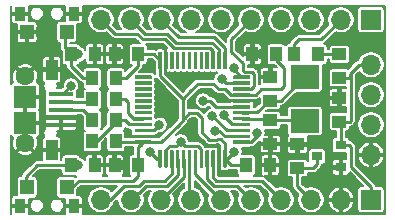
<source format=gbr>
G04 #@! TF.GenerationSoftware,KiCad,Pcbnew,(5.1.5)-3*
G04 #@! TF.CreationDate,2020-06-09T21:02:58-05:00*
G04 #@! TF.ProjectId,pcb,7063622e-6b69-4636-9164-5f7063625858,rev?*
G04 #@! TF.SameCoordinates,Original*
G04 #@! TF.FileFunction,Copper,L1,Top*
G04 #@! TF.FilePolarity,Positive*
%FSLAX46Y46*%
G04 Gerber Fmt 4.6, Leading zero omitted, Abs format (unit mm)*
G04 Created by KiCad (PCBNEW (5.1.5)-3) date 2020-06-09 21:02:58*
%MOMM*%
%LPD*%
G04 APERTURE LIST*
%ADD10R,1.900000X1.900000*%
%ADD11R,2.100000X0.390000*%
%ADD12C,1.600000*%
%ADD13R,1.000000X1.700000*%
%ADD14R,0.900000X0.800000*%
%ADD15O,1.700000X1.700000*%
%ADD16R,1.700000X1.700000*%
%ADD17R,2.400000X2.000000*%
%ADD18R,1.150000X1.300000*%
%ADD19R,0.900000X1.200000*%
%ADD20R,1.250000X1.000000*%
%ADD21R,1.000000X1.250000*%
%ADD22C,0.100000*%
%ADD23C,0.800000*%
%ADD24C,0.250000*%
%ADD25C,0.200000*%
G04 APERTURE END LIST*
D10*
X128196000Y-110320000D03*
X128196000Y-108120000D03*
D11*
X131246000Y-110520000D03*
X131246000Y-109870000D03*
X131246000Y-109220000D03*
X131246000Y-108570000D03*
X131246000Y-107920000D03*
D12*
X128196000Y-112045000D03*
X128196000Y-106395000D03*
D13*
X130446000Y-112620000D03*
X130446000Y-105820000D03*
D14*
X154924000Y-114107000D03*
X154924000Y-112207000D03*
X152924000Y-113157000D03*
D15*
X134620000Y-116840000D03*
X137160000Y-116840000D03*
X139700000Y-116840000D03*
X142240000Y-116840000D03*
X144780000Y-116840000D03*
X147320000Y-116840000D03*
X149860000Y-116840000D03*
X152400000Y-116840000D03*
X154940000Y-116840000D03*
D16*
X157480000Y-116840000D03*
X157480000Y-101600000D03*
D15*
X154940000Y-101600000D03*
X152400000Y-101600000D03*
X149860000Y-101600000D03*
X147320000Y-101600000D03*
X144780000Y-101600000D03*
X142240000Y-101600000D03*
X139700000Y-101600000D03*
X137160000Y-101600000D03*
X134620000Y-101600000D03*
D17*
X151892000Y-110181000D03*
X151892000Y-106481000D03*
D18*
X128373000Y-102642000D03*
X131723000Y-102642000D03*
D19*
X127748000Y-101092000D03*
X132348000Y-101092000D03*
D15*
X157480000Y-105410000D03*
X157480000Y-107950000D03*
X157480000Y-110490000D03*
X157480000Y-113030000D03*
D20*
X151257000Y-114157000D03*
X151257000Y-112157000D03*
X154813000Y-110220000D03*
X154813000Y-108220000D03*
D21*
X137779000Y-104521000D03*
X135779000Y-104521000D03*
X149447000Y-104521000D03*
X147447000Y-104521000D03*
X148939000Y-113919000D03*
X146939000Y-113919000D03*
X137779000Y-113919000D03*
X135779000Y-113919000D03*
D20*
X148971000Y-112125000D03*
X148971000Y-110125000D03*
X148971000Y-108442000D03*
X148971000Y-106442000D03*
D21*
X132096000Y-104521000D03*
X134096000Y-104521000D03*
X135890000Y-106553000D03*
X133890000Y-106553000D03*
X134080000Y-113919000D03*
X132080000Y-113919000D03*
X135890000Y-108331000D03*
X133890000Y-108331000D03*
X135890000Y-110109000D03*
X133890000Y-110109000D03*
X133890000Y-111887000D03*
X135890000Y-111887000D03*
G04 #@! TA.AperFunction,SMDPad,CuDef*
D22*
G36*
X147199351Y-111820361D02*
G01*
X147206632Y-111821441D01*
X147213771Y-111823229D01*
X147220701Y-111825709D01*
X147227355Y-111828856D01*
X147233668Y-111832640D01*
X147239579Y-111837024D01*
X147245033Y-111841967D01*
X147249976Y-111847421D01*
X147254360Y-111853332D01*
X147258144Y-111859645D01*
X147261291Y-111866299D01*
X147263771Y-111873229D01*
X147265559Y-111880368D01*
X147266639Y-111887649D01*
X147267000Y-111895000D01*
X147267000Y-112045000D01*
X147266639Y-112052351D01*
X147265559Y-112059632D01*
X147263771Y-112066771D01*
X147261291Y-112073701D01*
X147258144Y-112080355D01*
X147254360Y-112086668D01*
X147249976Y-112092579D01*
X147245033Y-112098033D01*
X147239579Y-112102976D01*
X147233668Y-112107360D01*
X147227355Y-112111144D01*
X147220701Y-112114291D01*
X147213771Y-112116771D01*
X147206632Y-112118559D01*
X147199351Y-112119639D01*
X147192000Y-112120000D01*
X145867000Y-112120000D01*
X145859649Y-112119639D01*
X145852368Y-112118559D01*
X145845229Y-112116771D01*
X145838299Y-112114291D01*
X145831645Y-112111144D01*
X145825332Y-112107360D01*
X145819421Y-112102976D01*
X145813967Y-112098033D01*
X145809024Y-112092579D01*
X145804640Y-112086668D01*
X145800856Y-112080355D01*
X145797709Y-112073701D01*
X145795229Y-112066771D01*
X145793441Y-112059632D01*
X145792361Y-112052351D01*
X145792000Y-112045000D01*
X145792000Y-111895000D01*
X145792361Y-111887649D01*
X145793441Y-111880368D01*
X145795229Y-111873229D01*
X145797709Y-111866299D01*
X145800856Y-111859645D01*
X145804640Y-111853332D01*
X145809024Y-111847421D01*
X145813967Y-111841967D01*
X145819421Y-111837024D01*
X145825332Y-111832640D01*
X145831645Y-111828856D01*
X145838299Y-111825709D01*
X145845229Y-111823229D01*
X145852368Y-111821441D01*
X145859649Y-111820361D01*
X145867000Y-111820000D01*
X147192000Y-111820000D01*
X147199351Y-111820361D01*
G37*
G04 #@! TD.AperFunction*
G04 #@! TA.AperFunction,SMDPad,CuDef*
G36*
X147199351Y-111320361D02*
G01*
X147206632Y-111321441D01*
X147213771Y-111323229D01*
X147220701Y-111325709D01*
X147227355Y-111328856D01*
X147233668Y-111332640D01*
X147239579Y-111337024D01*
X147245033Y-111341967D01*
X147249976Y-111347421D01*
X147254360Y-111353332D01*
X147258144Y-111359645D01*
X147261291Y-111366299D01*
X147263771Y-111373229D01*
X147265559Y-111380368D01*
X147266639Y-111387649D01*
X147267000Y-111395000D01*
X147267000Y-111545000D01*
X147266639Y-111552351D01*
X147265559Y-111559632D01*
X147263771Y-111566771D01*
X147261291Y-111573701D01*
X147258144Y-111580355D01*
X147254360Y-111586668D01*
X147249976Y-111592579D01*
X147245033Y-111598033D01*
X147239579Y-111602976D01*
X147233668Y-111607360D01*
X147227355Y-111611144D01*
X147220701Y-111614291D01*
X147213771Y-111616771D01*
X147206632Y-111618559D01*
X147199351Y-111619639D01*
X147192000Y-111620000D01*
X145867000Y-111620000D01*
X145859649Y-111619639D01*
X145852368Y-111618559D01*
X145845229Y-111616771D01*
X145838299Y-111614291D01*
X145831645Y-111611144D01*
X145825332Y-111607360D01*
X145819421Y-111602976D01*
X145813967Y-111598033D01*
X145809024Y-111592579D01*
X145804640Y-111586668D01*
X145800856Y-111580355D01*
X145797709Y-111573701D01*
X145795229Y-111566771D01*
X145793441Y-111559632D01*
X145792361Y-111552351D01*
X145792000Y-111545000D01*
X145792000Y-111395000D01*
X145792361Y-111387649D01*
X145793441Y-111380368D01*
X145795229Y-111373229D01*
X145797709Y-111366299D01*
X145800856Y-111359645D01*
X145804640Y-111353332D01*
X145809024Y-111347421D01*
X145813967Y-111341967D01*
X145819421Y-111337024D01*
X145825332Y-111332640D01*
X145831645Y-111328856D01*
X145838299Y-111325709D01*
X145845229Y-111323229D01*
X145852368Y-111321441D01*
X145859649Y-111320361D01*
X145867000Y-111320000D01*
X147192000Y-111320000D01*
X147199351Y-111320361D01*
G37*
G04 #@! TD.AperFunction*
G04 #@! TA.AperFunction,SMDPad,CuDef*
G36*
X147199351Y-110820361D02*
G01*
X147206632Y-110821441D01*
X147213771Y-110823229D01*
X147220701Y-110825709D01*
X147227355Y-110828856D01*
X147233668Y-110832640D01*
X147239579Y-110837024D01*
X147245033Y-110841967D01*
X147249976Y-110847421D01*
X147254360Y-110853332D01*
X147258144Y-110859645D01*
X147261291Y-110866299D01*
X147263771Y-110873229D01*
X147265559Y-110880368D01*
X147266639Y-110887649D01*
X147267000Y-110895000D01*
X147267000Y-111045000D01*
X147266639Y-111052351D01*
X147265559Y-111059632D01*
X147263771Y-111066771D01*
X147261291Y-111073701D01*
X147258144Y-111080355D01*
X147254360Y-111086668D01*
X147249976Y-111092579D01*
X147245033Y-111098033D01*
X147239579Y-111102976D01*
X147233668Y-111107360D01*
X147227355Y-111111144D01*
X147220701Y-111114291D01*
X147213771Y-111116771D01*
X147206632Y-111118559D01*
X147199351Y-111119639D01*
X147192000Y-111120000D01*
X145867000Y-111120000D01*
X145859649Y-111119639D01*
X145852368Y-111118559D01*
X145845229Y-111116771D01*
X145838299Y-111114291D01*
X145831645Y-111111144D01*
X145825332Y-111107360D01*
X145819421Y-111102976D01*
X145813967Y-111098033D01*
X145809024Y-111092579D01*
X145804640Y-111086668D01*
X145800856Y-111080355D01*
X145797709Y-111073701D01*
X145795229Y-111066771D01*
X145793441Y-111059632D01*
X145792361Y-111052351D01*
X145792000Y-111045000D01*
X145792000Y-110895000D01*
X145792361Y-110887649D01*
X145793441Y-110880368D01*
X145795229Y-110873229D01*
X145797709Y-110866299D01*
X145800856Y-110859645D01*
X145804640Y-110853332D01*
X145809024Y-110847421D01*
X145813967Y-110841967D01*
X145819421Y-110837024D01*
X145825332Y-110832640D01*
X145831645Y-110828856D01*
X145838299Y-110825709D01*
X145845229Y-110823229D01*
X145852368Y-110821441D01*
X145859649Y-110820361D01*
X145867000Y-110820000D01*
X147192000Y-110820000D01*
X147199351Y-110820361D01*
G37*
G04 #@! TD.AperFunction*
G04 #@! TA.AperFunction,SMDPad,CuDef*
G36*
X147199351Y-110320361D02*
G01*
X147206632Y-110321441D01*
X147213771Y-110323229D01*
X147220701Y-110325709D01*
X147227355Y-110328856D01*
X147233668Y-110332640D01*
X147239579Y-110337024D01*
X147245033Y-110341967D01*
X147249976Y-110347421D01*
X147254360Y-110353332D01*
X147258144Y-110359645D01*
X147261291Y-110366299D01*
X147263771Y-110373229D01*
X147265559Y-110380368D01*
X147266639Y-110387649D01*
X147267000Y-110395000D01*
X147267000Y-110545000D01*
X147266639Y-110552351D01*
X147265559Y-110559632D01*
X147263771Y-110566771D01*
X147261291Y-110573701D01*
X147258144Y-110580355D01*
X147254360Y-110586668D01*
X147249976Y-110592579D01*
X147245033Y-110598033D01*
X147239579Y-110602976D01*
X147233668Y-110607360D01*
X147227355Y-110611144D01*
X147220701Y-110614291D01*
X147213771Y-110616771D01*
X147206632Y-110618559D01*
X147199351Y-110619639D01*
X147192000Y-110620000D01*
X145867000Y-110620000D01*
X145859649Y-110619639D01*
X145852368Y-110618559D01*
X145845229Y-110616771D01*
X145838299Y-110614291D01*
X145831645Y-110611144D01*
X145825332Y-110607360D01*
X145819421Y-110602976D01*
X145813967Y-110598033D01*
X145809024Y-110592579D01*
X145804640Y-110586668D01*
X145800856Y-110580355D01*
X145797709Y-110573701D01*
X145795229Y-110566771D01*
X145793441Y-110559632D01*
X145792361Y-110552351D01*
X145792000Y-110545000D01*
X145792000Y-110395000D01*
X145792361Y-110387649D01*
X145793441Y-110380368D01*
X145795229Y-110373229D01*
X145797709Y-110366299D01*
X145800856Y-110359645D01*
X145804640Y-110353332D01*
X145809024Y-110347421D01*
X145813967Y-110341967D01*
X145819421Y-110337024D01*
X145825332Y-110332640D01*
X145831645Y-110328856D01*
X145838299Y-110325709D01*
X145845229Y-110323229D01*
X145852368Y-110321441D01*
X145859649Y-110320361D01*
X145867000Y-110320000D01*
X147192000Y-110320000D01*
X147199351Y-110320361D01*
G37*
G04 #@! TD.AperFunction*
G04 #@! TA.AperFunction,SMDPad,CuDef*
G36*
X147199351Y-109820361D02*
G01*
X147206632Y-109821441D01*
X147213771Y-109823229D01*
X147220701Y-109825709D01*
X147227355Y-109828856D01*
X147233668Y-109832640D01*
X147239579Y-109837024D01*
X147245033Y-109841967D01*
X147249976Y-109847421D01*
X147254360Y-109853332D01*
X147258144Y-109859645D01*
X147261291Y-109866299D01*
X147263771Y-109873229D01*
X147265559Y-109880368D01*
X147266639Y-109887649D01*
X147267000Y-109895000D01*
X147267000Y-110045000D01*
X147266639Y-110052351D01*
X147265559Y-110059632D01*
X147263771Y-110066771D01*
X147261291Y-110073701D01*
X147258144Y-110080355D01*
X147254360Y-110086668D01*
X147249976Y-110092579D01*
X147245033Y-110098033D01*
X147239579Y-110102976D01*
X147233668Y-110107360D01*
X147227355Y-110111144D01*
X147220701Y-110114291D01*
X147213771Y-110116771D01*
X147206632Y-110118559D01*
X147199351Y-110119639D01*
X147192000Y-110120000D01*
X145867000Y-110120000D01*
X145859649Y-110119639D01*
X145852368Y-110118559D01*
X145845229Y-110116771D01*
X145838299Y-110114291D01*
X145831645Y-110111144D01*
X145825332Y-110107360D01*
X145819421Y-110102976D01*
X145813967Y-110098033D01*
X145809024Y-110092579D01*
X145804640Y-110086668D01*
X145800856Y-110080355D01*
X145797709Y-110073701D01*
X145795229Y-110066771D01*
X145793441Y-110059632D01*
X145792361Y-110052351D01*
X145792000Y-110045000D01*
X145792000Y-109895000D01*
X145792361Y-109887649D01*
X145793441Y-109880368D01*
X145795229Y-109873229D01*
X145797709Y-109866299D01*
X145800856Y-109859645D01*
X145804640Y-109853332D01*
X145809024Y-109847421D01*
X145813967Y-109841967D01*
X145819421Y-109837024D01*
X145825332Y-109832640D01*
X145831645Y-109828856D01*
X145838299Y-109825709D01*
X145845229Y-109823229D01*
X145852368Y-109821441D01*
X145859649Y-109820361D01*
X145867000Y-109820000D01*
X147192000Y-109820000D01*
X147199351Y-109820361D01*
G37*
G04 #@! TD.AperFunction*
G04 #@! TA.AperFunction,SMDPad,CuDef*
G36*
X147199351Y-109320361D02*
G01*
X147206632Y-109321441D01*
X147213771Y-109323229D01*
X147220701Y-109325709D01*
X147227355Y-109328856D01*
X147233668Y-109332640D01*
X147239579Y-109337024D01*
X147245033Y-109341967D01*
X147249976Y-109347421D01*
X147254360Y-109353332D01*
X147258144Y-109359645D01*
X147261291Y-109366299D01*
X147263771Y-109373229D01*
X147265559Y-109380368D01*
X147266639Y-109387649D01*
X147267000Y-109395000D01*
X147267000Y-109545000D01*
X147266639Y-109552351D01*
X147265559Y-109559632D01*
X147263771Y-109566771D01*
X147261291Y-109573701D01*
X147258144Y-109580355D01*
X147254360Y-109586668D01*
X147249976Y-109592579D01*
X147245033Y-109598033D01*
X147239579Y-109602976D01*
X147233668Y-109607360D01*
X147227355Y-109611144D01*
X147220701Y-109614291D01*
X147213771Y-109616771D01*
X147206632Y-109618559D01*
X147199351Y-109619639D01*
X147192000Y-109620000D01*
X145867000Y-109620000D01*
X145859649Y-109619639D01*
X145852368Y-109618559D01*
X145845229Y-109616771D01*
X145838299Y-109614291D01*
X145831645Y-109611144D01*
X145825332Y-109607360D01*
X145819421Y-109602976D01*
X145813967Y-109598033D01*
X145809024Y-109592579D01*
X145804640Y-109586668D01*
X145800856Y-109580355D01*
X145797709Y-109573701D01*
X145795229Y-109566771D01*
X145793441Y-109559632D01*
X145792361Y-109552351D01*
X145792000Y-109545000D01*
X145792000Y-109395000D01*
X145792361Y-109387649D01*
X145793441Y-109380368D01*
X145795229Y-109373229D01*
X145797709Y-109366299D01*
X145800856Y-109359645D01*
X145804640Y-109353332D01*
X145809024Y-109347421D01*
X145813967Y-109341967D01*
X145819421Y-109337024D01*
X145825332Y-109332640D01*
X145831645Y-109328856D01*
X145838299Y-109325709D01*
X145845229Y-109323229D01*
X145852368Y-109321441D01*
X145859649Y-109320361D01*
X145867000Y-109320000D01*
X147192000Y-109320000D01*
X147199351Y-109320361D01*
G37*
G04 #@! TD.AperFunction*
G04 #@! TA.AperFunction,SMDPad,CuDef*
G36*
X147199351Y-108820361D02*
G01*
X147206632Y-108821441D01*
X147213771Y-108823229D01*
X147220701Y-108825709D01*
X147227355Y-108828856D01*
X147233668Y-108832640D01*
X147239579Y-108837024D01*
X147245033Y-108841967D01*
X147249976Y-108847421D01*
X147254360Y-108853332D01*
X147258144Y-108859645D01*
X147261291Y-108866299D01*
X147263771Y-108873229D01*
X147265559Y-108880368D01*
X147266639Y-108887649D01*
X147267000Y-108895000D01*
X147267000Y-109045000D01*
X147266639Y-109052351D01*
X147265559Y-109059632D01*
X147263771Y-109066771D01*
X147261291Y-109073701D01*
X147258144Y-109080355D01*
X147254360Y-109086668D01*
X147249976Y-109092579D01*
X147245033Y-109098033D01*
X147239579Y-109102976D01*
X147233668Y-109107360D01*
X147227355Y-109111144D01*
X147220701Y-109114291D01*
X147213771Y-109116771D01*
X147206632Y-109118559D01*
X147199351Y-109119639D01*
X147192000Y-109120000D01*
X145867000Y-109120000D01*
X145859649Y-109119639D01*
X145852368Y-109118559D01*
X145845229Y-109116771D01*
X145838299Y-109114291D01*
X145831645Y-109111144D01*
X145825332Y-109107360D01*
X145819421Y-109102976D01*
X145813967Y-109098033D01*
X145809024Y-109092579D01*
X145804640Y-109086668D01*
X145800856Y-109080355D01*
X145797709Y-109073701D01*
X145795229Y-109066771D01*
X145793441Y-109059632D01*
X145792361Y-109052351D01*
X145792000Y-109045000D01*
X145792000Y-108895000D01*
X145792361Y-108887649D01*
X145793441Y-108880368D01*
X145795229Y-108873229D01*
X145797709Y-108866299D01*
X145800856Y-108859645D01*
X145804640Y-108853332D01*
X145809024Y-108847421D01*
X145813967Y-108841967D01*
X145819421Y-108837024D01*
X145825332Y-108832640D01*
X145831645Y-108828856D01*
X145838299Y-108825709D01*
X145845229Y-108823229D01*
X145852368Y-108821441D01*
X145859649Y-108820361D01*
X145867000Y-108820000D01*
X147192000Y-108820000D01*
X147199351Y-108820361D01*
G37*
G04 #@! TD.AperFunction*
G04 #@! TA.AperFunction,SMDPad,CuDef*
G36*
X147199351Y-108320361D02*
G01*
X147206632Y-108321441D01*
X147213771Y-108323229D01*
X147220701Y-108325709D01*
X147227355Y-108328856D01*
X147233668Y-108332640D01*
X147239579Y-108337024D01*
X147245033Y-108341967D01*
X147249976Y-108347421D01*
X147254360Y-108353332D01*
X147258144Y-108359645D01*
X147261291Y-108366299D01*
X147263771Y-108373229D01*
X147265559Y-108380368D01*
X147266639Y-108387649D01*
X147267000Y-108395000D01*
X147267000Y-108545000D01*
X147266639Y-108552351D01*
X147265559Y-108559632D01*
X147263771Y-108566771D01*
X147261291Y-108573701D01*
X147258144Y-108580355D01*
X147254360Y-108586668D01*
X147249976Y-108592579D01*
X147245033Y-108598033D01*
X147239579Y-108602976D01*
X147233668Y-108607360D01*
X147227355Y-108611144D01*
X147220701Y-108614291D01*
X147213771Y-108616771D01*
X147206632Y-108618559D01*
X147199351Y-108619639D01*
X147192000Y-108620000D01*
X145867000Y-108620000D01*
X145859649Y-108619639D01*
X145852368Y-108618559D01*
X145845229Y-108616771D01*
X145838299Y-108614291D01*
X145831645Y-108611144D01*
X145825332Y-108607360D01*
X145819421Y-108602976D01*
X145813967Y-108598033D01*
X145809024Y-108592579D01*
X145804640Y-108586668D01*
X145800856Y-108580355D01*
X145797709Y-108573701D01*
X145795229Y-108566771D01*
X145793441Y-108559632D01*
X145792361Y-108552351D01*
X145792000Y-108545000D01*
X145792000Y-108395000D01*
X145792361Y-108387649D01*
X145793441Y-108380368D01*
X145795229Y-108373229D01*
X145797709Y-108366299D01*
X145800856Y-108359645D01*
X145804640Y-108353332D01*
X145809024Y-108347421D01*
X145813967Y-108341967D01*
X145819421Y-108337024D01*
X145825332Y-108332640D01*
X145831645Y-108328856D01*
X145838299Y-108325709D01*
X145845229Y-108323229D01*
X145852368Y-108321441D01*
X145859649Y-108320361D01*
X145867000Y-108320000D01*
X147192000Y-108320000D01*
X147199351Y-108320361D01*
G37*
G04 #@! TD.AperFunction*
G04 #@! TA.AperFunction,SMDPad,CuDef*
G36*
X147199351Y-107820361D02*
G01*
X147206632Y-107821441D01*
X147213771Y-107823229D01*
X147220701Y-107825709D01*
X147227355Y-107828856D01*
X147233668Y-107832640D01*
X147239579Y-107837024D01*
X147245033Y-107841967D01*
X147249976Y-107847421D01*
X147254360Y-107853332D01*
X147258144Y-107859645D01*
X147261291Y-107866299D01*
X147263771Y-107873229D01*
X147265559Y-107880368D01*
X147266639Y-107887649D01*
X147267000Y-107895000D01*
X147267000Y-108045000D01*
X147266639Y-108052351D01*
X147265559Y-108059632D01*
X147263771Y-108066771D01*
X147261291Y-108073701D01*
X147258144Y-108080355D01*
X147254360Y-108086668D01*
X147249976Y-108092579D01*
X147245033Y-108098033D01*
X147239579Y-108102976D01*
X147233668Y-108107360D01*
X147227355Y-108111144D01*
X147220701Y-108114291D01*
X147213771Y-108116771D01*
X147206632Y-108118559D01*
X147199351Y-108119639D01*
X147192000Y-108120000D01*
X145867000Y-108120000D01*
X145859649Y-108119639D01*
X145852368Y-108118559D01*
X145845229Y-108116771D01*
X145838299Y-108114291D01*
X145831645Y-108111144D01*
X145825332Y-108107360D01*
X145819421Y-108102976D01*
X145813967Y-108098033D01*
X145809024Y-108092579D01*
X145804640Y-108086668D01*
X145800856Y-108080355D01*
X145797709Y-108073701D01*
X145795229Y-108066771D01*
X145793441Y-108059632D01*
X145792361Y-108052351D01*
X145792000Y-108045000D01*
X145792000Y-107895000D01*
X145792361Y-107887649D01*
X145793441Y-107880368D01*
X145795229Y-107873229D01*
X145797709Y-107866299D01*
X145800856Y-107859645D01*
X145804640Y-107853332D01*
X145809024Y-107847421D01*
X145813967Y-107841967D01*
X145819421Y-107837024D01*
X145825332Y-107832640D01*
X145831645Y-107828856D01*
X145838299Y-107825709D01*
X145845229Y-107823229D01*
X145852368Y-107821441D01*
X145859649Y-107820361D01*
X145867000Y-107820000D01*
X147192000Y-107820000D01*
X147199351Y-107820361D01*
G37*
G04 #@! TD.AperFunction*
G04 #@! TA.AperFunction,SMDPad,CuDef*
G36*
X147199351Y-107320361D02*
G01*
X147206632Y-107321441D01*
X147213771Y-107323229D01*
X147220701Y-107325709D01*
X147227355Y-107328856D01*
X147233668Y-107332640D01*
X147239579Y-107337024D01*
X147245033Y-107341967D01*
X147249976Y-107347421D01*
X147254360Y-107353332D01*
X147258144Y-107359645D01*
X147261291Y-107366299D01*
X147263771Y-107373229D01*
X147265559Y-107380368D01*
X147266639Y-107387649D01*
X147267000Y-107395000D01*
X147267000Y-107545000D01*
X147266639Y-107552351D01*
X147265559Y-107559632D01*
X147263771Y-107566771D01*
X147261291Y-107573701D01*
X147258144Y-107580355D01*
X147254360Y-107586668D01*
X147249976Y-107592579D01*
X147245033Y-107598033D01*
X147239579Y-107602976D01*
X147233668Y-107607360D01*
X147227355Y-107611144D01*
X147220701Y-107614291D01*
X147213771Y-107616771D01*
X147206632Y-107618559D01*
X147199351Y-107619639D01*
X147192000Y-107620000D01*
X145867000Y-107620000D01*
X145859649Y-107619639D01*
X145852368Y-107618559D01*
X145845229Y-107616771D01*
X145838299Y-107614291D01*
X145831645Y-107611144D01*
X145825332Y-107607360D01*
X145819421Y-107602976D01*
X145813967Y-107598033D01*
X145809024Y-107592579D01*
X145804640Y-107586668D01*
X145800856Y-107580355D01*
X145797709Y-107573701D01*
X145795229Y-107566771D01*
X145793441Y-107559632D01*
X145792361Y-107552351D01*
X145792000Y-107545000D01*
X145792000Y-107395000D01*
X145792361Y-107387649D01*
X145793441Y-107380368D01*
X145795229Y-107373229D01*
X145797709Y-107366299D01*
X145800856Y-107359645D01*
X145804640Y-107353332D01*
X145809024Y-107347421D01*
X145813967Y-107341967D01*
X145819421Y-107337024D01*
X145825332Y-107332640D01*
X145831645Y-107328856D01*
X145838299Y-107325709D01*
X145845229Y-107323229D01*
X145852368Y-107321441D01*
X145859649Y-107320361D01*
X145867000Y-107320000D01*
X147192000Y-107320000D01*
X147199351Y-107320361D01*
G37*
G04 #@! TD.AperFunction*
G04 #@! TA.AperFunction,SMDPad,CuDef*
G36*
X147199351Y-106820361D02*
G01*
X147206632Y-106821441D01*
X147213771Y-106823229D01*
X147220701Y-106825709D01*
X147227355Y-106828856D01*
X147233668Y-106832640D01*
X147239579Y-106837024D01*
X147245033Y-106841967D01*
X147249976Y-106847421D01*
X147254360Y-106853332D01*
X147258144Y-106859645D01*
X147261291Y-106866299D01*
X147263771Y-106873229D01*
X147265559Y-106880368D01*
X147266639Y-106887649D01*
X147267000Y-106895000D01*
X147267000Y-107045000D01*
X147266639Y-107052351D01*
X147265559Y-107059632D01*
X147263771Y-107066771D01*
X147261291Y-107073701D01*
X147258144Y-107080355D01*
X147254360Y-107086668D01*
X147249976Y-107092579D01*
X147245033Y-107098033D01*
X147239579Y-107102976D01*
X147233668Y-107107360D01*
X147227355Y-107111144D01*
X147220701Y-107114291D01*
X147213771Y-107116771D01*
X147206632Y-107118559D01*
X147199351Y-107119639D01*
X147192000Y-107120000D01*
X145867000Y-107120000D01*
X145859649Y-107119639D01*
X145852368Y-107118559D01*
X145845229Y-107116771D01*
X145838299Y-107114291D01*
X145831645Y-107111144D01*
X145825332Y-107107360D01*
X145819421Y-107102976D01*
X145813967Y-107098033D01*
X145809024Y-107092579D01*
X145804640Y-107086668D01*
X145800856Y-107080355D01*
X145797709Y-107073701D01*
X145795229Y-107066771D01*
X145793441Y-107059632D01*
X145792361Y-107052351D01*
X145792000Y-107045000D01*
X145792000Y-106895000D01*
X145792361Y-106887649D01*
X145793441Y-106880368D01*
X145795229Y-106873229D01*
X145797709Y-106866299D01*
X145800856Y-106859645D01*
X145804640Y-106853332D01*
X145809024Y-106847421D01*
X145813967Y-106841967D01*
X145819421Y-106837024D01*
X145825332Y-106832640D01*
X145831645Y-106828856D01*
X145838299Y-106825709D01*
X145845229Y-106823229D01*
X145852368Y-106821441D01*
X145859649Y-106820361D01*
X145867000Y-106820000D01*
X147192000Y-106820000D01*
X147199351Y-106820361D01*
G37*
G04 #@! TD.AperFunction*
G04 #@! TA.AperFunction,SMDPad,CuDef*
G36*
X147199351Y-106320361D02*
G01*
X147206632Y-106321441D01*
X147213771Y-106323229D01*
X147220701Y-106325709D01*
X147227355Y-106328856D01*
X147233668Y-106332640D01*
X147239579Y-106337024D01*
X147245033Y-106341967D01*
X147249976Y-106347421D01*
X147254360Y-106353332D01*
X147258144Y-106359645D01*
X147261291Y-106366299D01*
X147263771Y-106373229D01*
X147265559Y-106380368D01*
X147266639Y-106387649D01*
X147267000Y-106395000D01*
X147267000Y-106545000D01*
X147266639Y-106552351D01*
X147265559Y-106559632D01*
X147263771Y-106566771D01*
X147261291Y-106573701D01*
X147258144Y-106580355D01*
X147254360Y-106586668D01*
X147249976Y-106592579D01*
X147245033Y-106598033D01*
X147239579Y-106602976D01*
X147233668Y-106607360D01*
X147227355Y-106611144D01*
X147220701Y-106614291D01*
X147213771Y-106616771D01*
X147206632Y-106618559D01*
X147199351Y-106619639D01*
X147192000Y-106620000D01*
X145867000Y-106620000D01*
X145859649Y-106619639D01*
X145852368Y-106618559D01*
X145845229Y-106616771D01*
X145838299Y-106614291D01*
X145831645Y-106611144D01*
X145825332Y-106607360D01*
X145819421Y-106602976D01*
X145813967Y-106598033D01*
X145809024Y-106592579D01*
X145804640Y-106586668D01*
X145800856Y-106580355D01*
X145797709Y-106573701D01*
X145795229Y-106566771D01*
X145793441Y-106559632D01*
X145792361Y-106552351D01*
X145792000Y-106545000D01*
X145792000Y-106395000D01*
X145792361Y-106387649D01*
X145793441Y-106380368D01*
X145795229Y-106373229D01*
X145797709Y-106366299D01*
X145800856Y-106359645D01*
X145804640Y-106353332D01*
X145809024Y-106347421D01*
X145813967Y-106341967D01*
X145819421Y-106337024D01*
X145825332Y-106332640D01*
X145831645Y-106328856D01*
X145838299Y-106325709D01*
X145845229Y-106323229D01*
X145852368Y-106321441D01*
X145859649Y-106320361D01*
X145867000Y-106320000D01*
X147192000Y-106320000D01*
X147199351Y-106320361D01*
G37*
G04 #@! TD.AperFunction*
G04 #@! TA.AperFunction,SMDPad,CuDef*
G36*
X145199351Y-104320361D02*
G01*
X145206632Y-104321441D01*
X145213771Y-104323229D01*
X145220701Y-104325709D01*
X145227355Y-104328856D01*
X145233668Y-104332640D01*
X145239579Y-104337024D01*
X145245033Y-104341967D01*
X145249976Y-104347421D01*
X145254360Y-104353332D01*
X145258144Y-104359645D01*
X145261291Y-104366299D01*
X145263771Y-104373229D01*
X145265559Y-104380368D01*
X145266639Y-104387649D01*
X145267000Y-104395000D01*
X145267000Y-105720000D01*
X145266639Y-105727351D01*
X145265559Y-105734632D01*
X145263771Y-105741771D01*
X145261291Y-105748701D01*
X145258144Y-105755355D01*
X145254360Y-105761668D01*
X145249976Y-105767579D01*
X145245033Y-105773033D01*
X145239579Y-105777976D01*
X145233668Y-105782360D01*
X145227355Y-105786144D01*
X145220701Y-105789291D01*
X145213771Y-105791771D01*
X145206632Y-105793559D01*
X145199351Y-105794639D01*
X145192000Y-105795000D01*
X145042000Y-105795000D01*
X145034649Y-105794639D01*
X145027368Y-105793559D01*
X145020229Y-105791771D01*
X145013299Y-105789291D01*
X145006645Y-105786144D01*
X145000332Y-105782360D01*
X144994421Y-105777976D01*
X144988967Y-105773033D01*
X144984024Y-105767579D01*
X144979640Y-105761668D01*
X144975856Y-105755355D01*
X144972709Y-105748701D01*
X144970229Y-105741771D01*
X144968441Y-105734632D01*
X144967361Y-105727351D01*
X144967000Y-105720000D01*
X144967000Y-104395000D01*
X144967361Y-104387649D01*
X144968441Y-104380368D01*
X144970229Y-104373229D01*
X144972709Y-104366299D01*
X144975856Y-104359645D01*
X144979640Y-104353332D01*
X144984024Y-104347421D01*
X144988967Y-104341967D01*
X144994421Y-104337024D01*
X145000332Y-104332640D01*
X145006645Y-104328856D01*
X145013299Y-104325709D01*
X145020229Y-104323229D01*
X145027368Y-104321441D01*
X145034649Y-104320361D01*
X145042000Y-104320000D01*
X145192000Y-104320000D01*
X145199351Y-104320361D01*
G37*
G04 #@! TD.AperFunction*
G04 #@! TA.AperFunction,SMDPad,CuDef*
G36*
X144699351Y-104320361D02*
G01*
X144706632Y-104321441D01*
X144713771Y-104323229D01*
X144720701Y-104325709D01*
X144727355Y-104328856D01*
X144733668Y-104332640D01*
X144739579Y-104337024D01*
X144745033Y-104341967D01*
X144749976Y-104347421D01*
X144754360Y-104353332D01*
X144758144Y-104359645D01*
X144761291Y-104366299D01*
X144763771Y-104373229D01*
X144765559Y-104380368D01*
X144766639Y-104387649D01*
X144767000Y-104395000D01*
X144767000Y-105720000D01*
X144766639Y-105727351D01*
X144765559Y-105734632D01*
X144763771Y-105741771D01*
X144761291Y-105748701D01*
X144758144Y-105755355D01*
X144754360Y-105761668D01*
X144749976Y-105767579D01*
X144745033Y-105773033D01*
X144739579Y-105777976D01*
X144733668Y-105782360D01*
X144727355Y-105786144D01*
X144720701Y-105789291D01*
X144713771Y-105791771D01*
X144706632Y-105793559D01*
X144699351Y-105794639D01*
X144692000Y-105795000D01*
X144542000Y-105795000D01*
X144534649Y-105794639D01*
X144527368Y-105793559D01*
X144520229Y-105791771D01*
X144513299Y-105789291D01*
X144506645Y-105786144D01*
X144500332Y-105782360D01*
X144494421Y-105777976D01*
X144488967Y-105773033D01*
X144484024Y-105767579D01*
X144479640Y-105761668D01*
X144475856Y-105755355D01*
X144472709Y-105748701D01*
X144470229Y-105741771D01*
X144468441Y-105734632D01*
X144467361Y-105727351D01*
X144467000Y-105720000D01*
X144467000Y-104395000D01*
X144467361Y-104387649D01*
X144468441Y-104380368D01*
X144470229Y-104373229D01*
X144472709Y-104366299D01*
X144475856Y-104359645D01*
X144479640Y-104353332D01*
X144484024Y-104347421D01*
X144488967Y-104341967D01*
X144494421Y-104337024D01*
X144500332Y-104332640D01*
X144506645Y-104328856D01*
X144513299Y-104325709D01*
X144520229Y-104323229D01*
X144527368Y-104321441D01*
X144534649Y-104320361D01*
X144542000Y-104320000D01*
X144692000Y-104320000D01*
X144699351Y-104320361D01*
G37*
G04 #@! TD.AperFunction*
G04 #@! TA.AperFunction,SMDPad,CuDef*
G36*
X144199351Y-104320361D02*
G01*
X144206632Y-104321441D01*
X144213771Y-104323229D01*
X144220701Y-104325709D01*
X144227355Y-104328856D01*
X144233668Y-104332640D01*
X144239579Y-104337024D01*
X144245033Y-104341967D01*
X144249976Y-104347421D01*
X144254360Y-104353332D01*
X144258144Y-104359645D01*
X144261291Y-104366299D01*
X144263771Y-104373229D01*
X144265559Y-104380368D01*
X144266639Y-104387649D01*
X144267000Y-104395000D01*
X144267000Y-105720000D01*
X144266639Y-105727351D01*
X144265559Y-105734632D01*
X144263771Y-105741771D01*
X144261291Y-105748701D01*
X144258144Y-105755355D01*
X144254360Y-105761668D01*
X144249976Y-105767579D01*
X144245033Y-105773033D01*
X144239579Y-105777976D01*
X144233668Y-105782360D01*
X144227355Y-105786144D01*
X144220701Y-105789291D01*
X144213771Y-105791771D01*
X144206632Y-105793559D01*
X144199351Y-105794639D01*
X144192000Y-105795000D01*
X144042000Y-105795000D01*
X144034649Y-105794639D01*
X144027368Y-105793559D01*
X144020229Y-105791771D01*
X144013299Y-105789291D01*
X144006645Y-105786144D01*
X144000332Y-105782360D01*
X143994421Y-105777976D01*
X143988967Y-105773033D01*
X143984024Y-105767579D01*
X143979640Y-105761668D01*
X143975856Y-105755355D01*
X143972709Y-105748701D01*
X143970229Y-105741771D01*
X143968441Y-105734632D01*
X143967361Y-105727351D01*
X143967000Y-105720000D01*
X143967000Y-104395000D01*
X143967361Y-104387649D01*
X143968441Y-104380368D01*
X143970229Y-104373229D01*
X143972709Y-104366299D01*
X143975856Y-104359645D01*
X143979640Y-104353332D01*
X143984024Y-104347421D01*
X143988967Y-104341967D01*
X143994421Y-104337024D01*
X144000332Y-104332640D01*
X144006645Y-104328856D01*
X144013299Y-104325709D01*
X144020229Y-104323229D01*
X144027368Y-104321441D01*
X144034649Y-104320361D01*
X144042000Y-104320000D01*
X144192000Y-104320000D01*
X144199351Y-104320361D01*
G37*
G04 #@! TD.AperFunction*
G04 #@! TA.AperFunction,SMDPad,CuDef*
G36*
X143699351Y-104320361D02*
G01*
X143706632Y-104321441D01*
X143713771Y-104323229D01*
X143720701Y-104325709D01*
X143727355Y-104328856D01*
X143733668Y-104332640D01*
X143739579Y-104337024D01*
X143745033Y-104341967D01*
X143749976Y-104347421D01*
X143754360Y-104353332D01*
X143758144Y-104359645D01*
X143761291Y-104366299D01*
X143763771Y-104373229D01*
X143765559Y-104380368D01*
X143766639Y-104387649D01*
X143767000Y-104395000D01*
X143767000Y-105720000D01*
X143766639Y-105727351D01*
X143765559Y-105734632D01*
X143763771Y-105741771D01*
X143761291Y-105748701D01*
X143758144Y-105755355D01*
X143754360Y-105761668D01*
X143749976Y-105767579D01*
X143745033Y-105773033D01*
X143739579Y-105777976D01*
X143733668Y-105782360D01*
X143727355Y-105786144D01*
X143720701Y-105789291D01*
X143713771Y-105791771D01*
X143706632Y-105793559D01*
X143699351Y-105794639D01*
X143692000Y-105795000D01*
X143542000Y-105795000D01*
X143534649Y-105794639D01*
X143527368Y-105793559D01*
X143520229Y-105791771D01*
X143513299Y-105789291D01*
X143506645Y-105786144D01*
X143500332Y-105782360D01*
X143494421Y-105777976D01*
X143488967Y-105773033D01*
X143484024Y-105767579D01*
X143479640Y-105761668D01*
X143475856Y-105755355D01*
X143472709Y-105748701D01*
X143470229Y-105741771D01*
X143468441Y-105734632D01*
X143467361Y-105727351D01*
X143467000Y-105720000D01*
X143467000Y-104395000D01*
X143467361Y-104387649D01*
X143468441Y-104380368D01*
X143470229Y-104373229D01*
X143472709Y-104366299D01*
X143475856Y-104359645D01*
X143479640Y-104353332D01*
X143484024Y-104347421D01*
X143488967Y-104341967D01*
X143494421Y-104337024D01*
X143500332Y-104332640D01*
X143506645Y-104328856D01*
X143513299Y-104325709D01*
X143520229Y-104323229D01*
X143527368Y-104321441D01*
X143534649Y-104320361D01*
X143542000Y-104320000D01*
X143692000Y-104320000D01*
X143699351Y-104320361D01*
G37*
G04 #@! TD.AperFunction*
G04 #@! TA.AperFunction,SMDPad,CuDef*
G36*
X143199351Y-104320361D02*
G01*
X143206632Y-104321441D01*
X143213771Y-104323229D01*
X143220701Y-104325709D01*
X143227355Y-104328856D01*
X143233668Y-104332640D01*
X143239579Y-104337024D01*
X143245033Y-104341967D01*
X143249976Y-104347421D01*
X143254360Y-104353332D01*
X143258144Y-104359645D01*
X143261291Y-104366299D01*
X143263771Y-104373229D01*
X143265559Y-104380368D01*
X143266639Y-104387649D01*
X143267000Y-104395000D01*
X143267000Y-105720000D01*
X143266639Y-105727351D01*
X143265559Y-105734632D01*
X143263771Y-105741771D01*
X143261291Y-105748701D01*
X143258144Y-105755355D01*
X143254360Y-105761668D01*
X143249976Y-105767579D01*
X143245033Y-105773033D01*
X143239579Y-105777976D01*
X143233668Y-105782360D01*
X143227355Y-105786144D01*
X143220701Y-105789291D01*
X143213771Y-105791771D01*
X143206632Y-105793559D01*
X143199351Y-105794639D01*
X143192000Y-105795000D01*
X143042000Y-105795000D01*
X143034649Y-105794639D01*
X143027368Y-105793559D01*
X143020229Y-105791771D01*
X143013299Y-105789291D01*
X143006645Y-105786144D01*
X143000332Y-105782360D01*
X142994421Y-105777976D01*
X142988967Y-105773033D01*
X142984024Y-105767579D01*
X142979640Y-105761668D01*
X142975856Y-105755355D01*
X142972709Y-105748701D01*
X142970229Y-105741771D01*
X142968441Y-105734632D01*
X142967361Y-105727351D01*
X142967000Y-105720000D01*
X142967000Y-104395000D01*
X142967361Y-104387649D01*
X142968441Y-104380368D01*
X142970229Y-104373229D01*
X142972709Y-104366299D01*
X142975856Y-104359645D01*
X142979640Y-104353332D01*
X142984024Y-104347421D01*
X142988967Y-104341967D01*
X142994421Y-104337024D01*
X143000332Y-104332640D01*
X143006645Y-104328856D01*
X143013299Y-104325709D01*
X143020229Y-104323229D01*
X143027368Y-104321441D01*
X143034649Y-104320361D01*
X143042000Y-104320000D01*
X143192000Y-104320000D01*
X143199351Y-104320361D01*
G37*
G04 #@! TD.AperFunction*
G04 #@! TA.AperFunction,SMDPad,CuDef*
G36*
X142699351Y-104320361D02*
G01*
X142706632Y-104321441D01*
X142713771Y-104323229D01*
X142720701Y-104325709D01*
X142727355Y-104328856D01*
X142733668Y-104332640D01*
X142739579Y-104337024D01*
X142745033Y-104341967D01*
X142749976Y-104347421D01*
X142754360Y-104353332D01*
X142758144Y-104359645D01*
X142761291Y-104366299D01*
X142763771Y-104373229D01*
X142765559Y-104380368D01*
X142766639Y-104387649D01*
X142767000Y-104395000D01*
X142767000Y-105720000D01*
X142766639Y-105727351D01*
X142765559Y-105734632D01*
X142763771Y-105741771D01*
X142761291Y-105748701D01*
X142758144Y-105755355D01*
X142754360Y-105761668D01*
X142749976Y-105767579D01*
X142745033Y-105773033D01*
X142739579Y-105777976D01*
X142733668Y-105782360D01*
X142727355Y-105786144D01*
X142720701Y-105789291D01*
X142713771Y-105791771D01*
X142706632Y-105793559D01*
X142699351Y-105794639D01*
X142692000Y-105795000D01*
X142542000Y-105795000D01*
X142534649Y-105794639D01*
X142527368Y-105793559D01*
X142520229Y-105791771D01*
X142513299Y-105789291D01*
X142506645Y-105786144D01*
X142500332Y-105782360D01*
X142494421Y-105777976D01*
X142488967Y-105773033D01*
X142484024Y-105767579D01*
X142479640Y-105761668D01*
X142475856Y-105755355D01*
X142472709Y-105748701D01*
X142470229Y-105741771D01*
X142468441Y-105734632D01*
X142467361Y-105727351D01*
X142467000Y-105720000D01*
X142467000Y-104395000D01*
X142467361Y-104387649D01*
X142468441Y-104380368D01*
X142470229Y-104373229D01*
X142472709Y-104366299D01*
X142475856Y-104359645D01*
X142479640Y-104353332D01*
X142484024Y-104347421D01*
X142488967Y-104341967D01*
X142494421Y-104337024D01*
X142500332Y-104332640D01*
X142506645Y-104328856D01*
X142513299Y-104325709D01*
X142520229Y-104323229D01*
X142527368Y-104321441D01*
X142534649Y-104320361D01*
X142542000Y-104320000D01*
X142692000Y-104320000D01*
X142699351Y-104320361D01*
G37*
G04 #@! TD.AperFunction*
G04 #@! TA.AperFunction,SMDPad,CuDef*
G36*
X142199351Y-104320361D02*
G01*
X142206632Y-104321441D01*
X142213771Y-104323229D01*
X142220701Y-104325709D01*
X142227355Y-104328856D01*
X142233668Y-104332640D01*
X142239579Y-104337024D01*
X142245033Y-104341967D01*
X142249976Y-104347421D01*
X142254360Y-104353332D01*
X142258144Y-104359645D01*
X142261291Y-104366299D01*
X142263771Y-104373229D01*
X142265559Y-104380368D01*
X142266639Y-104387649D01*
X142267000Y-104395000D01*
X142267000Y-105720000D01*
X142266639Y-105727351D01*
X142265559Y-105734632D01*
X142263771Y-105741771D01*
X142261291Y-105748701D01*
X142258144Y-105755355D01*
X142254360Y-105761668D01*
X142249976Y-105767579D01*
X142245033Y-105773033D01*
X142239579Y-105777976D01*
X142233668Y-105782360D01*
X142227355Y-105786144D01*
X142220701Y-105789291D01*
X142213771Y-105791771D01*
X142206632Y-105793559D01*
X142199351Y-105794639D01*
X142192000Y-105795000D01*
X142042000Y-105795000D01*
X142034649Y-105794639D01*
X142027368Y-105793559D01*
X142020229Y-105791771D01*
X142013299Y-105789291D01*
X142006645Y-105786144D01*
X142000332Y-105782360D01*
X141994421Y-105777976D01*
X141988967Y-105773033D01*
X141984024Y-105767579D01*
X141979640Y-105761668D01*
X141975856Y-105755355D01*
X141972709Y-105748701D01*
X141970229Y-105741771D01*
X141968441Y-105734632D01*
X141967361Y-105727351D01*
X141967000Y-105720000D01*
X141967000Y-104395000D01*
X141967361Y-104387649D01*
X141968441Y-104380368D01*
X141970229Y-104373229D01*
X141972709Y-104366299D01*
X141975856Y-104359645D01*
X141979640Y-104353332D01*
X141984024Y-104347421D01*
X141988967Y-104341967D01*
X141994421Y-104337024D01*
X142000332Y-104332640D01*
X142006645Y-104328856D01*
X142013299Y-104325709D01*
X142020229Y-104323229D01*
X142027368Y-104321441D01*
X142034649Y-104320361D01*
X142042000Y-104320000D01*
X142192000Y-104320000D01*
X142199351Y-104320361D01*
G37*
G04 #@! TD.AperFunction*
G04 #@! TA.AperFunction,SMDPad,CuDef*
G36*
X141699351Y-104320361D02*
G01*
X141706632Y-104321441D01*
X141713771Y-104323229D01*
X141720701Y-104325709D01*
X141727355Y-104328856D01*
X141733668Y-104332640D01*
X141739579Y-104337024D01*
X141745033Y-104341967D01*
X141749976Y-104347421D01*
X141754360Y-104353332D01*
X141758144Y-104359645D01*
X141761291Y-104366299D01*
X141763771Y-104373229D01*
X141765559Y-104380368D01*
X141766639Y-104387649D01*
X141767000Y-104395000D01*
X141767000Y-105720000D01*
X141766639Y-105727351D01*
X141765559Y-105734632D01*
X141763771Y-105741771D01*
X141761291Y-105748701D01*
X141758144Y-105755355D01*
X141754360Y-105761668D01*
X141749976Y-105767579D01*
X141745033Y-105773033D01*
X141739579Y-105777976D01*
X141733668Y-105782360D01*
X141727355Y-105786144D01*
X141720701Y-105789291D01*
X141713771Y-105791771D01*
X141706632Y-105793559D01*
X141699351Y-105794639D01*
X141692000Y-105795000D01*
X141542000Y-105795000D01*
X141534649Y-105794639D01*
X141527368Y-105793559D01*
X141520229Y-105791771D01*
X141513299Y-105789291D01*
X141506645Y-105786144D01*
X141500332Y-105782360D01*
X141494421Y-105777976D01*
X141488967Y-105773033D01*
X141484024Y-105767579D01*
X141479640Y-105761668D01*
X141475856Y-105755355D01*
X141472709Y-105748701D01*
X141470229Y-105741771D01*
X141468441Y-105734632D01*
X141467361Y-105727351D01*
X141467000Y-105720000D01*
X141467000Y-104395000D01*
X141467361Y-104387649D01*
X141468441Y-104380368D01*
X141470229Y-104373229D01*
X141472709Y-104366299D01*
X141475856Y-104359645D01*
X141479640Y-104353332D01*
X141484024Y-104347421D01*
X141488967Y-104341967D01*
X141494421Y-104337024D01*
X141500332Y-104332640D01*
X141506645Y-104328856D01*
X141513299Y-104325709D01*
X141520229Y-104323229D01*
X141527368Y-104321441D01*
X141534649Y-104320361D01*
X141542000Y-104320000D01*
X141692000Y-104320000D01*
X141699351Y-104320361D01*
G37*
G04 #@! TD.AperFunction*
G04 #@! TA.AperFunction,SMDPad,CuDef*
G36*
X141199351Y-104320361D02*
G01*
X141206632Y-104321441D01*
X141213771Y-104323229D01*
X141220701Y-104325709D01*
X141227355Y-104328856D01*
X141233668Y-104332640D01*
X141239579Y-104337024D01*
X141245033Y-104341967D01*
X141249976Y-104347421D01*
X141254360Y-104353332D01*
X141258144Y-104359645D01*
X141261291Y-104366299D01*
X141263771Y-104373229D01*
X141265559Y-104380368D01*
X141266639Y-104387649D01*
X141267000Y-104395000D01*
X141267000Y-105720000D01*
X141266639Y-105727351D01*
X141265559Y-105734632D01*
X141263771Y-105741771D01*
X141261291Y-105748701D01*
X141258144Y-105755355D01*
X141254360Y-105761668D01*
X141249976Y-105767579D01*
X141245033Y-105773033D01*
X141239579Y-105777976D01*
X141233668Y-105782360D01*
X141227355Y-105786144D01*
X141220701Y-105789291D01*
X141213771Y-105791771D01*
X141206632Y-105793559D01*
X141199351Y-105794639D01*
X141192000Y-105795000D01*
X141042000Y-105795000D01*
X141034649Y-105794639D01*
X141027368Y-105793559D01*
X141020229Y-105791771D01*
X141013299Y-105789291D01*
X141006645Y-105786144D01*
X141000332Y-105782360D01*
X140994421Y-105777976D01*
X140988967Y-105773033D01*
X140984024Y-105767579D01*
X140979640Y-105761668D01*
X140975856Y-105755355D01*
X140972709Y-105748701D01*
X140970229Y-105741771D01*
X140968441Y-105734632D01*
X140967361Y-105727351D01*
X140967000Y-105720000D01*
X140967000Y-104395000D01*
X140967361Y-104387649D01*
X140968441Y-104380368D01*
X140970229Y-104373229D01*
X140972709Y-104366299D01*
X140975856Y-104359645D01*
X140979640Y-104353332D01*
X140984024Y-104347421D01*
X140988967Y-104341967D01*
X140994421Y-104337024D01*
X141000332Y-104332640D01*
X141006645Y-104328856D01*
X141013299Y-104325709D01*
X141020229Y-104323229D01*
X141027368Y-104321441D01*
X141034649Y-104320361D01*
X141042000Y-104320000D01*
X141192000Y-104320000D01*
X141199351Y-104320361D01*
G37*
G04 #@! TD.AperFunction*
G04 #@! TA.AperFunction,SMDPad,CuDef*
G36*
X140699351Y-104320361D02*
G01*
X140706632Y-104321441D01*
X140713771Y-104323229D01*
X140720701Y-104325709D01*
X140727355Y-104328856D01*
X140733668Y-104332640D01*
X140739579Y-104337024D01*
X140745033Y-104341967D01*
X140749976Y-104347421D01*
X140754360Y-104353332D01*
X140758144Y-104359645D01*
X140761291Y-104366299D01*
X140763771Y-104373229D01*
X140765559Y-104380368D01*
X140766639Y-104387649D01*
X140767000Y-104395000D01*
X140767000Y-105720000D01*
X140766639Y-105727351D01*
X140765559Y-105734632D01*
X140763771Y-105741771D01*
X140761291Y-105748701D01*
X140758144Y-105755355D01*
X140754360Y-105761668D01*
X140749976Y-105767579D01*
X140745033Y-105773033D01*
X140739579Y-105777976D01*
X140733668Y-105782360D01*
X140727355Y-105786144D01*
X140720701Y-105789291D01*
X140713771Y-105791771D01*
X140706632Y-105793559D01*
X140699351Y-105794639D01*
X140692000Y-105795000D01*
X140542000Y-105795000D01*
X140534649Y-105794639D01*
X140527368Y-105793559D01*
X140520229Y-105791771D01*
X140513299Y-105789291D01*
X140506645Y-105786144D01*
X140500332Y-105782360D01*
X140494421Y-105777976D01*
X140488967Y-105773033D01*
X140484024Y-105767579D01*
X140479640Y-105761668D01*
X140475856Y-105755355D01*
X140472709Y-105748701D01*
X140470229Y-105741771D01*
X140468441Y-105734632D01*
X140467361Y-105727351D01*
X140467000Y-105720000D01*
X140467000Y-104395000D01*
X140467361Y-104387649D01*
X140468441Y-104380368D01*
X140470229Y-104373229D01*
X140472709Y-104366299D01*
X140475856Y-104359645D01*
X140479640Y-104353332D01*
X140484024Y-104347421D01*
X140488967Y-104341967D01*
X140494421Y-104337024D01*
X140500332Y-104332640D01*
X140506645Y-104328856D01*
X140513299Y-104325709D01*
X140520229Y-104323229D01*
X140527368Y-104321441D01*
X140534649Y-104320361D01*
X140542000Y-104320000D01*
X140692000Y-104320000D01*
X140699351Y-104320361D01*
G37*
G04 #@! TD.AperFunction*
G04 #@! TA.AperFunction,SMDPad,CuDef*
G36*
X140199351Y-104320361D02*
G01*
X140206632Y-104321441D01*
X140213771Y-104323229D01*
X140220701Y-104325709D01*
X140227355Y-104328856D01*
X140233668Y-104332640D01*
X140239579Y-104337024D01*
X140245033Y-104341967D01*
X140249976Y-104347421D01*
X140254360Y-104353332D01*
X140258144Y-104359645D01*
X140261291Y-104366299D01*
X140263771Y-104373229D01*
X140265559Y-104380368D01*
X140266639Y-104387649D01*
X140267000Y-104395000D01*
X140267000Y-105720000D01*
X140266639Y-105727351D01*
X140265559Y-105734632D01*
X140263771Y-105741771D01*
X140261291Y-105748701D01*
X140258144Y-105755355D01*
X140254360Y-105761668D01*
X140249976Y-105767579D01*
X140245033Y-105773033D01*
X140239579Y-105777976D01*
X140233668Y-105782360D01*
X140227355Y-105786144D01*
X140220701Y-105789291D01*
X140213771Y-105791771D01*
X140206632Y-105793559D01*
X140199351Y-105794639D01*
X140192000Y-105795000D01*
X140042000Y-105795000D01*
X140034649Y-105794639D01*
X140027368Y-105793559D01*
X140020229Y-105791771D01*
X140013299Y-105789291D01*
X140006645Y-105786144D01*
X140000332Y-105782360D01*
X139994421Y-105777976D01*
X139988967Y-105773033D01*
X139984024Y-105767579D01*
X139979640Y-105761668D01*
X139975856Y-105755355D01*
X139972709Y-105748701D01*
X139970229Y-105741771D01*
X139968441Y-105734632D01*
X139967361Y-105727351D01*
X139967000Y-105720000D01*
X139967000Y-104395000D01*
X139967361Y-104387649D01*
X139968441Y-104380368D01*
X139970229Y-104373229D01*
X139972709Y-104366299D01*
X139975856Y-104359645D01*
X139979640Y-104353332D01*
X139984024Y-104347421D01*
X139988967Y-104341967D01*
X139994421Y-104337024D01*
X140000332Y-104332640D01*
X140006645Y-104328856D01*
X140013299Y-104325709D01*
X140020229Y-104323229D01*
X140027368Y-104321441D01*
X140034649Y-104320361D01*
X140042000Y-104320000D01*
X140192000Y-104320000D01*
X140199351Y-104320361D01*
G37*
G04 #@! TD.AperFunction*
G04 #@! TA.AperFunction,SMDPad,CuDef*
G36*
X139699351Y-104320361D02*
G01*
X139706632Y-104321441D01*
X139713771Y-104323229D01*
X139720701Y-104325709D01*
X139727355Y-104328856D01*
X139733668Y-104332640D01*
X139739579Y-104337024D01*
X139745033Y-104341967D01*
X139749976Y-104347421D01*
X139754360Y-104353332D01*
X139758144Y-104359645D01*
X139761291Y-104366299D01*
X139763771Y-104373229D01*
X139765559Y-104380368D01*
X139766639Y-104387649D01*
X139767000Y-104395000D01*
X139767000Y-105720000D01*
X139766639Y-105727351D01*
X139765559Y-105734632D01*
X139763771Y-105741771D01*
X139761291Y-105748701D01*
X139758144Y-105755355D01*
X139754360Y-105761668D01*
X139749976Y-105767579D01*
X139745033Y-105773033D01*
X139739579Y-105777976D01*
X139733668Y-105782360D01*
X139727355Y-105786144D01*
X139720701Y-105789291D01*
X139713771Y-105791771D01*
X139706632Y-105793559D01*
X139699351Y-105794639D01*
X139692000Y-105795000D01*
X139542000Y-105795000D01*
X139534649Y-105794639D01*
X139527368Y-105793559D01*
X139520229Y-105791771D01*
X139513299Y-105789291D01*
X139506645Y-105786144D01*
X139500332Y-105782360D01*
X139494421Y-105777976D01*
X139488967Y-105773033D01*
X139484024Y-105767579D01*
X139479640Y-105761668D01*
X139475856Y-105755355D01*
X139472709Y-105748701D01*
X139470229Y-105741771D01*
X139468441Y-105734632D01*
X139467361Y-105727351D01*
X139467000Y-105720000D01*
X139467000Y-104395000D01*
X139467361Y-104387649D01*
X139468441Y-104380368D01*
X139470229Y-104373229D01*
X139472709Y-104366299D01*
X139475856Y-104359645D01*
X139479640Y-104353332D01*
X139484024Y-104347421D01*
X139488967Y-104341967D01*
X139494421Y-104337024D01*
X139500332Y-104332640D01*
X139506645Y-104328856D01*
X139513299Y-104325709D01*
X139520229Y-104323229D01*
X139527368Y-104321441D01*
X139534649Y-104320361D01*
X139542000Y-104320000D01*
X139692000Y-104320000D01*
X139699351Y-104320361D01*
G37*
G04 #@! TD.AperFunction*
G04 #@! TA.AperFunction,SMDPad,CuDef*
G36*
X138874351Y-106320361D02*
G01*
X138881632Y-106321441D01*
X138888771Y-106323229D01*
X138895701Y-106325709D01*
X138902355Y-106328856D01*
X138908668Y-106332640D01*
X138914579Y-106337024D01*
X138920033Y-106341967D01*
X138924976Y-106347421D01*
X138929360Y-106353332D01*
X138933144Y-106359645D01*
X138936291Y-106366299D01*
X138938771Y-106373229D01*
X138940559Y-106380368D01*
X138941639Y-106387649D01*
X138942000Y-106395000D01*
X138942000Y-106545000D01*
X138941639Y-106552351D01*
X138940559Y-106559632D01*
X138938771Y-106566771D01*
X138936291Y-106573701D01*
X138933144Y-106580355D01*
X138929360Y-106586668D01*
X138924976Y-106592579D01*
X138920033Y-106598033D01*
X138914579Y-106602976D01*
X138908668Y-106607360D01*
X138902355Y-106611144D01*
X138895701Y-106614291D01*
X138888771Y-106616771D01*
X138881632Y-106618559D01*
X138874351Y-106619639D01*
X138867000Y-106620000D01*
X137542000Y-106620000D01*
X137534649Y-106619639D01*
X137527368Y-106618559D01*
X137520229Y-106616771D01*
X137513299Y-106614291D01*
X137506645Y-106611144D01*
X137500332Y-106607360D01*
X137494421Y-106602976D01*
X137488967Y-106598033D01*
X137484024Y-106592579D01*
X137479640Y-106586668D01*
X137475856Y-106580355D01*
X137472709Y-106573701D01*
X137470229Y-106566771D01*
X137468441Y-106559632D01*
X137467361Y-106552351D01*
X137467000Y-106545000D01*
X137467000Y-106395000D01*
X137467361Y-106387649D01*
X137468441Y-106380368D01*
X137470229Y-106373229D01*
X137472709Y-106366299D01*
X137475856Y-106359645D01*
X137479640Y-106353332D01*
X137484024Y-106347421D01*
X137488967Y-106341967D01*
X137494421Y-106337024D01*
X137500332Y-106332640D01*
X137506645Y-106328856D01*
X137513299Y-106325709D01*
X137520229Y-106323229D01*
X137527368Y-106321441D01*
X137534649Y-106320361D01*
X137542000Y-106320000D01*
X138867000Y-106320000D01*
X138874351Y-106320361D01*
G37*
G04 #@! TD.AperFunction*
G04 #@! TA.AperFunction,SMDPad,CuDef*
G36*
X138874351Y-106820361D02*
G01*
X138881632Y-106821441D01*
X138888771Y-106823229D01*
X138895701Y-106825709D01*
X138902355Y-106828856D01*
X138908668Y-106832640D01*
X138914579Y-106837024D01*
X138920033Y-106841967D01*
X138924976Y-106847421D01*
X138929360Y-106853332D01*
X138933144Y-106859645D01*
X138936291Y-106866299D01*
X138938771Y-106873229D01*
X138940559Y-106880368D01*
X138941639Y-106887649D01*
X138942000Y-106895000D01*
X138942000Y-107045000D01*
X138941639Y-107052351D01*
X138940559Y-107059632D01*
X138938771Y-107066771D01*
X138936291Y-107073701D01*
X138933144Y-107080355D01*
X138929360Y-107086668D01*
X138924976Y-107092579D01*
X138920033Y-107098033D01*
X138914579Y-107102976D01*
X138908668Y-107107360D01*
X138902355Y-107111144D01*
X138895701Y-107114291D01*
X138888771Y-107116771D01*
X138881632Y-107118559D01*
X138874351Y-107119639D01*
X138867000Y-107120000D01*
X137542000Y-107120000D01*
X137534649Y-107119639D01*
X137527368Y-107118559D01*
X137520229Y-107116771D01*
X137513299Y-107114291D01*
X137506645Y-107111144D01*
X137500332Y-107107360D01*
X137494421Y-107102976D01*
X137488967Y-107098033D01*
X137484024Y-107092579D01*
X137479640Y-107086668D01*
X137475856Y-107080355D01*
X137472709Y-107073701D01*
X137470229Y-107066771D01*
X137468441Y-107059632D01*
X137467361Y-107052351D01*
X137467000Y-107045000D01*
X137467000Y-106895000D01*
X137467361Y-106887649D01*
X137468441Y-106880368D01*
X137470229Y-106873229D01*
X137472709Y-106866299D01*
X137475856Y-106859645D01*
X137479640Y-106853332D01*
X137484024Y-106847421D01*
X137488967Y-106841967D01*
X137494421Y-106837024D01*
X137500332Y-106832640D01*
X137506645Y-106828856D01*
X137513299Y-106825709D01*
X137520229Y-106823229D01*
X137527368Y-106821441D01*
X137534649Y-106820361D01*
X137542000Y-106820000D01*
X138867000Y-106820000D01*
X138874351Y-106820361D01*
G37*
G04 #@! TD.AperFunction*
G04 #@! TA.AperFunction,SMDPad,CuDef*
G36*
X138874351Y-107320361D02*
G01*
X138881632Y-107321441D01*
X138888771Y-107323229D01*
X138895701Y-107325709D01*
X138902355Y-107328856D01*
X138908668Y-107332640D01*
X138914579Y-107337024D01*
X138920033Y-107341967D01*
X138924976Y-107347421D01*
X138929360Y-107353332D01*
X138933144Y-107359645D01*
X138936291Y-107366299D01*
X138938771Y-107373229D01*
X138940559Y-107380368D01*
X138941639Y-107387649D01*
X138942000Y-107395000D01*
X138942000Y-107545000D01*
X138941639Y-107552351D01*
X138940559Y-107559632D01*
X138938771Y-107566771D01*
X138936291Y-107573701D01*
X138933144Y-107580355D01*
X138929360Y-107586668D01*
X138924976Y-107592579D01*
X138920033Y-107598033D01*
X138914579Y-107602976D01*
X138908668Y-107607360D01*
X138902355Y-107611144D01*
X138895701Y-107614291D01*
X138888771Y-107616771D01*
X138881632Y-107618559D01*
X138874351Y-107619639D01*
X138867000Y-107620000D01*
X137542000Y-107620000D01*
X137534649Y-107619639D01*
X137527368Y-107618559D01*
X137520229Y-107616771D01*
X137513299Y-107614291D01*
X137506645Y-107611144D01*
X137500332Y-107607360D01*
X137494421Y-107602976D01*
X137488967Y-107598033D01*
X137484024Y-107592579D01*
X137479640Y-107586668D01*
X137475856Y-107580355D01*
X137472709Y-107573701D01*
X137470229Y-107566771D01*
X137468441Y-107559632D01*
X137467361Y-107552351D01*
X137467000Y-107545000D01*
X137467000Y-107395000D01*
X137467361Y-107387649D01*
X137468441Y-107380368D01*
X137470229Y-107373229D01*
X137472709Y-107366299D01*
X137475856Y-107359645D01*
X137479640Y-107353332D01*
X137484024Y-107347421D01*
X137488967Y-107341967D01*
X137494421Y-107337024D01*
X137500332Y-107332640D01*
X137506645Y-107328856D01*
X137513299Y-107325709D01*
X137520229Y-107323229D01*
X137527368Y-107321441D01*
X137534649Y-107320361D01*
X137542000Y-107320000D01*
X138867000Y-107320000D01*
X138874351Y-107320361D01*
G37*
G04 #@! TD.AperFunction*
G04 #@! TA.AperFunction,SMDPad,CuDef*
G36*
X138874351Y-107820361D02*
G01*
X138881632Y-107821441D01*
X138888771Y-107823229D01*
X138895701Y-107825709D01*
X138902355Y-107828856D01*
X138908668Y-107832640D01*
X138914579Y-107837024D01*
X138920033Y-107841967D01*
X138924976Y-107847421D01*
X138929360Y-107853332D01*
X138933144Y-107859645D01*
X138936291Y-107866299D01*
X138938771Y-107873229D01*
X138940559Y-107880368D01*
X138941639Y-107887649D01*
X138942000Y-107895000D01*
X138942000Y-108045000D01*
X138941639Y-108052351D01*
X138940559Y-108059632D01*
X138938771Y-108066771D01*
X138936291Y-108073701D01*
X138933144Y-108080355D01*
X138929360Y-108086668D01*
X138924976Y-108092579D01*
X138920033Y-108098033D01*
X138914579Y-108102976D01*
X138908668Y-108107360D01*
X138902355Y-108111144D01*
X138895701Y-108114291D01*
X138888771Y-108116771D01*
X138881632Y-108118559D01*
X138874351Y-108119639D01*
X138867000Y-108120000D01*
X137542000Y-108120000D01*
X137534649Y-108119639D01*
X137527368Y-108118559D01*
X137520229Y-108116771D01*
X137513299Y-108114291D01*
X137506645Y-108111144D01*
X137500332Y-108107360D01*
X137494421Y-108102976D01*
X137488967Y-108098033D01*
X137484024Y-108092579D01*
X137479640Y-108086668D01*
X137475856Y-108080355D01*
X137472709Y-108073701D01*
X137470229Y-108066771D01*
X137468441Y-108059632D01*
X137467361Y-108052351D01*
X137467000Y-108045000D01*
X137467000Y-107895000D01*
X137467361Y-107887649D01*
X137468441Y-107880368D01*
X137470229Y-107873229D01*
X137472709Y-107866299D01*
X137475856Y-107859645D01*
X137479640Y-107853332D01*
X137484024Y-107847421D01*
X137488967Y-107841967D01*
X137494421Y-107837024D01*
X137500332Y-107832640D01*
X137506645Y-107828856D01*
X137513299Y-107825709D01*
X137520229Y-107823229D01*
X137527368Y-107821441D01*
X137534649Y-107820361D01*
X137542000Y-107820000D01*
X138867000Y-107820000D01*
X138874351Y-107820361D01*
G37*
G04 #@! TD.AperFunction*
G04 #@! TA.AperFunction,SMDPad,CuDef*
G36*
X138874351Y-108320361D02*
G01*
X138881632Y-108321441D01*
X138888771Y-108323229D01*
X138895701Y-108325709D01*
X138902355Y-108328856D01*
X138908668Y-108332640D01*
X138914579Y-108337024D01*
X138920033Y-108341967D01*
X138924976Y-108347421D01*
X138929360Y-108353332D01*
X138933144Y-108359645D01*
X138936291Y-108366299D01*
X138938771Y-108373229D01*
X138940559Y-108380368D01*
X138941639Y-108387649D01*
X138942000Y-108395000D01*
X138942000Y-108545000D01*
X138941639Y-108552351D01*
X138940559Y-108559632D01*
X138938771Y-108566771D01*
X138936291Y-108573701D01*
X138933144Y-108580355D01*
X138929360Y-108586668D01*
X138924976Y-108592579D01*
X138920033Y-108598033D01*
X138914579Y-108602976D01*
X138908668Y-108607360D01*
X138902355Y-108611144D01*
X138895701Y-108614291D01*
X138888771Y-108616771D01*
X138881632Y-108618559D01*
X138874351Y-108619639D01*
X138867000Y-108620000D01*
X137542000Y-108620000D01*
X137534649Y-108619639D01*
X137527368Y-108618559D01*
X137520229Y-108616771D01*
X137513299Y-108614291D01*
X137506645Y-108611144D01*
X137500332Y-108607360D01*
X137494421Y-108602976D01*
X137488967Y-108598033D01*
X137484024Y-108592579D01*
X137479640Y-108586668D01*
X137475856Y-108580355D01*
X137472709Y-108573701D01*
X137470229Y-108566771D01*
X137468441Y-108559632D01*
X137467361Y-108552351D01*
X137467000Y-108545000D01*
X137467000Y-108395000D01*
X137467361Y-108387649D01*
X137468441Y-108380368D01*
X137470229Y-108373229D01*
X137472709Y-108366299D01*
X137475856Y-108359645D01*
X137479640Y-108353332D01*
X137484024Y-108347421D01*
X137488967Y-108341967D01*
X137494421Y-108337024D01*
X137500332Y-108332640D01*
X137506645Y-108328856D01*
X137513299Y-108325709D01*
X137520229Y-108323229D01*
X137527368Y-108321441D01*
X137534649Y-108320361D01*
X137542000Y-108320000D01*
X138867000Y-108320000D01*
X138874351Y-108320361D01*
G37*
G04 #@! TD.AperFunction*
G04 #@! TA.AperFunction,SMDPad,CuDef*
G36*
X138874351Y-108820361D02*
G01*
X138881632Y-108821441D01*
X138888771Y-108823229D01*
X138895701Y-108825709D01*
X138902355Y-108828856D01*
X138908668Y-108832640D01*
X138914579Y-108837024D01*
X138920033Y-108841967D01*
X138924976Y-108847421D01*
X138929360Y-108853332D01*
X138933144Y-108859645D01*
X138936291Y-108866299D01*
X138938771Y-108873229D01*
X138940559Y-108880368D01*
X138941639Y-108887649D01*
X138942000Y-108895000D01*
X138942000Y-109045000D01*
X138941639Y-109052351D01*
X138940559Y-109059632D01*
X138938771Y-109066771D01*
X138936291Y-109073701D01*
X138933144Y-109080355D01*
X138929360Y-109086668D01*
X138924976Y-109092579D01*
X138920033Y-109098033D01*
X138914579Y-109102976D01*
X138908668Y-109107360D01*
X138902355Y-109111144D01*
X138895701Y-109114291D01*
X138888771Y-109116771D01*
X138881632Y-109118559D01*
X138874351Y-109119639D01*
X138867000Y-109120000D01*
X137542000Y-109120000D01*
X137534649Y-109119639D01*
X137527368Y-109118559D01*
X137520229Y-109116771D01*
X137513299Y-109114291D01*
X137506645Y-109111144D01*
X137500332Y-109107360D01*
X137494421Y-109102976D01*
X137488967Y-109098033D01*
X137484024Y-109092579D01*
X137479640Y-109086668D01*
X137475856Y-109080355D01*
X137472709Y-109073701D01*
X137470229Y-109066771D01*
X137468441Y-109059632D01*
X137467361Y-109052351D01*
X137467000Y-109045000D01*
X137467000Y-108895000D01*
X137467361Y-108887649D01*
X137468441Y-108880368D01*
X137470229Y-108873229D01*
X137472709Y-108866299D01*
X137475856Y-108859645D01*
X137479640Y-108853332D01*
X137484024Y-108847421D01*
X137488967Y-108841967D01*
X137494421Y-108837024D01*
X137500332Y-108832640D01*
X137506645Y-108828856D01*
X137513299Y-108825709D01*
X137520229Y-108823229D01*
X137527368Y-108821441D01*
X137534649Y-108820361D01*
X137542000Y-108820000D01*
X138867000Y-108820000D01*
X138874351Y-108820361D01*
G37*
G04 #@! TD.AperFunction*
G04 #@! TA.AperFunction,SMDPad,CuDef*
G36*
X138874351Y-109320361D02*
G01*
X138881632Y-109321441D01*
X138888771Y-109323229D01*
X138895701Y-109325709D01*
X138902355Y-109328856D01*
X138908668Y-109332640D01*
X138914579Y-109337024D01*
X138920033Y-109341967D01*
X138924976Y-109347421D01*
X138929360Y-109353332D01*
X138933144Y-109359645D01*
X138936291Y-109366299D01*
X138938771Y-109373229D01*
X138940559Y-109380368D01*
X138941639Y-109387649D01*
X138942000Y-109395000D01*
X138942000Y-109545000D01*
X138941639Y-109552351D01*
X138940559Y-109559632D01*
X138938771Y-109566771D01*
X138936291Y-109573701D01*
X138933144Y-109580355D01*
X138929360Y-109586668D01*
X138924976Y-109592579D01*
X138920033Y-109598033D01*
X138914579Y-109602976D01*
X138908668Y-109607360D01*
X138902355Y-109611144D01*
X138895701Y-109614291D01*
X138888771Y-109616771D01*
X138881632Y-109618559D01*
X138874351Y-109619639D01*
X138867000Y-109620000D01*
X137542000Y-109620000D01*
X137534649Y-109619639D01*
X137527368Y-109618559D01*
X137520229Y-109616771D01*
X137513299Y-109614291D01*
X137506645Y-109611144D01*
X137500332Y-109607360D01*
X137494421Y-109602976D01*
X137488967Y-109598033D01*
X137484024Y-109592579D01*
X137479640Y-109586668D01*
X137475856Y-109580355D01*
X137472709Y-109573701D01*
X137470229Y-109566771D01*
X137468441Y-109559632D01*
X137467361Y-109552351D01*
X137467000Y-109545000D01*
X137467000Y-109395000D01*
X137467361Y-109387649D01*
X137468441Y-109380368D01*
X137470229Y-109373229D01*
X137472709Y-109366299D01*
X137475856Y-109359645D01*
X137479640Y-109353332D01*
X137484024Y-109347421D01*
X137488967Y-109341967D01*
X137494421Y-109337024D01*
X137500332Y-109332640D01*
X137506645Y-109328856D01*
X137513299Y-109325709D01*
X137520229Y-109323229D01*
X137527368Y-109321441D01*
X137534649Y-109320361D01*
X137542000Y-109320000D01*
X138867000Y-109320000D01*
X138874351Y-109320361D01*
G37*
G04 #@! TD.AperFunction*
G04 #@! TA.AperFunction,SMDPad,CuDef*
G36*
X138874351Y-109820361D02*
G01*
X138881632Y-109821441D01*
X138888771Y-109823229D01*
X138895701Y-109825709D01*
X138902355Y-109828856D01*
X138908668Y-109832640D01*
X138914579Y-109837024D01*
X138920033Y-109841967D01*
X138924976Y-109847421D01*
X138929360Y-109853332D01*
X138933144Y-109859645D01*
X138936291Y-109866299D01*
X138938771Y-109873229D01*
X138940559Y-109880368D01*
X138941639Y-109887649D01*
X138942000Y-109895000D01*
X138942000Y-110045000D01*
X138941639Y-110052351D01*
X138940559Y-110059632D01*
X138938771Y-110066771D01*
X138936291Y-110073701D01*
X138933144Y-110080355D01*
X138929360Y-110086668D01*
X138924976Y-110092579D01*
X138920033Y-110098033D01*
X138914579Y-110102976D01*
X138908668Y-110107360D01*
X138902355Y-110111144D01*
X138895701Y-110114291D01*
X138888771Y-110116771D01*
X138881632Y-110118559D01*
X138874351Y-110119639D01*
X138867000Y-110120000D01*
X137542000Y-110120000D01*
X137534649Y-110119639D01*
X137527368Y-110118559D01*
X137520229Y-110116771D01*
X137513299Y-110114291D01*
X137506645Y-110111144D01*
X137500332Y-110107360D01*
X137494421Y-110102976D01*
X137488967Y-110098033D01*
X137484024Y-110092579D01*
X137479640Y-110086668D01*
X137475856Y-110080355D01*
X137472709Y-110073701D01*
X137470229Y-110066771D01*
X137468441Y-110059632D01*
X137467361Y-110052351D01*
X137467000Y-110045000D01*
X137467000Y-109895000D01*
X137467361Y-109887649D01*
X137468441Y-109880368D01*
X137470229Y-109873229D01*
X137472709Y-109866299D01*
X137475856Y-109859645D01*
X137479640Y-109853332D01*
X137484024Y-109847421D01*
X137488967Y-109841967D01*
X137494421Y-109837024D01*
X137500332Y-109832640D01*
X137506645Y-109828856D01*
X137513299Y-109825709D01*
X137520229Y-109823229D01*
X137527368Y-109821441D01*
X137534649Y-109820361D01*
X137542000Y-109820000D01*
X138867000Y-109820000D01*
X138874351Y-109820361D01*
G37*
G04 #@! TD.AperFunction*
G04 #@! TA.AperFunction,SMDPad,CuDef*
G36*
X138874351Y-110320361D02*
G01*
X138881632Y-110321441D01*
X138888771Y-110323229D01*
X138895701Y-110325709D01*
X138902355Y-110328856D01*
X138908668Y-110332640D01*
X138914579Y-110337024D01*
X138920033Y-110341967D01*
X138924976Y-110347421D01*
X138929360Y-110353332D01*
X138933144Y-110359645D01*
X138936291Y-110366299D01*
X138938771Y-110373229D01*
X138940559Y-110380368D01*
X138941639Y-110387649D01*
X138942000Y-110395000D01*
X138942000Y-110545000D01*
X138941639Y-110552351D01*
X138940559Y-110559632D01*
X138938771Y-110566771D01*
X138936291Y-110573701D01*
X138933144Y-110580355D01*
X138929360Y-110586668D01*
X138924976Y-110592579D01*
X138920033Y-110598033D01*
X138914579Y-110602976D01*
X138908668Y-110607360D01*
X138902355Y-110611144D01*
X138895701Y-110614291D01*
X138888771Y-110616771D01*
X138881632Y-110618559D01*
X138874351Y-110619639D01*
X138867000Y-110620000D01*
X137542000Y-110620000D01*
X137534649Y-110619639D01*
X137527368Y-110618559D01*
X137520229Y-110616771D01*
X137513299Y-110614291D01*
X137506645Y-110611144D01*
X137500332Y-110607360D01*
X137494421Y-110602976D01*
X137488967Y-110598033D01*
X137484024Y-110592579D01*
X137479640Y-110586668D01*
X137475856Y-110580355D01*
X137472709Y-110573701D01*
X137470229Y-110566771D01*
X137468441Y-110559632D01*
X137467361Y-110552351D01*
X137467000Y-110545000D01*
X137467000Y-110395000D01*
X137467361Y-110387649D01*
X137468441Y-110380368D01*
X137470229Y-110373229D01*
X137472709Y-110366299D01*
X137475856Y-110359645D01*
X137479640Y-110353332D01*
X137484024Y-110347421D01*
X137488967Y-110341967D01*
X137494421Y-110337024D01*
X137500332Y-110332640D01*
X137506645Y-110328856D01*
X137513299Y-110325709D01*
X137520229Y-110323229D01*
X137527368Y-110321441D01*
X137534649Y-110320361D01*
X137542000Y-110320000D01*
X138867000Y-110320000D01*
X138874351Y-110320361D01*
G37*
G04 #@! TD.AperFunction*
G04 #@! TA.AperFunction,SMDPad,CuDef*
G36*
X138874351Y-110820361D02*
G01*
X138881632Y-110821441D01*
X138888771Y-110823229D01*
X138895701Y-110825709D01*
X138902355Y-110828856D01*
X138908668Y-110832640D01*
X138914579Y-110837024D01*
X138920033Y-110841967D01*
X138924976Y-110847421D01*
X138929360Y-110853332D01*
X138933144Y-110859645D01*
X138936291Y-110866299D01*
X138938771Y-110873229D01*
X138940559Y-110880368D01*
X138941639Y-110887649D01*
X138942000Y-110895000D01*
X138942000Y-111045000D01*
X138941639Y-111052351D01*
X138940559Y-111059632D01*
X138938771Y-111066771D01*
X138936291Y-111073701D01*
X138933144Y-111080355D01*
X138929360Y-111086668D01*
X138924976Y-111092579D01*
X138920033Y-111098033D01*
X138914579Y-111102976D01*
X138908668Y-111107360D01*
X138902355Y-111111144D01*
X138895701Y-111114291D01*
X138888771Y-111116771D01*
X138881632Y-111118559D01*
X138874351Y-111119639D01*
X138867000Y-111120000D01*
X137542000Y-111120000D01*
X137534649Y-111119639D01*
X137527368Y-111118559D01*
X137520229Y-111116771D01*
X137513299Y-111114291D01*
X137506645Y-111111144D01*
X137500332Y-111107360D01*
X137494421Y-111102976D01*
X137488967Y-111098033D01*
X137484024Y-111092579D01*
X137479640Y-111086668D01*
X137475856Y-111080355D01*
X137472709Y-111073701D01*
X137470229Y-111066771D01*
X137468441Y-111059632D01*
X137467361Y-111052351D01*
X137467000Y-111045000D01*
X137467000Y-110895000D01*
X137467361Y-110887649D01*
X137468441Y-110880368D01*
X137470229Y-110873229D01*
X137472709Y-110866299D01*
X137475856Y-110859645D01*
X137479640Y-110853332D01*
X137484024Y-110847421D01*
X137488967Y-110841967D01*
X137494421Y-110837024D01*
X137500332Y-110832640D01*
X137506645Y-110828856D01*
X137513299Y-110825709D01*
X137520229Y-110823229D01*
X137527368Y-110821441D01*
X137534649Y-110820361D01*
X137542000Y-110820000D01*
X138867000Y-110820000D01*
X138874351Y-110820361D01*
G37*
G04 #@! TD.AperFunction*
G04 #@! TA.AperFunction,SMDPad,CuDef*
G36*
X138874351Y-111320361D02*
G01*
X138881632Y-111321441D01*
X138888771Y-111323229D01*
X138895701Y-111325709D01*
X138902355Y-111328856D01*
X138908668Y-111332640D01*
X138914579Y-111337024D01*
X138920033Y-111341967D01*
X138924976Y-111347421D01*
X138929360Y-111353332D01*
X138933144Y-111359645D01*
X138936291Y-111366299D01*
X138938771Y-111373229D01*
X138940559Y-111380368D01*
X138941639Y-111387649D01*
X138942000Y-111395000D01*
X138942000Y-111545000D01*
X138941639Y-111552351D01*
X138940559Y-111559632D01*
X138938771Y-111566771D01*
X138936291Y-111573701D01*
X138933144Y-111580355D01*
X138929360Y-111586668D01*
X138924976Y-111592579D01*
X138920033Y-111598033D01*
X138914579Y-111602976D01*
X138908668Y-111607360D01*
X138902355Y-111611144D01*
X138895701Y-111614291D01*
X138888771Y-111616771D01*
X138881632Y-111618559D01*
X138874351Y-111619639D01*
X138867000Y-111620000D01*
X137542000Y-111620000D01*
X137534649Y-111619639D01*
X137527368Y-111618559D01*
X137520229Y-111616771D01*
X137513299Y-111614291D01*
X137506645Y-111611144D01*
X137500332Y-111607360D01*
X137494421Y-111602976D01*
X137488967Y-111598033D01*
X137484024Y-111592579D01*
X137479640Y-111586668D01*
X137475856Y-111580355D01*
X137472709Y-111573701D01*
X137470229Y-111566771D01*
X137468441Y-111559632D01*
X137467361Y-111552351D01*
X137467000Y-111545000D01*
X137467000Y-111395000D01*
X137467361Y-111387649D01*
X137468441Y-111380368D01*
X137470229Y-111373229D01*
X137472709Y-111366299D01*
X137475856Y-111359645D01*
X137479640Y-111353332D01*
X137484024Y-111347421D01*
X137488967Y-111341967D01*
X137494421Y-111337024D01*
X137500332Y-111332640D01*
X137506645Y-111328856D01*
X137513299Y-111325709D01*
X137520229Y-111323229D01*
X137527368Y-111321441D01*
X137534649Y-111320361D01*
X137542000Y-111320000D01*
X138867000Y-111320000D01*
X138874351Y-111320361D01*
G37*
G04 #@! TD.AperFunction*
G04 #@! TA.AperFunction,SMDPad,CuDef*
G36*
X138874351Y-111820361D02*
G01*
X138881632Y-111821441D01*
X138888771Y-111823229D01*
X138895701Y-111825709D01*
X138902355Y-111828856D01*
X138908668Y-111832640D01*
X138914579Y-111837024D01*
X138920033Y-111841967D01*
X138924976Y-111847421D01*
X138929360Y-111853332D01*
X138933144Y-111859645D01*
X138936291Y-111866299D01*
X138938771Y-111873229D01*
X138940559Y-111880368D01*
X138941639Y-111887649D01*
X138942000Y-111895000D01*
X138942000Y-112045000D01*
X138941639Y-112052351D01*
X138940559Y-112059632D01*
X138938771Y-112066771D01*
X138936291Y-112073701D01*
X138933144Y-112080355D01*
X138929360Y-112086668D01*
X138924976Y-112092579D01*
X138920033Y-112098033D01*
X138914579Y-112102976D01*
X138908668Y-112107360D01*
X138902355Y-112111144D01*
X138895701Y-112114291D01*
X138888771Y-112116771D01*
X138881632Y-112118559D01*
X138874351Y-112119639D01*
X138867000Y-112120000D01*
X137542000Y-112120000D01*
X137534649Y-112119639D01*
X137527368Y-112118559D01*
X137520229Y-112116771D01*
X137513299Y-112114291D01*
X137506645Y-112111144D01*
X137500332Y-112107360D01*
X137494421Y-112102976D01*
X137488967Y-112098033D01*
X137484024Y-112092579D01*
X137479640Y-112086668D01*
X137475856Y-112080355D01*
X137472709Y-112073701D01*
X137470229Y-112066771D01*
X137468441Y-112059632D01*
X137467361Y-112052351D01*
X137467000Y-112045000D01*
X137467000Y-111895000D01*
X137467361Y-111887649D01*
X137468441Y-111880368D01*
X137470229Y-111873229D01*
X137472709Y-111866299D01*
X137475856Y-111859645D01*
X137479640Y-111853332D01*
X137484024Y-111847421D01*
X137488967Y-111841967D01*
X137494421Y-111837024D01*
X137500332Y-111832640D01*
X137506645Y-111828856D01*
X137513299Y-111825709D01*
X137520229Y-111823229D01*
X137527368Y-111821441D01*
X137534649Y-111820361D01*
X137542000Y-111820000D01*
X138867000Y-111820000D01*
X138874351Y-111820361D01*
G37*
G04 #@! TD.AperFunction*
G04 #@! TA.AperFunction,SMDPad,CuDef*
G36*
X139699351Y-112645361D02*
G01*
X139706632Y-112646441D01*
X139713771Y-112648229D01*
X139720701Y-112650709D01*
X139727355Y-112653856D01*
X139733668Y-112657640D01*
X139739579Y-112662024D01*
X139745033Y-112666967D01*
X139749976Y-112672421D01*
X139754360Y-112678332D01*
X139758144Y-112684645D01*
X139761291Y-112691299D01*
X139763771Y-112698229D01*
X139765559Y-112705368D01*
X139766639Y-112712649D01*
X139767000Y-112720000D01*
X139767000Y-114045000D01*
X139766639Y-114052351D01*
X139765559Y-114059632D01*
X139763771Y-114066771D01*
X139761291Y-114073701D01*
X139758144Y-114080355D01*
X139754360Y-114086668D01*
X139749976Y-114092579D01*
X139745033Y-114098033D01*
X139739579Y-114102976D01*
X139733668Y-114107360D01*
X139727355Y-114111144D01*
X139720701Y-114114291D01*
X139713771Y-114116771D01*
X139706632Y-114118559D01*
X139699351Y-114119639D01*
X139692000Y-114120000D01*
X139542000Y-114120000D01*
X139534649Y-114119639D01*
X139527368Y-114118559D01*
X139520229Y-114116771D01*
X139513299Y-114114291D01*
X139506645Y-114111144D01*
X139500332Y-114107360D01*
X139494421Y-114102976D01*
X139488967Y-114098033D01*
X139484024Y-114092579D01*
X139479640Y-114086668D01*
X139475856Y-114080355D01*
X139472709Y-114073701D01*
X139470229Y-114066771D01*
X139468441Y-114059632D01*
X139467361Y-114052351D01*
X139467000Y-114045000D01*
X139467000Y-112720000D01*
X139467361Y-112712649D01*
X139468441Y-112705368D01*
X139470229Y-112698229D01*
X139472709Y-112691299D01*
X139475856Y-112684645D01*
X139479640Y-112678332D01*
X139484024Y-112672421D01*
X139488967Y-112666967D01*
X139494421Y-112662024D01*
X139500332Y-112657640D01*
X139506645Y-112653856D01*
X139513299Y-112650709D01*
X139520229Y-112648229D01*
X139527368Y-112646441D01*
X139534649Y-112645361D01*
X139542000Y-112645000D01*
X139692000Y-112645000D01*
X139699351Y-112645361D01*
G37*
G04 #@! TD.AperFunction*
G04 #@! TA.AperFunction,SMDPad,CuDef*
G36*
X140199351Y-112645361D02*
G01*
X140206632Y-112646441D01*
X140213771Y-112648229D01*
X140220701Y-112650709D01*
X140227355Y-112653856D01*
X140233668Y-112657640D01*
X140239579Y-112662024D01*
X140245033Y-112666967D01*
X140249976Y-112672421D01*
X140254360Y-112678332D01*
X140258144Y-112684645D01*
X140261291Y-112691299D01*
X140263771Y-112698229D01*
X140265559Y-112705368D01*
X140266639Y-112712649D01*
X140267000Y-112720000D01*
X140267000Y-114045000D01*
X140266639Y-114052351D01*
X140265559Y-114059632D01*
X140263771Y-114066771D01*
X140261291Y-114073701D01*
X140258144Y-114080355D01*
X140254360Y-114086668D01*
X140249976Y-114092579D01*
X140245033Y-114098033D01*
X140239579Y-114102976D01*
X140233668Y-114107360D01*
X140227355Y-114111144D01*
X140220701Y-114114291D01*
X140213771Y-114116771D01*
X140206632Y-114118559D01*
X140199351Y-114119639D01*
X140192000Y-114120000D01*
X140042000Y-114120000D01*
X140034649Y-114119639D01*
X140027368Y-114118559D01*
X140020229Y-114116771D01*
X140013299Y-114114291D01*
X140006645Y-114111144D01*
X140000332Y-114107360D01*
X139994421Y-114102976D01*
X139988967Y-114098033D01*
X139984024Y-114092579D01*
X139979640Y-114086668D01*
X139975856Y-114080355D01*
X139972709Y-114073701D01*
X139970229Y-114066771D01*
X139968441Y-114059632D01*
X139967361Y-114052351D01*
X139967000Y-114045000D01*
X139967000Y-112720000D01*
X139967361Y-112712649D01*
X139968441Y-112705368D01*
X139970229Y-112698229D01*
X139972709Y-112691299D01*
X139975856Y-112684645D01*
X139979640Y-112678332D01*
X139984024Y-112672421D01*
X139988967Y-112666967D01*
X139994421Y-112662024D01*
X140000332Y-112657640D01*
X140006645Y-112653856D01*
X140013299Y-112650709D01*
X140020229Y-112648229D01*
X140027368Y-112646441D01*
X140034649Y-112645361D01*
X140042000Y-112645000D01*
X140192000Y-112645000D01*
X140199351Y-112645361D01*
G37*
G04 #@! TD.AperFunction*
G04 #@! TA.AperFunction,SMDPad,CuDef*
G36*
X140699351Y-112645361D02*
G01*
X140706632Y-112646441D01*
X140713771Y-112648229D01*
X140720701Y-112650709D01*
X140727355Y-112653856D01*
X140733668Y-112657640D01*
X140739579Y-112662024D01*
X140745033Y-112666967D01*
X140749976Y-112672421D01*
X140754360Y-112678332D01*
X140758144Y-112684645D01*
X140761291Y-112691299D01*
X140763771Y-112698229D01*
X140765559Y-112705368D01*
X140766639Y-112712649D01*
X140767000Y-112720000D01*
X140767000Y-114045000D01*
X140766639Y-114052351D01*
X140765559Y-114059632D01*
X140763771Y-114066771D01*
X140761291Y-114073701D01*
X140758144Y-114080355D01*
X140754360Y-114086668D01*
X140749976Y-114092579D01*
X140745033Y-114098033D01*
X140739579Y-114102976D01*
X140733668Y-114107360D01*
X140727355Y-114111144D01*
X140720701Y-114114291D01*
X140713771Y-114116771D01*
X140706632Y-114118559D01*
X140699351Y-114119639D01*
X140692000Y-114120000D01*
X140542000Y-114120000D01*
X140534649Y-114119639D01*
X140527368Y-114118559D01*
X140520229Y-114116771D01*
X140513299Y-114114291D01*
X140506645Y-114111144D01*
X140500332Y-114107360D01*
X140494421Y-114102976D01*
X140488967Y-114098033D01*
X140484024Y-114092579D01*
X140479640Y-114086668D01*
X140475856Y-114080355D01*
X140472709Y-114073701D01*
X140470229Y-114066771D01*
X140468441Y-114059632D01*
X140467361Y-114052351D01*
X140467000Y-114045000D01*
X140467000Y-112720000D01*
X140467361Y-112712649D01*
X140468441Y-112705368D01*
X140470229Y-112698229D01*
X140472709Y-112691299D01*
X140475856Y-112684645D01*
X140479640Y-112678332D01*
X140484024Y-112672421D01*
X140488967Y-112666967D01*
X140494421Y-112662024D01*
X140500332Y-112657640D01*
X140506645Y-112653856D01*
X140513299Y-112650709D01*
X140520229Y-112648229D01*
X140527368Y-112646441D01*
X140534649Y-112645361D01*
X140542000Y-112645000D01*
X140692000Y-112645000D01*
X140699351Y-112645361D01*
G37*
G04 #@! TD.AperFunction*
G04 #@! TA.AperFunction,SMDPad,CuDef*
G36*
X141199351Y-112645361D02*
G01*
X141206632Y-112646441D01*
X141213771Y-112648229D01*
X141220701Y-112650709D01*
X141227355Y-112653856D01*
X141233668Y-112657640D01*
X141239579Y-112662024D01*
X141245033Y-112666967D01*
X141249976Y-112672421D01*
X141254360Y-112678332D01*
X141258144Y-112684645D01*
X141261291Y-112691299D01*
X141263771Y-112698229D01*
X141265559Y-112705368D01*
X141266639Y-112712649D01*
X141267000Y-112720000D01*
X141267000Y-114045000D01*
X141266639Y-114052351D01*
X141265559Y-114059632D01*
X141263771Y-114066771D01*
X141261291Y-114073701D01*
X141258144Y-114080355D01*
X141254360Y-114086668D01*
X141249976Y-114092579D01*
X141245033Y-114098033D01*
X141239579Y-114102976D01*
X141233668Y-114107360D01*
X141227355Y-114111144D01*
X141220701Y-114114291D01*
X141213771Y-114116771D01*
X141206632Y-114118559D01*
X141199351Y-114119639D01*
X141192000Y-114120000D01*
X141042000Y-114120000D01*
X141034649Y-114119639D01*
X141027368Y-114118559D01*
X141020229Y-114116771D01*
X141013299Y-114114291D01*
X141006645Y-114111144D01*
X141000332Y-114107360D01*
X140994421Y-114102976D01*
X140988967Y-114098033D01*
X140984024Y-114092579D01*
X140979640Y-114086668D01*
X140975856Y-114080355D01*
X140972709Y-114073701D01*
X140970229Y-114066771D01*
X140968441Y-114059632D01*
X140967361Y-114052351D01*
X140967000Y-114045000D01*
X140967000Y-112720000D01*
X140967361Y-112712649D01*
X140968441Y-112705368D01*
X140970229Y-112698229D01*
X140972709Y-112691299D01*
X140975856Y-112684645D01*
X140979640Y-112678332D01*
X140984024Y-112672421D01*
X140988967Y-112666967D01*
X140994421Y-112662024D01*
X141000332Y-112657640D01*
X141006645Y-112653856D01*
X141013299Y-112650709D01*
X141020229Y-112648229D01*
X141027368Y-112646441D01*
X141034649Y-112645361D01*
X141042000Y-112645000D01*
X141192000Y-112645000D01*
X141199351Y-112645361D01*
G37*
G04 #@! TD.AperFunction*
G04 #@! TA.AperFunction,SMDPad,CuDef*
G36*
X141699351Y-112645361D02*
G01*
X141706632Y-112646441D01*
X141713771Y-112648229D01*
X141720701Y-112650709D01*
X141727355Y-112653856D01*
X141733668Y-112657640D01*
X141739579Y-112662024D01*
X141745033Y-112666967D01*
X141749976Y-112672421D01*
X141754360Y-112678332D01*
X141758144Y-112684645D01*
X141761291Y-112691299D01*
X141763771Y-112698229D01*
X141765559Y-112705368D01*
X141766639Y-112712649D01*
X141767000Y-112720000D01*
X141767000Y-114045000D01*
X141766639Y-114052351D01*
X141765559Y-114059632D01*
X141763771Y-114066771D01*
X141761291Y-114073701D01*
X141758144Y-114080355D01*
X141754360Y-114086668D01*
X141749976Y-114092579D01*
X141745033Y-114098033D01*
X141739579Y-114102976D01*
X141733668Y-114107360D01*
X141727355Y-114111144D01*
X141720701Y-114114291D01*
X141713771Y-114116771D01*
X141706632Y-114118559D01*
X141699351Y-114119639D01*
X141692000Y-114120000D01*
X141542000Y-114120000D01*
X141534649Y-114119639D01*
X141527368Y-114118559D01*
X141520229Y-114116771D01*
X141513299Y-114114291D01*
X141506645Y-114111144D01*
X141500332Y-114107360D01*
X141494421Y-114102976D01*
X141488967Y-114098033D01*
X141484024Y-114092579D01*
X141479640Y-114086668D01*
X141475856Y-114080355D01*
X141472709Y-114073701D01*
X141470229Y-114066771D01*
X141468441Y-114059632D01*
X141467361Y-114052351D01*
X141467000Y-114045000D01*
X141467000Y-112720000D01*
X141467361Y-112712649D01*
X141468441Y-112705368D01*
X141470229Y-112698229D01*
X141472709Y-112691299D01*
X141475856Y-112684645D01*
X141479640Y-112678332D01*
X141484024Y-112672421D01*
X141488967Y-112666967D01*
X141494421Y-112662024D01*
X141500332Y-112657640D01*
X141506645Y-112653856D01*
X141513299Y-112650709D01*
X141520229Y-112648229D01*
X141527368Y-112646441D01*
X141534649Y-112645361D01*
X141542000Y-112645000D01*
X141692000Y-112645000D01*
X141699351Y-112645361D01*
G37*
G04 #@! TD.AperFunction*
G04 #@! TA.AperFunction,SMDPad,CuDef*
G36*
X142199351Y-112645361D02*
G01*
X142206632Y-112646441D01*
X142213771Y-112648229D01*
X142220701Y-112650709D01*
X142227355Y-112653856D01*
X142233668Y-112657640D01*
X142239579Y-112662024D01*
X142245033Y-112666967D01*
X142249976Y-112672421D01*
X142254360Y-112678332D01*
X142258144Y-112684645D01*
X142261291Y-112691299D01*
X142263771Y-112698229D01*
X142265559Y-112705368D01*
X142266639Y-112712649D01*
X142267000Y-112720000D01*
X142267000Y-114045000D01*
X142266639Y-114052351D01*
X142265559Y-114059632D01*
X142263771Y-114066771D01*
X142261291Y-114073701D01*
X142258144Y-114080355D01*
X142254360Y-114086668D01*
X142249976Y-114092579D01*
X142245033Y-114098033D01*
X142239579Y-114102976D01*
X142233668Y-114107360D01*
X142227355Y-114111144D01*
X142220701Y-114114291D01*
X142213771Y-114116771D01*
X142206632Y-114118559D01*
X142199351Y-114119639D01*
X142192000Y-114120000D01*
X142042000Y-114120000D01*
X142034649Y-114119639D01*
X142027368Y-114118559D01*
X142020229Y-114116771D01*
X142013299Y-114114291D01*
X142006645Y-114111144D01*
X142000332Y-114107360D01*
X141994421Y-114102976D01*
X141988967Y-114098033D01*
X141984024Y-114092579D01*
X141979640Y-114086668D01*
X141975856Y-114080355D01*
X141972709Y-114073701D01*
X141970229Y-114066771D01*
X141968441Y-114059632D01*
X141967361Y-114052351D01*
X141967000Y-114045000D01*
X141967000Y-112720000D01*
X141967361Y-112712649D01*
X141968441Y-112705368D01*
X141970229Y-112698229D01*
X141972709Y-112691299D01*
X141975856Y-112684645D01*
X141979640Y-112678332D01*
X141984024Y-112672421D01*
X141988967Y-112666967D01*
X141994421Y-112662024D01*
X142000332Y-112657640D01*
X142006645Y-112653856D01*
X142013299Y-112650709D01*
X142020229Y-112648229D01*
X142027368Y-112646441D01*
X142034649Y-112645361D01*
X142042000Y-112645000D01*
X142192000Y-112645000D01*
X142199351Y-112645361D01*
G37*
G04 #@! TD.AperFunction*
G04 #@! TA.AperFunction,SMDPad,CuDef*
G36*
X142699351Y-112645361D02*
G01*
X142706632Y-112646441D01*
X142713771Y-112648229D01*
X142720701Y-112650709D01*
X142727355Y-112653856D01*
X142733668Y-112657640D01*
X142739579Y-112662024D01*
X142745033Y-112666967D01*
X142749976Y-112672421D01*
X142754360Y-112678332D01*
X142758144Y-112684645D01*
X142761291Y-112691299D01*
X142763771Y-112698229D01*
X142765559Y-112705368D01*
X142766639Y-112712649D01*
X142767000Y-112720000D01*
X142767000Y-114045000D01*
X142766639Y-114052351D01*
X142765559Y-114059632D01*
X142763771Y-114066771D01*
X142761291Y-114073701D01*
X142758144Y-114080355D01*
X142754360Y-114086668D01*
X142749976Y-114092579D01*
X142745033Y-114098033D01*
X142739579Y-114102976D01*
X142733668Y-114107360D01*
X142727355Y-114111144D01*
X142720701Y-114114291D01*
X142713771Y-114116771D01*
X142706632Y-114118559D01*
X142699351Y-114119639D01*
X142692000Y-114120000D01*
X142542000Y-114120000D01*
X142534649Y-114119639D01*
X142527368Y-114118559D01*
X142520229Y-114116771D01*
X142513299Y-114114291D01*
X142506645Y-114111144D01*
X142500332Y-114107360D01*
X142494421Y-114102976D01*
X142488967Y-114098033D01*
X142484024Y-114092579D01*
X142479640Y-114086668D01*
X142475856Y-114080355D01*
X142472709Y-114073701D01*
X142470229Y-114066771D01*
X142468441Y-114059632D01*
X142467361Y-114052351D01*
X142467000Y-114045000D01*
X142467000Y-112720000D01*
X142467361Y-112712649D01*
X142468441Y-112705368D01*
X142470229Y-112698229D01*
X142472709Y-112691299D01*
X142475856Y-112684645D01*
X142479640Y-112678332D01*
X142484024Y-112672421D01*
X142488967Y-112666967D01*
X142494421Y-112662024D01*
X142500332Y-112657640D01*
X142506645Y-112653856D01*
X142513299Y-112650709D01*
X142520229Y-112648229D01*
X142527368Y-112646441D01*
X142534649Y-112645361D01*
X142542000Y-112645000D01*
X142692000Y-112645000D01*
X142699351Y-112645361D01*
G37*
G04 #@! TD.AperFunction*
G04 #@! TA.AperFunction,SMDPad,CuDef*
G36*
X143199351Y-112645361D02*
G01*
X143206632Y-112646441D01*
X143213771Y-112648229D01*
X143220701Y-112650709D01*
X143227355Y-112653856D01*
X143233668Y-112657640D01*
X143239579Y-112662024D01*
X143245033Y-112666967D01*
X143249976Y-112672421D01*
X143254360Y-112678332D01*
X143258144Y-112684645D01*
X143261291Y-112691299D01*
X143263771Y-112698229D01*
X143265559Y-112705368D01*
X143266639Y-112712649D01*
X143267000Y-112720000D01*
X143267000Y-114045000D01*
X143266639Y-114052351D01*
X143265559Y-114059632D01*
X143263771Y-114066771D01*
X143261291Y-114073701D01*
X143258144Y-114080355D01*
X143254360Y-114086668D01*
X143249976Y-114092579D01*
X143245033Y-114098033D01*
X143239579Y-114102976D01*
X143233668Y-114107360D01*
X143227355Y-114111144D01*
X143220701Y-114114291D01*
X143213771Y-114116771D01*
X143206632Y-114118559D01*
X143199351Y-114119639D01*
X143192000Y-114120000D01*
X143042000Y-114120000D01*
X143034649Y-114119639D01*
X143027368Y-114118559D01*
X143020229Y-114116771D01*
X143013299Y-114114291D01*
X143006645Y-114111144D01*
X143000332Y-114107360D01*
X142994421Y-114102976D01*
X142988967Y-114098033D01*
X142984024Y-114092579D01*
X142979640Y-114086668D01*
X142975856Y-114080355D01*
X142972709Y-114073701D01*
X142970229Y-114066771D01*
X142968441Y-114059632D01*
X142967361Y-114052351D01*
X142967000Y-114045000D01*
X142967000Y-112720000D01*
X142967361Y-112712649D01*
X142968441Y-112705368D01*
X142970229Y-112698229D01*
X142972709Y-112691299D01*
X142975856Y-112684645D01*
X142979640Y-112678332D01*
X142984024Y-112672421D01*
X142988967Y-112666967D01*
X142994421Y-112662024D01*
X143000332Y-112657640D01*
X143006645Y-112653856D01*
X143013299Y-112650709D01*
X143020229Y-112648229D01*
X143027368Y-112646441D01*
X143034649Y-112645361D01*
X143042000Y-112645000D01*
X143192000Y-112645000D01*
X143199351Y-112645361D01*
G37*
G04 #@! TD.AperFunction*
G04 #@! TA.AperFunction,SMDPad,CuDef*
G36*
X143699351Y-112645361D02*
G01*
X143706632Y-112646441D01*
X143713771Y-112648229D01*
X143720701Y-112650709D01*
X143727355Y-112653856D01*
X143733668Y-112657640D01*
X143739579Y-112662024D01*
X143745033Y-112666967D01*
X143749976Y-112672421D01*
X143754360Y-112678332D01*
X143758144Y-112684645D01*
X143761291Y-112691299D01*
X143763771Y-112698229D01*
X143765559Y-112705368D01*
X143766639Y-112712649D01*
X143767000Y-112720000D01*
X143767000Y-114045000D01*
X143766639Y-114052351D01*
X143765559Y-114059632D01*
X143763771Y-114066771D01*
X143761291Y-114073701D01*
X143758144Y-114080355D01*
X143754360Y-114086668D01*
X143749976Y-114092579D01*
X143745033Y-114098033D01*
X143739579Y-114102976D01*
X143733668Y-114107360D01*
X143727355Y-114111144D01*
X143720701Y-114114291D01*
X143713771Y-114116771D01*
X143706632Y-114118559D01*
X143699351Y-114119639D01*
X143692000Y-114120000D01*
X143542000Y-114120000D01*
X143534649Y-114119639D01*
X143527368Y-114118559D01*
X143520229Y-114116771D01*
X143513299Y-114114291D01*
X143506645Y-114111144D01*
X143500332Y-114107360D01*
X143494421Y-114102976D01*
X143488967Y-114098033D01*
X143484024Y-114092579D01*
X143479640Y-114086668D01*
X143475856Y-114080355D01*
X143472709Y-114073701D01*
X143470229Y-114066771D01*
X143468441Y-114059632D01*
X143467361Y-114052351D01*
X143467000Y-114045000D01*
X143467000Y-112720000D01*
X143467361Y-112712649D01*
X143468441Y-112705368D01*
X143470229Y-112698229D01*
X143472709Y-112691299D01*
X143475856Y-112684645D01*
X143479640Y-112678332D01*
X143484024Y-112672421D01*
X143488967Y-112666967D01*
X143494421Y-112662024D01*
X143500332Y-112657640D01*
X143506645Y-112653856D01*
X143513299Y-112650709D01*
X143520229Y-112648229D01*
X143527368Y-112646441D01*
X143534649Y-112645361D01*
X143542000Y-112645000D01*
X143692000Y-112645000D01*
X143699351Y-112645361D01*
G37*
G04 #@! TD.AperFunction*
G04 #@! TA.AperFunction,SMDPad,CuDef*
G36*
X144199351Y-112645361D02*
G01*
X144206632Y-112646441D01*
X144213771Y-112648229D01*
X144220701Y-112650709D01*
X144227355Y-112653856D01*
X144233668Y-112657640D01*
X144239579Y-112662024D01*
X144245033Y-112666967D01*
X144249976Y-112672421D01*
X144254360Y-112678332D01*
X144258144Y-112684645D01*
X144261291Y-112691299D01*
X144263771Y-112698229D01*
X144265559Y-112705368D01*
X144266639Y-112712649D01*
X144267000Y-112720000D01*
X144267000Y-114045000D01*
X144266639Y-114052351D01*
X144265559Y-114059632D01*
X144263771Y-114066771D01*
X144261291Y-114073701D01*
X144258144Y-114080355D01*
X144254360Y-114086668D01*
X144249976Y-114092579D01*
X144245033Y-114098033D01*
X144239579Y-114102976D01*
X144233668Y-114107360D01*
X144227355Y-114111144D01*
X144220701Y-114114291D01*
X144213771Y-114116771D01*
X144206632Y-114118559D01*
X144199351Y-114119639D01*
X144192000Y-114120000D01*
X144042000Y-114120000D01*
X144034649Y-114119639D01*
X144027368Y-114118559D01*
X144020229Y-114116771D01*
X144013299Y-114114291D01*
X144006645Y-114111144D01*
X144000332Y-114107360D01*
X143994421Y-114102976D01*
X143988967Y-114098033D01*
X143984024Y-114092579D01*
X143979640Y-114086668D01*
X143975856Y-114080355D01*
X143972709Y-114073701D01*
X143970229Y-114066771D01*
X143968441Y-114059632D01*
X143967361Y-114052351D01*
X143967000Y-114045000D01*
X143967000Y-112720000D01*
X143967361Y-112712649D01*
X143968441Y-112705368D01*
X143970229Y-112698229D01*
X143972709Y-112691299D01*
X143975856Y-112684645D01*
X143979640Y-112678332D01*
X143984024Y-112672421D01*
X143988967Y-112666967D01*
X143994421Y-112662024D01*
X144000332Y-112657640D01*
X144006645Y-112653856D01*
X144013299Y-112650709D01*
X144020229Y-112648229D01*
X144027368Y-112646441D01*
X144034649Y-112645361D01*
X144042000Y-112645000D01*
X144192000Y-112645000D01*
X144199351Y-112645361D01*
G37*
G04 #@! TD.AperFunction*
G04 #@! TA.AperFunction,SMDPad,CuDef*
G36*
X144699351Y-112645361D02*
G01*
X144706632Y-112646441D01*
X144713771Y-112648229D01*
X144720701Y-112650709D01*
X144727355Y-112653856D01*
X144733668Y-112657640D01*
X144739579Y-112662024D01*
X144745033Y-112666967D01*
X144749976Y-112672421D01*
X144754360Y-112678332D01*
X144758144Y-112684645D01*
X144761291Y-112691299D01*
X144763771Y-112698229D01*
X144765559Y-112705368D01*
X144766639Y-112712649D01*
X144767000Y-112720000D01*
X144767000Y-114045000D01*
X144766639Y-114052351D01*
X144765559Y-114059632D01*
X144763771Y-114066771D01*
X144761291Y-114073701D01*
X144758144Y-114080355D01*
X144754360Y-114086668D01*
X144749976Y-114092579D01*
X144745033Y-114098033D01*
X144739579Y-114102976D01*
X144733668Y-114107360D01*
X144727355Y-114111144D01*
X144720701Y-114114291D01*
X144713771Y-114116771D01*
X144706632Y-114118559D01*
X144699351Y-114119639D01*
X144692000Y-114120000D01*
X144542000Y-114120000D01*
X144534649Y-114119639D01*
X144527368Y-114118559D01*
X144520229Y-114116771D01*
X144513299Y-114114291D01*
X144506645Y-114111144D01*
X144500332Y-114107360D01*
X144494421Y-114102976D01*
X144488967Y-114098033D01*
X144484024Y-114092579D01*
X144479640Y-114086668D01*
X144475856Y-114080355D01*
X144472709Y-114073701D01*
X144470229Y-114066771D01*
X144468441Y-114059632D01*
X144467361Y-114052351D01*
X144467000Y-114045000D01*
X144467000Y-112720000D01*
X144467361Y-112712649D01*
X144468441Y-112705368D01*
X144470229Y-112698229D01*
X144472709Y-112691299D01*
X144475856Y-112684645D01*
X144479640Y-112678332D01*
X144484024Y-112672421D01*
X144488967Y-112666967D01*
X144494421Y-112662024D01*
X144500332Y-112657640D01*
X144506645Y-112653856D01*
X144513299Y-112650709D01*
X144520229Y-112648229D01*
X144527368Y-112646441D01*
X144534649Y-112645361D01*
X144542000Y-112645000D01*
X144692000Y-112645000D01*
X144699351Y-112645361D01*
G37*
G04 #@! TD.AperFunction*
G04 #@! TA.AperFunction,SMDPad,CuDef*
G36*
X145199351Y-112645361D02*
G01*
X145206632Y-112646441D01*
X145213771Y-112648229D01*
X145220701Y-112650709D01*
X145227355Y-112653856D01*
X145233668Y-112657640D01*
X145239579Y-112662024D01*
X145245033Y-112666967D01*
X145249976Y-112672421D01*
X145254360Y-112678332D01*
X145258144Y-112684645D01*
X145261291Y-112691299D01*
X145263771Y-112698229D01*
X145265559Y-112705368D01*
X145266639Y-112712649D01*
X145267000Y-112720000D01*
X145267000Y-114045000D01*
X145266639Y-114052351D01*
X145265559Y-114059632D01*
X145263771Y-114066771D01*
X145261291Y-114073701D01*
X145258144Y-114080355D01*
X145254360Y-114086668D01*
X145249976Y-114092579D01*
X145245033Y-114098033D01*
X145239579Y-114102976D01*
X145233668Y-114107360D01*
X145227355Y-114111144D01*
X145220701Y-114114291D01*
X145213771Y-114116771D01*
X145206632Y-114118559D01*
X145199351Y-114119639D01*
X145192000Y-114120000D01*
X145042000Y-114120000D01*
X145034649Y-114119639D01*
X145027368Y-114118559D01*
X145020229Y-114116771D01*
X145013299Y-114114291D01*
X145006645Y-114111144D01*
X145000332Y-114107360D01*
X144994421Y-114102976D01*
X144988967Y-114098033D01*
X144984024Y-114092579D01*
X144979640Y-114086668D01*
X144975856Y-114080355D01*
X144972709Y-114073701D01*
X144970229Y-114066771D01*
X144968441Y-114059632D01*
X144967361Y-114052351D01*
X144967000Y-114045000D01*
X144967000Y-112720000D01*
X144967361Y-112712649D01*
X144968441Y-112705368D01*
X144970229Y-112698229D01*
X144972709Y-112691299D01*
X144975856Y-112684645D01*
X144979640Y-112678332D01*
X144984024Y-112672421D01*
X144988967Y-112666967D01*
X144994421Y-112662024D01*
X145000332Y-112657640D01*
X145006645Y-112653856D01*
X145013299Y-112650709D01*
X145020229Y-112648229D01*
X145027368Y-112646441D01*
X145034649Y-112645361D01*
X145042000Y-112645000D01*
X145192000Y-112645000D01*
X145199351Y-112645361D01*
G37*
G04 #@! TD.AperFunction*
D19*
X127748000Y-117348000D03*
X132348000Y-117348000D03*
D18*
X128373000Y-115798000D03*
X131723000Y-115798000D03*
D20*
X154813000Y-104521000D03*
X154813000Y-106521000D03*
D21*
X153003000Y-104521000D03*
X151003000Y-104521000D03*
D23*
X132080000Y-107188000D03*
X140843000Y-106426000D03*
X142425182Y-110259643D03*
X149987000Y-113157000D03*
X144780000Y-108204000D03*
X153035000Y-108204000D03*
X143256000Y-108458000D03*
X132715000Y-104521000D03*
X140589000Y-109601000D03*
X138811000Y-105664000D03*
X148082000Y-104521000D03*
X136398000Y-104521000D03*
X136398000Y-113919000D03*
X130048000Y-115443000D03*
X130048000Y-102997000D03*
X145923000Y-112776000D03*
X139576402Y-110497615D03*
X138811000Y-112776000D03*
X147853400Y-111226600D03*
X144266570Y-111003429D03*
X144035345Y-109746898D03*
X145034000Y-109695000D03*
X141356750Y-111925929D03*
X132715000Y-113919000D03*
X144837315Y-106628374D03*
X145923000Y-105664000D03*
D24*
X151257000Y-115697000D02*
X152400000Y-116840000D01*
X151257000Y-114141000D02*
X151257000Y-115697000D01*
X152924000Y-113807000D02*
X152924000Y-113157000D01*
X152146000Y-114155000D02*
X152576000Y-114155000D01*
X152576000Y-114155000D02*
X152924000Y-113807000D01*
X152132000Y-114141000D02*
X152146000Y-114155000D01*
X151257000Y-114141000D02*
X152132000Y-114141000D01*
X131348000Y-107920000D02*
X132080000Y-107188000D01*
X131246000Y-107920000D02*
X131348000Y-107920000D01*
X139588500Y-105029000D02*
X139617000Y-105057500D01*
X146910500Y-113382500D02*
X146939000Y-113411000D01*
X145117000Y-113382500D02*
X145117000Y-113113000D01*
X145117000Y-113113000D02*
X145092010Y-113088010D01*
X137779000Y-112395500D02*
X138204500Y-111970000D01*
X137779000Y-113538000D02*
X137779000Y-112395500D01*
X137972499Y-112202001D02*
X138054500Y-112120000D01*
X138054500Y-112120000D02*
X138204500Y-111970000D01*
X145653500Y-113919000D02*
X145117000Y-113382500D01*
X146939000Y-113919000D02*
X145653500Y-113919000D01*
X139080500Y-104521000D02*
X139617000Y-105057500D01*
X137779000Y-104521000D02*
X139080500Y-104521000D01*
X154813000Y-110220000D02*
X155688000Y-110220000D01*
X149070000Y-109970000D02*
X149225000Y-110125000D01*
X149100000Y-108442000D02*
X149225000Y-108442000D01*
X146681000Y-109470000D02*
X146705990Y-109445010D01*
X146529500Y-109470000D02*
X146681000Y-109470000D01*
X147070000Y-108970000D02*
X147094990Y-108994990D01*
X146529500Y-108970000D02*
X147070000Y-108970000D01*
X135779000Y-113919000D02*
X135927000Y-113919000D01*
X145117000Y-112645000D02*
X145117000Y-113382500D01*
X145117000Y-112579298D02*
X145117000Y-112645000D01*
X139617000Y-105057500D02*
X139617000Y-106089000D01*
X149590000Y-104521000D02*
X149590000Y-104646000D01*
X154924000Y-110331000D02*
X154813000Y-110220000D01*
X154924000Y-112207000D02*
X154924000Y-110331000D01*
X155624000Y-112207000D02*
X154924000Y-112207000D01*
X155624000Y-112207000D02*
X155829000Y-112412000D01*
X157480000Y-115740000D02*
X157480000Y-116840000D01*
X155829000Y-114089000D02*
X157480000Y-115740000D01*
X155829000Y-112412000D02*
X155829000Y-114089000D01*
X155763001Y-110144999D02*
X155763001Y-106106001D01*
X155688000Y-110220000D02*
X155763001Y-110144999D01*
X156459002Y-105410000D02*
X156464000Y-105410000D01*
X137779000Y-105396000D02*
X137779000Y-104521000D01*
X136709002Y-106553000D02*
X137779000Y-105483002D01*
X137779000Y-105483002D02*
X137779000Y-105396000D01*
X137779000Y-113044000D02*
X137779000Y-113919000D01*
X139617000Y-105057500D02*
X139617000Y-106343000D01*
X135890000Y-106553000D02*
X136709002Y-106553000D01*
X145316500Y-113382500D02*
X145923000Y-112776000D01*
X145117000Y-113382500D02*
X145316500Y-113382500D01*
X135973000Y-111970000D02*
X135890000Y-111887000D01*
X138204500Y-111970000D02*
X135973000Y-111970000D01*
X137779000Y-114794000D02*
X137779000Y-113919000D01*
X137358011Y-115214989D02*
X137779000Y-114794000D01*
X132750011Y-115214989D02*
X137358011Y-115214989D01*
X132167000Y-115798000D02*
X132750011Y-115214989D01*
X131342000Y-115798000D02*
X132167000Y-115798000D01*
X149590000Y-104759000D02*
X149590000Y-104521000D01*
X148209000Y-107442000D02*
X149860000Y-107442000D01*
X149860000Y-107442000D02*
X150114000Y-107188000D01*
X147705990Y-107945010D02*
X148209000Y-107442000D01*
X147070990Y-107945010D02*
X147705990Y-107945010D01*
X147046000Y-107970000D02*
X147070990Y-107945010D01*
X146529500Y-107970000D02*
X147046000Y-107970000D01*
X155688000Y-106521000D02*
X155702000Y-106507000D01*
X154813000Y-106521000D02*
X155688000Y-106521000D01*
X155702000Y-106507000D02*
X155702000Y-106172000D01*
X155763001Y-106106001D02*
X155702000Y-106172000D01*
X155702000Y-106172000D02*
X156459002Y-105410000D01*
X156459002Y-105410000D02*
X157480000Y-105410000D01*
X149447000Y-104521000D02*
X149447000Y-104997000D01*
X150114000Y-107188000D02*
X150114000Y-105664000D01*
X149447000Y-104997000D02*
X150114000Y-105664000D01*
X146529500Y-107970000D02*
X145619002Y-107970000D01*
X145619002Y-107970000D02*
X145128001Y-107478999D01*
X139744000Y-111970000D02*
X138204500Y-111970000D01*
X139617000Y-106343000D02*
X141605000Y-108331000D01*
X141605000Y-110109000D02*
X141224000Y-110490000D01*
X141224000Y-110490000D02*
X139744000Y-111970000D01*
X141605000Y-108331000D02*
X141605000Y-109347000D01*
X141605000Y-109601000D02*
X141605000Y-110109000D01*
X141605000Y-109347000D02*
X141605000Y-109601000D01*
X144614938Y-107478999D02*
X144145000Y-107009061D01*
X145128001Y-107478999D02*
X144614938Y-107478999D01*
X142799939Y-107009061D02*
X142240000Y-107569000D01*
X144145000Y-107009061D02*
X142799939Y-107009061D01*
X142240000Y-107569000D02*
X141605000Y-108331000D01*
X145117000Y-112101373D02*
X145117000Y-113382500D01*
X144744057Y-111728430D02*
X145117000Y-112101373D01*
X144145000Y-111760000D02*
X144744057Y-111728430D01*
X142077181Y-109534642D02*
X142773183Y-109534642D01*
X142773183Y-109534642D02*
X143150183Y-109911642D01*
X141700181Y-109911642D02*
X142077181Y-109534642D01*
X143150183Y-111103817D02*
X143806366Y-111760000D01*
X143806366Y-111760000D02*
X144145000Y-111760000D01*
X143150183Y-109911642D02*
X143150183Y-111103817D01*
X151821000Y-110125000D02*
X152019000Y-109927000D01*
X148943000Y-109970000D02*
X149098000Y-110125000D01*
X146529500Y-109970000D02*
X148943000Y-109970000D01*
X151694000Y-110125000D02*
X152019000Y-109800000D01*
X149098000Y-110125000D02*
X151694000Y-110125000D01*
X149225000Y-108442000D02*
X149368000Y-108442000D01*
X151130000Y-107116000D02*
X152019000Y-106227000D01*
X148973000Y-108442000D02*
X149098000Y-108442000D01*
X148846000Y-108442000D02*
X148971000Y-108442000D01*
X147094990Y-109445010D02*
X147842990Y-109445010D01*
X147070000Y-109470000D02*
X147094990Y-109445010D01*
X147842990Y-109445010D02*
X148846000Y-108442000D01*
X146529500Y-109470000D02*
X147070000Y-109470000D01*
X149846000Y-108442000D02*
X150973000Y-107315000D01*
X148971000Y-108442000D02*
X149846000Y-108442000D01*
X150973000Y-107146000D02*
X151892000Y-106227000D01*
X150973000Y-107315000D02*
X150973000Y-107146000D01*
X132842000Y-104521000D02*
X132096000Y-104521000D01*
X132096000Y-105396000D02*
X132096000Y-104521000D01*
X132096000Y-105509000D02*
X132096000Y-105396000D01*
X133140000Y-106553000D02*
X132096000Y-105509000D01*
X133890000Y-106553000D02*
X133140000Y-106553000D01*
X143883000Y-108458000D02*
X144395000Y-108970000D01*
X143256000Y-108458000D02*
X143883000Y-108458000D01*
X146529500Y-108970000D02*
X144395000Y-108970000D01*
X131596000Y-104021000D02*
X132096000Y-104521000D01*
X131596000Y-102642000D02*
X131596000Y-104021000D01*
X138204500Y-110970000D02*
X139104017Y-110970000D01*
X139104017Y-110970000D02*
X139576402Y-110497615D01*
X139617000Y-113382500D02*
X139359673Y-113382500D01*
X139359673Y-113382500D02*
X138878897Y-112901724D01*
X146529500Y-111970000D02*
X147332702Y-111970000D01*
X147955000Y-111347702D02*
X147955000Y-111125000D01*
X147332702Y-111970000D02*
X147955000Y-111347702D01*
X144266570Y-111003429D02*
X144655466Y-111003429D01*
X144655466Y-111003429D02*
X145122037Y-111470000D01*
X145122037Y-111470000D02*
X146529500Y-111470000D01*
X154940000Y-101600000D02*
X153289000Y-103251000D01*
X153289000Y-103251000D02*
X151557000Y-103251000D01*
X151398000Y-103251000D02*
X151557000Y-103251000D01*
X151003000Y-103646000D02*
X151398000Y-103251000D01*
X151003000Y-104521000D02*
X151003000Y-103646000D01*
X146529500Y-110970000D02*
X145258447Y-110970000D01*
X145258447Y-110970000D02*
X144035345Y-109746898D01*
X145034000Y-109777702D02*
X145034000Y-109695000D01*
X146529500Y-110470000D02*
X145726298Y-110470000D01*
X145726298Y-110470000D02*
X145034000Y-109777702D01*
X149010001Y-115990001D02*
X149860000Y-116840000D01*
X148234989Y-115214989D02*
X149010001Y-115990001D01*
X144402399Y-115214989D02*
X148234989Y-115214989D01*
X144141990Y-114954580D02*
X144402399Y-115214989D01*
X144141990Y-113407990D02*
X144141990Y-114954580D01*
X144117000Y-113383000D02*
X144141990Y-113407990D01*
X144117000Y-113382500D02*
X144117000Y-113383000D01*
X140428298Y-112268000D02*
X141014679Y-112268000D01*
X140117000Y-113382500D02*
X140117000Y-112579298D01*
X141014679Y-112268000D02*
X141356750Y-111925929D01*
X140117000Y-112579298D02*
X140428298Y-112268000D01*
X141750811Y-112319990D02*
X141356750Y-111925929D01*
X142357692Y-112319990D02*
X141750811Y-112319990D01*
X143117000Y-112579298D02*
X142857692Y-112319990D01*
X143117000Y-113382500D02*
X143117000Y-112579298D01*
X142376308Y-112319990D02*
X142367000Y-112329298D01*
X142367000Y-112329298D02*
X142357692Y-112319990D01*
X142857692Y-112319990D02*
X142376308Y-112319990D01*
X132842000Y-113792000D02*
X132080000Y-113792000D01*
X129225000Y-113919000D02*
X131330000Y-113919000D01*
X131330000Y-113919000D02*
X132080000Y-113919000D01*
X128246000Y-114898000D02*
X129225000Y-113919000D01*
X128246000Y-115798000D02*
X128246000Y-114898000D01*
X136640000Y-108331000D02*
X135890000Y-108331000D01*
X136906000Y-109474702D02*
X136906000Y-108597000D01*
X137401298Y-109970000D02*
X136906000Y-109474702D01*
X136906000Y-108597000D02*
X136640000Y-108331000D01*
X138204500Y-109970000D02*
X137401298Y-109970000D01*
X133651000Y-108570000D02*
X133890000Y-108331000D01*
X131246000Y-108570000D02*
X133651000Y-108570000D01*
X137001000Y-110470000D02*
X138204500Y-110470000D01*
X135890000Y-110109000D02*
X136640000Y-110109000D01*
X136640000Y-110109000D02*
X137001000Y-110470000D01*
X133890000Y-111887000D02*
X133890000Y-111855000D01*
X134269000Y-111855000D02*
X135890000Y-110234000D01*
X135890000Y-110234000D02*
X135890000Y-110109000D01*
X133890000Y-111855000D02*
X134269000Y-111855000D01*
X133890000Y-109984000D02*
X133890000Y-110109000D01*
X133126000Y-109220000D02*
X133890000Y-109984000D01*
X131246000Y-109220000D02*
X133126000Y-109220000D01*
X147332702Y-107470000D02*
X147592010Y-107210692D01*
X146529500Y-107470000D02*
X147332702Y-107470000D01*
X147592010Y-107210692D02*
X147592010Y-106229308D01*
X147357692Y-105994990D02*
X147592010Y-106229308D01*
X145669000Y-103251000D02*
X147320000Y-101600000D01*
X147447000Y-106045000D02*
X147396990Y-105994990D01*
X147396990Y-105994990D02*
X146761990Y-105994990D01*
X146648001Y-105285299D02*
X145669000Y-104306298D01*
X146761990Y-105994990D02*
X146648001Y-105881001D01*
X145669000Y-104306298D02*
X145669000Y-103251000D01*
X147592010Y-106229308D02*
X147447000Y-106045000D01*
X146648001Y-105881001D02*
X146648001Y-105285299D01*
X146529500Y-106970000D02*
X145178941Y-106970000D01*
X145178941Y-106970000D02*
X144837315Y-106628374D01*
X145923000Y-105863500D02*
X146529500Y-106470000D01*
X145923000Y-105664000D02*
X145923000Y-105863500D01*
X141194970Y-103094970D02*
X139700000Y-101600000D01*
X144230492Y-103094970D02*
X141194970Y-103094970D01*
X145092010Y-104960010D02*
X145092010Y-103956488D01*
X145117000Y-105057500D02*
X145117000Y-104985000D01*
X145117000Y-104985000D02*
X145092010Y-104960010D01*
X144230492Y-103094970D02*
X145092010Y-103956488D01*
X144617000Y-104117888D02*
X144617000Y-105057500D01*
X138335001Y-102775001D02*
X140238591Y-102775001D01*
X137160000Y-101600000D02*
X138335001Y-102775001D01*
X140238591Y-102775001D02*
X141008569Y-103544979D01*
X141008569Y-103544979D02*
X144044092Y-103544980D01*
X144044092Y-103544980D02*
X144617000Y-104117888D01*
X144117000Y-105057500D02*
X144117000Y-104254298D01*
X137698591Y-102775001D02*
X135795001Y-102775001D01*
X135795001Y-102775001D02*
X134620000Y-101600000D01*
X144117000Y-104254298D02*
X143857692Y-103994990D01*
X137698591Y-102775001D02*
X138148601Y-103225011D01*
X138148601Y-103225011D02*
X140052191Y-103225011D01*
X140822170Y-103994990D02*
X143857692Y-103994990D01*
X140052191Y-103225011D02*
X140822170Y-103994990D01*
X140617000Y-114185702D02*
X140617000Y-113382500D01*
X140666990Y-114600190D02*
X140666990Y-114235692D01*
X140052191Y-115214989D02*
X140666990Y-114600190D01*
X134620000Y-116840000D02*
X135420998Y-116840000D01*
X138275601Y-115214989D02*
X140052191Y-115214989D01*
X135420998Y-116840000D02*
X136595999Y-115664999D01*
X136595999Y-115664999D02*
X137825591Y-115664999D01*
X140666990Y-114235692D02*
X140617000Y-114185702D01*
X137825591Y-115664999D02*
X138275601Y-115214989D01*
X141117000Y-113382500D02*
X141117000Y-114786590D01*
X141117000Y-114786590D02*
X140238591Y-115664999D01*
X138462001Y-115664999D02*
X137922000Y-116205000D01*
X140238591Y-115664999D02*
X138462001Y-115664999D01*
X137922000Y-116205000D02*
X137160000Y-116840000D01*
X141617000Y-114923000D02*
X141617000Y-113382500D01*
X139700000Y-116840000D02*
X141617000Y-114923000D01*
X142117000Y-116717000D02*
X142240000Y-116840000D01*
X142117000Y-113382500D02*
X142117000Y-116717000D01*
X142617000Y-113382500D02*
X142617000Y-114702410D01*
X144754590Y-116840000D02*
X144780000Y-116840000D01*
X142617000Y-114702410D02*
X144754590Y-116840000D01*
X144909907Y-115664999D02*
X146144999Y-115664999D01*
X146470001Y-115990001D02*
X147320000Y-116840000D01*
X146144999Y-115664999D02*
X146470001Y-115990001D01*
X143617000Y-113382500D02*
X143617000Y-114372092D01*
X143617000Y-113382500D02*
X143617000Y-115066000D01*
X144215999Y-115664999D02*
X144909907Y-115664999D01*
X143617000Y-115066000D02*
X144215999Y-115664999D01*
X153289000Y-104521000D02*
X153162000Y-104394000D01*
X154813000Y-104521000D02*
X153289000Y-104521000D01*
D25*
G36*
X127002340Y-100433190D02*
G01*
X126996548Y-100492000D01*
X126998000Y-100917000D01*
X127073000Y-100992000D01*
X127648000Y-100992000D01*
X127648000Y-100972000D01*
X127848000Y-100972000D01*
X127848000Y-100992000D01*
X128423000Y-100992000D01*
X128498000Y-100917000D01*
X128499452Y-100492000D01*
X128493660Y-100433190D01*
X128492086Y-100428000D01*
X131603914Y-100428000D01*
X131602340Y-100433190D01*
X131596548Y-100492000D01*
X131598000Y-100917000D01*
X131673000Y-100992000D01*
X132248000Y-100992000D01*
X132248000Y-100972000D01*
X132448000Y-100972000D01*
X132448000Y-100992000D01*
X133023000Y-100992000D01*
X133098000Y-100917000D01*
X133099452Y-100492000D01*
X133093660Y-100433190D01*
X133092086Y-100428000D01*
X158652000Y-100428000D01*
X158652001Y-118012000D01*
X133092086Y-118012000D01*
X133093660Y-118006810D01*
X133099452Y-117948000D01*
X133098000Y-117523000D01*
X133023000Y-117448000D01*
X132448000Y-117448000D01*
X132448000Y-117468000D01*
X132248000Y-117468000D01*
X132248000Y-117448000D01*
X131673000Y-117448000D01*
X131598000Y-117523000D01*
X131596548Y-117948000D01*
X131602340Y-118006810D01*
X131603914Y-118012000D01*
X128492086Y-118012000D01*
X128493660Y-118006810D01*
X128499452Y-117948000D01*
X128498000Y-117523000D01*
X128423000Y-117448000D01*
X127848000Y-117448000D01*
X127848000Y-117468000D01*
X127648000Y-117468000D01*
X127648000Y-117448000D01*
X127073000Y-117448000D01*
X126998000Y-117523000D01*
X126996548Y-117948000D01*
X127002340Y-118006810D01*
X127003914Y-118012000D01*
X126971000Y-118012000D01*
X126971000Y-117288905D01*
X128598000Y-117288905D01*
X128598000Y-117407095D01*
X128621058Y-117523014D01*
X128666287Y-117632207D01*
X128731950Y-117730478D01*
X128815522Y-117814050D01*
X128913793Y-117879713D01*
X129022986Y-117924942D01*
X129138905Y-117948000D01*
X129257095Y-117948000D01*
X129373014Y-117924942D01*
X129482207Y-117879713D01*
X129580478Y-117814050D01*
X129664050Y-117730478D01*
X129729713Y-117632207D01*
X129774942Y-117523014D01*
X129798000Y-117407095D01*
X129798000Y-117288905D01*
X130298000Y-117288905D01*
X130298000Y-117407095D01*
X130321058Y-117523014D01*
X130366287Y-117632207D01*
X130431950Y-117730478D01*
X130515522Y-117814050D01*
X130613793Y-117879713D01*
X130722986Y-117924942D01*
X130838905Y-117948000D01*
X130957095Y-117948000D01*
X131073014Y-117924942D01*
X131182207Y-117879713D01*
X131280478Y-117814050D01*
X131364050Y-117730478D01*
X131429713Y-117632207D01*
X131474942Y-117523014D01*
X131498000Y-117407095D01*
X131498000Y-117288905D01*
X131474942Y-117172986D01*
X131429713Y-117063793D01*
X131364050Y-116965522D01*
X131280478Y-116881950D01*
X131182207Y-116816287D01*
X131073014Y-116771058D01*
X130957095Y-116748000D01*
X130838905Y-116748000D01*
X130722986Y-116771058D01*
X130613793Y-116816287D01*
X130515522Y-116881950D01*
X130431950Y-116965522D01*
X130366287Y-117063793D01*
X130321058Y-117172986D01*
X130298000Y-117288905D01*
X129798000Y-117288905D01*
X129774942Y-117172986D01*
X129729713Y-117063793D01*
X129664050Y-116965522D01*
X129580478Y-116881950D01*
X129482207Y-116816287D01*
X129373014Y-116771058D01*
X129257095Y-116748000D01*
X129138905Y-116748000D01*
X129022986Y-116771058D01*
X128913793Y-116816287D01*
X128815522Y-116881950D01*
X128731950Y-116965522D01*
X128666287Y-117063793D01*
X128621058Y-117172986D01*
X128598000Y-117288905D01*
X126971000Y-117288905D01*
X126971000Y-116748000D01*
X126996548Y-116748000D01*
X126998000Y-117173000D01*
X127073000Y-117248000D01*
X127648000Y-117248000D01*
X127648000Y-117228000D01*
X127848000Y-117228000D01*
X127848000Y-117248000D01*
X128423000Y-117248000D01*
X128498000Y-117173000D01*
X128499447Y-116749451D01*
X128948000Y-116749451D01*
X129006810Y-116743659D01*
X129063360Y-116726504D01*
X129115477Y-116698647D01*
X129161158Y-116661158D01*
X129198647Y-116615477D01*
X129226504Y-116563360D01*
X129243659Y-116506810D01*
X129249451Y-116448000D01*
X129249451Y-115148000D01*
X129243659Y-115089190D01*
X129226504Y-115032640D01*
X129198647Y-114980523D01*
X129161158Y-114934842D01*
X129115477Y-114897353D01*
X129063360Y-114869496D01*
X129006810Y-114852341D01*
X128948000Y-114846549D01*
X128898491Y-114846549D01*
X129401041Y-114344000D01*
X131278549Y-114344000D01*
X131278549Y-114544000D01*
X131284341Y-114602810D01*
X131301496Y-114659360D01*
X131329353Y-114711477D01*
X131366842Y-114757158D01*
X131412523Y-114794647D01*
X131464640Y-114822504D01*
X131521190Y-114839659D01*
X131580000Y-114845451D01*
X132539793Y-114845451D01*
X132512751Y-114859905D01*
X132481014Y-114885951D01*
X132466333Y-114898000D01*
X132466299Y-114898028D01*
X132465477Y-114897353D01*
X132413360Y-114869496D01*
X132356810Y-114852341D01*
X132298000Y-114846549D01*
X131148000Y-114846549D01*
X131089190Y-114852341D01*
X131032640Y-114869496D01*
X130980523Y-114897353D01*
X130934842Y-114934842D01*
X130897353Y-114980523D01*
X130869496Y-115032640D01*
X130852341Y-115089190D01*
X130846549Y-115148000D01*
X130846549Y-116448000D01*
X130852341Y-116506810D01*
X130869496Y-116563360D01*
X130897353Y-116615477D01*
X130934842Y-116661158D01*
X130980523Y-116698647D01*
X131032640Y-116726504D01*
X131089190Y-116743659D01*
X131148000Y-116749451D01*
X131596553Y-116749451D01*
X131598000Y-117173000D01*
X131673000Y-117248000D01*
X132248000Y-117248000D01*
X132248000Y-117228000D01*
X132448000Y-117228000D01*
X132448000Y-117248000D01*
X133023000Y-117248000D01*
X133098000Y-117173000D01*
X133099452Y-116748000D01*
X133093660Y-116689190D01*
X133076505Y-116632639D01*
X133048648Y-116580522D01*
X133011159Y-116534841D01*
X132965478Y-116497352D01*
X132913361Y-116469495D01*
X132856810Y-116452340D01*
X132798000Y-116446548D01*
X132599451Y-116447596D01*
X132599451Y-115966589D01*
X132926052Y-115639989D01*
X136019968Y-115639989D01*
X135529195Y-116130762D01*
X135513263Y-116106918D01*
X135353082Y-115946737D01*
X135164729Y-115820884D01*
X134955443Y-115734194D01*
X134733265Y-115690000D01*
X134506735Y-115690000D01*
X134284557Y-115734194D01*
X134075271Y-115820884D01*
X133886918Y-115946737D01*
X133726737Y-116106918D01*
X133600884Y-116295271D01*
X133514194Y-116504557D01*
X133470000Y-116726735D01*
X133470000Y-116953265D01*
X133514194Y-117175443D01*
X133600884Y-117384729D01*
X133726737Y-117573082D01*
X133886918Y-117733263D01*
X134075271Y-117859116D01*
X134284557Y-117945806D01*
X134506735Y-117990000D01*
X134733265Y-117990000D01*
X134955443Y-117945806D01*
X135164729Y-117859116D01*
X135353082Y-117733263D01*
X135513263Y-117573082D01*
X135639116Y-117384729D01*
X135725806Y-117175443D01*
X135735500Y-117126709D01*
X135736281Y-117125757D01*
X136010000Y-116852038D01*
X136010000Y-116953265D01*
X136054194Y-117175443D01*
X136140884Y-117384729D01*
X136266737Y-117573082D01*
X136426918Y-117733263D01*
X136615271Y-117859116D01*
X136824557Y-117945806D01*
X137046735Y-117990000D01*
X137273265Y-117990000D01*
X137495443Y-117945806D01*
X137704729Y-117859116D01*
X137893082Y-117733263D01*
X138053263Y-117573082D01*
X138179116Y-117384729D01*
X138265806Y-117175443D01*
X138310000Y-116953265D01*
X138310000Y-116726735D01*
X138265806Y-116504557D01*
X138253410Y-116474630D01*
X138638042Y-116089999D01*
X138823656Y-116089999D01*
X138806737Y-116106918D01*
X138680884Y-116295271D01*
X138594194Y-116504557D01*
X138550000Y-116726735D01*
X138550000Y-116953265D01*
X138594194Y-117175443D01*
X138680884Y-117384729D01*
X138806737Y-117573082D01*
X138966918Y-117733263D01*
X139155271Y-117859116D01*
X139364557Y-117945806D01*
X139586735Y-117990000D01*
X139813265Y-117990000D01*
X140035443Y-117945806D01*
X140244729Y-117859116D01*
X140433082Y-117733263D01*
X140593263Y-117573082D01*
X140719116Y-117384729D01*
X140805806Y-117175443D01*
X140850000Y-116953265D01*
X140850000Y-116726735D01*
X140805806Y-116504557D01*
X140756212Y-116384828D01*
X141692001Y-115449040D01*
X141692001Y-115823069D01*
X141506918Y-115946737D01*
X141346737Y-116106918D01*
X141220884Y-116295271D01*
X141134194Y-116504557D01*
X141090000Y-116726735D01*
X141090000Y-116953265D01*
X141134194Y-117175443D01*
X141220884Y-117384729D01*
X141346737Y-117573082D01*
X141506918Y-117733263D01*
X141695271Y-117859116D01*
X141904557Y-117945806D01*
X142126735Y-117990000D01*
X142353265Y-117990000D01*
X142575443Y-117945806D01*
X142784729Y-117859116D01*
X142973082Y-117733263D01*
X143133263Y-117573082D01*
X143259116Y-117384729D01*
X143345806Y-117175443D01*
X143390000Y-116953265D01*
X143390000Y-116726735D01*
X143345806Y-116504557D01*
X143259116Y-116295271D01*
X143133263Y-116106918D01*
X142973082Y-115946737D01*
X142784729Y-115820884D01*
X142575443Y-115734194D01*
X142542000Y-115727542D01*
X142542000Y-115228450D01*
X143716345Y-116402796D01*
X143674194Y-116504557D01*
X143630000Y-116726735D01*
X143630000Y-116953265D01*
X143674194Y-117175443D01*
X143760884Y-117384729D01*
X143886737Y-117573082D01*
X144046918Y-117733263D01*
X144235271Y-117859116D01*
X144444557Y-117945806D01*
X144666735Y-117990000D01*
X144893265Y-117990000D01*
X145115443Y-117945806D01*
X145324729Y-117859116D01*
X145513082Y-117733263D01*
X145673263Y-117573082D01*
X145799116Y-117384729D01*
X145885806Y-117175443D01*
X145930000Y-116953265D01*
X145930000Y-116726735D01*
X145885806Y-116504557D01*
X145799116Y-116295271D01*
X145673263Y-116106918D01*
X145656344Y-116089999D01*
X145968959Y-116089999D01*
X146184240Y-116305281D01*
X146184245Y-116305285D01*
X146263788Y-116384828D01*
X146214194Y-116504557D01*
X146170000Y-116726735D01*
X146170000Y-116953265D01*
X146214194Y-117175443D01*
X146300884Y-117384729D01*
X146426737Y-117573082D01*
X146586918Y-117733263D01*
X146775271Y-117859116D01*
X146984557Y-117945806D01*
X147206735Y-117990000D01*
X147433265Y-117990000D01*
X147655443Y-117945806D01*
X147864729Y-117859116D01*
X148053082Y-117733263D01*
X148213263Y-117573082D01*
X148339116Y-117384729D01*
X148425806Y-117175443D01*
X148470000Y-116953265D01*
X148470000Y-116726735D01*
X148425806Y-116504557D01*
X148339116Y-116295271D01*
X148213263Y-116106918D01*
X148053082Y-115946737D01*
X147864729Y-115820884D01*
X147655443Y-115734194D01*
X147433265Y-115690000D01*
X147206735Y-115690000D01*
X146984557Y-115734194D01*
X146864828Y-115783788D01*
X146785285Y-115704245D01*
X146785281Y-115704240D01*
X146721030Y-115639989D01*
X148058949Y-115639989D01*
X148724240Y-116305281D01*
X148724245Y-116305285D01*
X148803788Y-116384828D01*
X148754194Y-116504557D01*
X148710000Y-116726735D01*
X148710000Y-116953265D01*
X148754194Y-117175443D01*
X148840884Y-117384729D01*
X148966737Y-117573082D01*
X149126918Y-117733263D01*
X149315271Y-117859116D01*
X149524557Y-117945806D01*
X149746735Y-117990000D01*
X149973265Y-117990000D01*
X150195443Y-117945806D01*
X150404729Y-117859116D01*
X150593082Y-117733263D01*
X150753263Y-117573082D01*
X150879116Y-117384729D01*
X150965806Y-117175443D01*
X151010000Y-116953265D01*
X151010000Y-116726735D01*
X150965806Y-116504557D01*
X150879116Y-116295271D01*
X150753263Y-116106918D01*
X150593082Y-115946737D01*
X150404729Y-115820884D01*
X150195443Y-115734194D01*
X149973265Y-115690000D01*
X149746735Y-115690000D01*
X149524557Y-115734194D01*
X149404828Y-115783788D01*
X149325285Y-115704245D01*
X149325281Y-115704240D01*
X148550272Y-114929232D01*
X148536963Y-114913015D01*
X148472249Y-114859905D01*
X148445157Y-114845424D01*
X148764000Y-114844000D01*
X148839000Y-114769000D01*
X148839000Y-114019000D01*
X149039000Y-114019000D01*
X149039000Y-114769000D01*
X149114000Y-114844000D01*
X149439000Y-114845452D01*
X149497810Y-114839660D01*
X149554361Y-114822505D01*
X149606478Y-114794648D01*
X149652159Y-114757159D01*
X149689648Y-114711478D01*
X149717505Y-114659361D01*
X149734660Y-114602810D01*
X149740452Y-114544000D01*
X149739000Y-114094000D01*
X149664000Y-114019000D01*
X149039000Y-114019000D01*
X148839000Y-114019000D01*
X148214000Y-114019000D01*
X148139000Y-114094000D01*
X148137548Y-114544000D01*
X148143340Y-114602810D01*
X148160495Y-114659361D01*
X148188352Y-114711478D01*
X148225841Y-114757159D01*
X148267206Y-114791106D01*
X148255863Y-114789989D01*
X148255856Y-114789989D01*
X148234989Y-114787934D01*
X148214122Y-114789989D01*
X147612153Y-114789989D01*
X147652158Y-114757158D01*
X147689647Y-114711477D01*
X147717504Y-114659360D01*
X147734659Y-114602810D01*
X147740451Y-114544000D01*
X147740451Y-113294000D01*
X148137548Y-113294000D01*
X148139000Y-113744000D01*
X148214000Y-113819000D01*
X148839000Y-113819000D01*
X148839000Y-113069000D01*
X149039000Y-113069000D01*
X149039000Y-113819000D01*
X149664000Y-113819000D01*
X149739000Y-113744000D01*
X149739280Y-113657000D01*
X150330549Y-113657000D01*
X150330549Y-114657000D01*
X150336341Y-114715810D01*
X150353496Y-114772360D01*
X150381353Y-114824477D01*
X150418842Y-114870158D01*
X150464523Y-114907647D01*
X150516640Y-114935504D01*
X150573190Y-114952659D01*
X150632000Y-114958451D01*
X150832001Y-114958451D01*
X150832001Y-115676124D01*
X150829945Y-115697000D01*
X150838150Y-115780314D01*
X150852746Y-115828427D01*
X150862453Y-115860427D01*
X150901917Y-115934260D01*
X150924212Y-115961426D01*
X150937207Y-115977260D01*
X150955027Y-115998974D01*
X150971239Y-116012279D01*
X151343788Y-116384828D01*
X151294194Y-116504557D01*
X151250000Y-116726735D01*
X151250000Y-116953265D01*
X151294194Y-117175443D01*
X151380884Y-117384729D01*
X151506737Y-117573082D01*
X151666918Y-117733263D01*
X151855271Y-117859116D01*
X152064557Y-117945806D01*
X152286735Y-117990000D01*
X152513265Y-117990000D01*
X152735443Y-117945806D01*
X152944729Y-117859116D01*
X153133082Y-117733263D01*
X153293263Y-117573082D01*
X153419116Y-117384729D01*
X153505806Y-117175443D01*
X153517234Y-117117988D01*
X153824099Y-117117988D01*
X153899773Y-117330348D01*
X154015423Y-117523864D01*
X154166604Y-117691100D01*
X154347506Y-117825628D01*
X154551177Y-117922279D01*
X154662013Y-117955896D01*
X154840000Y-117910339D01*
X154840000Y-116940000D01*
X155040000Y-116940000D01*
X155040000Y-117910339D01*
X155217987Y-117955896D01*
X155328823Y-117922279D01*
X155532494Y-117825628D01*
X155713396Y-117691100D01*
X155864577Y-117523864D01*
X155980227Y-117330348D01*
X156055901Y-117117988D01*
X156010649Y-116940000D01*
X155040000Y-116940000D01*
X154840000Y-116940000D01*
X153869351Y-116940000D01*
X153824099Y-117117988D01*
X153517234Y-117117988D01*
X153550000Y-116953265D01*
X153550000Y-116726735D01*
X153517235Y-116562012D01*
X153824099Y-116562012D01*
X153869351Y-116740000D01*
X154840000Y-116740000D01*
X154840000Y-115769661D01*
X155040000Y-115769661D01*
X155040000Y-116740000D01*
X156010649Y-116740000D01*
X156055901Y-116562012D01*
X155980227Y-116349652D01*
X155864577Y-116156136D01*
X155713396Y-115988900D01*
X155532494Y-115854372D01*
X155328823Y-115757721D01*
X155217987Y-115724104D01*
X155040000Y-115769661D01*
X154840000Y-115769661D01*
X154662013Y-115724104D01*
X154551177Y-115757721D01*
X154347506Y-115854372D01*
X154166604Y-115988900D01*
X154015423Y-116156136D01*
X153899773Y-116349652D01*
X153824099Y-116562012D01*
X153517235Y-116562012D01*
X153505806Y-116504557D01*
X153419116Y-116295271D01*
X153293263Y-116106918D01*
X153133082Y-115946737D01*
X152944729Y-115820884D01*
X152735443Y-115734194D01*
X152513265Y-115690000D01*
X152286735Y-115690000D01*
X152064557Y-115734194D01*
X151944828Y-115783788D01*
X151682000Y-115520960D01*
X151682000Y-114958451D01*
X151882000Y-114958451D01*
X151940810Y-114952659D01*
X151997360Y-114935504D01*
X152049477Y-114907647D01*
X152095158Y-114870158D01*
X152132647Y-114824477D01*
X152160504Y-114772360D01*
X152177659Y-114715810D01*
X152183451Y-114657000D01*
X152183451Y-114580000D01*
X152555133Y-114580000D01*
X152576000Y-114582055D01*
X152596867Y-114580000D01*
X152596874Y-114580000D01*
X152659314Y-114573850D01*
X152739427Y-114549548D01*
X152813260Y-114510084D01*
X152817017Y-114507000D01*
X154172548Y-114507000D01*
X154178340Y-114565810D01*
X154195495Y-114622361D01*
X154223352Y-114674478D01*
X154260841Y-114720159D01*
X154306522Y-114757648D01*
X154358639Y-114785505D01*
X154415190Y-114802660D01*
X154474000Y-114808452D01*
X154749000Y-114807000D01*
X154824000Y-114732000D01*
X154824000Y-114207000D01*
X154249000Y-114207000D01*
X154174000Y-114282000D01*
X154172548Y-114507000D01*
X152817017Y-114507000D01*
X152877974Y-114456974D01*
X152891283Y-114440757D01*
X153209763Y-114122278D01*
X153225974Y-114108974D01*
X153242367Y-114089000D01*
X153279083Y-114044261D01*
X153279084Y-114044260D01*
X153318548Y-113970427D01*
X153342850Y-113890314D01*
X153345988Y-113858451D01*
X153374000Y-113858451D01*
X153432810Y-113852659D01*
X153489360Y-113835504D01*
X153541477Y-113807647D01*
X153587158Y-113770158D01*
X153624647Y-113724477D01*
X153633988Y-113707000D01*
X154172548Y-113707000D01*
X154174000Y-113932000D01*
X154249000Y-114007000D01*
X154824000Y-114007000D01*
X154824000Y-113482000D01*
X154749000Y-113407000D01*
X154474000Y-113405548D01*
X154415190Y-113411340D01*
X154358639Y-113428495D01*
X154306522Y-113456352D01*
X154260841Y-113493841D01*
X154223352Y-113539522D01*
X154195495Y-113591639D01*
X154178340Y-113648190D01*
X154172548Y-113707000D01*
X153633988Y-113707000D01*
X153652504Y-113672360D01*
X153669659Y-113615810D01*
X153675451Y-113557000D01*
X153675451Y-112757000D01*
X153669659Y-112698190D01*
X153652504Y-112641640D01*
X153624647Y-112589523D01*
X153587158Y-112543842D01*
X153541477Y-112506353D01*
X153489360Y-112478496D01*
X153432810Y-112461341D01*
X153374000Y-112455549D01*
X152474000Y-112455549D01*
X152415190Y-112461341D01*
X152358640Y-112478496D01*
X152306523Y-112506353D01*
X152260842Y-112543842D01*
X152223353Y-112589523D01*
X152195496Y-112641640D01*
X152179902Y-112693044D01*
X152183452Y-112657000D01*
X152182000Y-112332000D01*
X152107000Y-112257000D01*
X151357000Y-112257000D01*
X151357000Y-112882000D01*
X151432000Y-112957000D01*
X151882000Y-112958452D01*
X151940810Y-112952660D01*
X151997361Y-112935505D01*
X152049478Y-112907648D01*
X152095159Y-112870159D01*
X152132648Y-112824478D01*
X152160505Y-112772361D01*
X152176099Y-112720956D01*
X152172549Y-112757000D01*
X152172549Y-113557000D01*
X152176099Y-113593049D01*
X152160504Y-113541640D01*
X152132647Y-113489523D01*
X152095158Y-113443842D01*
X152049477Y-113406353D01*
X151997360Y-113378496D01*
X151940810Y-113361341D01*
X151882000Y-113355549D01*
X150632000Y-113355549D01*
X150573190Y-113361341D01*
X150516640Y-113378496D01*
X150464523Y-113406353D01*
X150418842Y-113443842D01*
X150381353Y-113489523D01*
X150353496Y-113541640D01*
X150336341Y-113598190D01*
X150330549Y-113657000D01*
X149739280Y-113657000D01*
X149740452Y-113294000D01*
X149734660Y-113235190D01*
X149717505Y-113178639D01*
X149689648Y-113126522D01*
X149652159Y-113080841D01*
X149606478Y-113043352D01*
X149554361Y-113015495D01*
X149497810Y-112998340D01*
X149439000Y-112992548D01*
X149114000Y-112994000D01*
X149039000Y-113069000D01*
X148839000Y-113069000D01*
X148764000Y-112994000D01*
X148439000Y-112992548D01*
X148380190Y-112998340D01*
X148323639Y-113015495D01*
X148271522Y-113043352D01*
X148225841Y-113080841D01*
X148188352Y-113126522D01*
X148160495Y-113178639D01*
X148143340Y-113235190D01*
X148137548Y-113294000D01*
X147740451Y-113294000D01*
X147734659Y-113235190D01*
X147717504Y-113178640D01*
X147689647Y-113126523D01*
X147652158Y-113080842D01*
X147606477Y-113043353D01*
X147554360Y-113015496D01*
X147497810Y-112998341D01*
X147439000Y-112992549D01*
X147082526Y-112992549D01*
X147073927Y-112987953D01*
X146993814Y-112963650D01*
X146910500Y-112955445D01*
X146827186Y-112963650D01*
X146747073Y-112987953D01*
X146738474Y-112992549D01*
X146590976Y-112992549D01*
X146596099Y-112980182D01*
X146623000Y-112844944D01*
X146623000Y-112707056D01*
X146606678Y-112625000D01*
X148044548Y-112625000D01*
X148050340Y-112683810D01*
X148067495Y-112740361D01*
X148095352Y-112792478D01*
X148132841Y-112838159D01*
X148178522Y-112875648D01*
X148230639Y-112903505D01*
X148287190Y-112920660D01*
X148346000Y-112926452D01*
X148796000Y-112925000D01*
X148871000Y-112850000D01*
X148871000Y-112225000D01*
X149071000Y-112225000D01*
X149071000Y-112850000D01*
X149146000Y-112925000D01*
X149596000Y-112926452D01*
X149654810Y-112920660D01*
X149711361Y-112903505D01*
X149763478Y-112875648D01*
X149809159Y-112838159D01*
X149846648Y-112792478D01*
X149874505Y-112740361D01*
X149891660Y-112683810D01*
X149894300Y-112657000D01*
X150330548Y-112657000D01*
X150336340Y-112715810D01*
X150353495Y-112772361D01*
X150381352Y-112824478D01*
X150418841Y-112870159D01*
X150464522Y-112907648D01*
X150516639Y-112935505D01*
X150573190Y-112952660D01*
X150632000Y-112958452D01*
X151082000Y-112957000D01*
X151157000Y-112882000D01*
X151157000Y-112257000D01*
X150407000Y-112257000D01*
X150332000Y-112332000D01*
X150330548Y-112657000D01*
X149894300Y-112657000D01*
X149897452Y-112625000D01*
X149896000Y-112300000D01*
X149821000Y-112225000D01*
X149071000Y-112225000D01*
X148871000Y-112225000D01*
X148121000Y-112225000D01*
X148046000Y-112300000D01*
X148044548Y-112625000D01*
X146606678Y-112625000D01*
X146596099Y-112571818D01*
X146543332Y-112444426D01*
X146527981Y-112421451D01*
X147192000Y-112421451D01*
X147265442Y-112414218D01*
X147324637Y-112396261D01*
X147332702Y-112397055D01*
X147353569Y-112395000D01*
X147353576Y-112395000D01*
X147416016Y-112388850D01*
X147496129Y-112364548D01*
X147569962Y-112325084D01*
X147634676Y-112271974D01*
X147647985Y-112255757D01*
X147990750Y-111912993D01*
X148045786Y-111902045D01*
X148046000Y-111950000D01*
X148121000Y-112025000D01*
X148871000Y-112025000D01*
X148871000Y-111400000D01*
X149071000Y-111400000D01*
X149071000Y-112025000D01*
X149821000Y-112025000D01*
X149896000Y-111950000D01*
X149897452Y-111625000D01*
X149891660Y-111566190D01*
X149874505Y-111509639D01*
X149846648Y-111457522D01*
X149809159Y-111411841D01*
X149763478Y-111374352D01*
X149711361Y-111346495D01*
X149654810Y-111329340D01*
X149596000Y-111323548D01*
X149146000Y-111325000D01*
X149071000Y-111400000D01*
X148871000Y-111400000D01*
X148796000Y-111325000D01*
X148547700Y-111324199D01*
X148553400Y-111295544D01*
X148553400Y-111157656D01*
X148526499Y-111022418D01*
X148486749Y-110926451D01*
X149596000Y-110926451D01*
X149654810Y-110920659D01*
X149711360Y-110903504D01*
X149763477Y-110875647D01*
X149809158Y-110838158D01*
X149846647Y-110792477D01*
X149874504Y-110740360D01*
X149891659Y-110683810D01*
X149897451Y-110625000D01*
X149897451Y-110550000D01*
X150390549Y-110550000D01*
X150390549Y-111181000D01*
X150396341Y-111239810D01*
X150413496Y-111296360D01*
X150441353Y-111348477D01*
X150478842Y-111394158D01*
X150482192Y-111396907D01*
X150464522Y-111406352D01*
X150418841Y-111443841D01*
X150381352Y-111489522D01*
X150353495Y-111541639D01*
X150336340Y-111598190D01*
X150330548Y-111657000D01*
X150332000Y-111982000D01*
X150407000Y-112057000D01*
X151157000Y-112057000D01*
X151157000Y-112037000D01*
X151357000Y-112037000D01*
X151357000Y-112057000D01*
X152107000Y-112057000D01*
X152182000Y-111982000D01*
X152183452Y-111657000D01*
X152177660Y-111598190D01*
X152160505Y-111541639D01*
X152132648Y-111489522D01*
X152126845Y-111482451D01*
X153092000Y-111482451D01*
X153150810Y-111476659D01*
X153207360Y-111459504D01*
X153259477Y-111431647D01*
X153305158Y-111394158D01*
X153342647Y-111348477D01*
X153370504Y-111296360D01*
X153387659Y-111239810D01*
X153393451Y-111181000D01*
X153393451Y-109181000D01*
X153387659Y-109122190D01*
X153370504Y-109065640D01*
X153342647Y-109013523D01*
X153305158Y-108967842D01*
X153259477Y-108930353D01*
X153207360Y-108902496D01*
X153150810Y-108885341D01*
X153092000Y-108879549D01*
X150692000Y-108879549D01*
X150633190Y-108885341D01*
X150576640Y-108902496D01*
X150524523Y-108930353D01*
X150478842Y-108967842D01*
X150441353Y-109013523D01*
X150413496Y-109065640D01*
X150396341Y-109122190D01*
X150390549Y-109181000D01*
X150390549Y-109700000D01*
X149897451Y-109700000D01*
X149897451Y-109625000D01*
X149891659Y-109566190D01*
X149874504Y-109509640D01*
X149846647Y-109457523D01*
X149809158Y-109411842D01*
X149763477Y-109374353D01*
X149711360Y-109346496D01*
X149654810Y-109329341D01*
X149596000Y-109323549D01*
X148565491Y-109323549D01*
X148645590Y-109243451D01*
X149596000Y-109243451D01*
X149654810Y-109237659D01*
X149711360Y-109220504D01*
X149763477Y-109192647D01*
X149809158Y-109155158D01*
X149846647Y-109109477D01*
X149874504Y-109057360D01*
X149891659Y-109000810D01*
X149897451Y-108942000D01*
X149897451Y-108863988D01*
X149929314Y-108860850D01*
X150009427Y-108836548D01*
X150083260Y-108797084D01*
X150147974Y-108743974D01*
X150161283Y-108727757D01*
X150169040Y-108720000D01*
X153886548Y-108720000D01*
X153892340Y-108778810D01*
X153909495Y-108835361D01*
X153937352Y-108887478D01*
X153974841Y-108933159D01*
X154020522Y-108970648D01*
X154072639Y-108998505D01*
X154129190Y-109015660D01*
X154188000Y-109021452D01*
X154638000Y-109020000D01*
X154713000Y-108945000D01*
X154713000Y-108320000D01*
X153963000Y-108320000D01*
X153888000Y-108395000D01*
X153886548Y-108720000D01*
X150169040Y-108720000D01*
X151106590Y-107782451D01*
X153092000Y-107782451D01*
X153150810Y-107776659D01*
X153207360Y-107759504D01*
X153259477Y-107731647D01*
X153273669Y-107720000D01*
X153886548Y-107720000D01*
X153888000Y-108045000D01*
X153963000Y-108120000D01*
X154713000Y-108120000D01*
X154713000Y-107495000D01*
X154638000Y-107420000D01*
X154188000Y-107418548D01*
X154129190Y-107424340D01*
X154072639Y-107441495D01*
X154020522Y-107469352D01*
X153974841Y-107506841D01*
X153937352Y-107552522D01*
X153909495Y-107604639D01*
X153892340Y-107661190D01*
X153886548Y-107720000D01*
X153273669Y-107720000D01*
X153305158Y-107694158D01*
X153342647Y-107648477D01*
X153370504Y-107596360D01*
X153387659Y-107539810D01*
X153393451Y-107481000D01*
X153393451Y-106021000D01*
X153886549Y-106021000D01*
X153886549Y-107021000D01*
X153892341Y-107079810D01*
X153909496Y-107136360D01*
X153937353Y-107188477D01*
X153974842Y-107234158D01*
X154020523Y-107271647D01*
X154072640Y-107299504D01*
X154129190Y-107316659D01*
X154188000Y-107322451D01*
X155338002Y-107322451D01*
X155338002Y-107418871D01*
X154988000Y-107420000D01*
X154913000Y-107495000D01*
X154913000Y-108120000D01*
X154933000Y-108120000D01*
X154933000Y-108320000D01*
X154913000Y-108320000D01*
X154913000Y-108945000D01*
X154988000Y-109020000D01*
X155338001Y-109021129D01*
X155338001Y-109418549D01*
X154188000Y-109418549D01*
X154129190Y-109424341D01*
X154072640Y-109441496D01*
X154020523Y-109469353D01*
X153974842Y-109506842D01*
X153937353Y-109552523D01*
X153909496Y-109604640D01*
X153892341Y-109661190D01*
X153886549Y-109720000D01*
X153886549Y-110720000D01*
X153892341Y-110778810D01*
X153909496Y-110835360D01*
X153937353Y-110887477D01*
X153974842Y-110933158D01*
X154020523Y-110970647D01*
X154072640Y-110998504D01*
X154129190Y-111015659D01*
X154188000Y-111021451D01*
X154499001Y-111021451D01*
X154499000Y-111505549D01*
X154474000Y-111505549D01*
X154415190Y-111511341D01*
X154358640Y-111528496D01*
X154306523Y-111556353D01*
X154260842Y-111593842D01*
X154223353Y-111639523D01*
X154195496Y-111691640D01*
X154178341Y-111748190D01*
X154172549Y-111807000D01*
X154172549Y-112607000D01*
X154178341Y-112665810D01*
X154195496Y-112722360D01*
X154223353Y-112774477D01*
X154260842Y-112820158D01*
X154306523Y-112857647D01*
X154358640Y-112885504D01*
X154415190Y-112902659D01*
X154474000Y-112908451D01*
X155374000Y-112908451D01*
X155404000Y-112905496D01*
X155404001Y-113408503D01*
X155374000Y-113405548D01*
X155099000Y-113407000D01*
X155024000Y-113482000D01*
X155024000Y-114007000D01*
X155044000Y-114007000D01*
X155044000Y-114207000D01*
X155024000Y-114207000D01*
X155024000Y-114732000D01*
X155099000Y-114807000D01*
X155374000Y-114808452D01*
X155432810Y-114802660D01*
X155489361Y-114785505D01*
X155541478Y-114757648D01*
X155587159Y-114720159D01*
X155624648Y-114674478D01*
X155652505Y-114622361D01*
X155669660Y-114565810D01*
X155672808Y-114533848D01*
X156827509Y-115688549D01*
X156630000Y-115688549D01*
X156571190Y-115694341D01*
X156514640Y-115711496D01*
X156462523Y-115739353D01*
X156416842Y-115776842D01*
X156379353Y-115822523D01*
X156351496Y-115874640D01*
X156334341Y-115931190D01*
X156328549Y-115990000D01*
X156328549Y-117690000D01*
X156334341Y-117748810D01*
X156351496Y-117805360D01*
X156379353Y-117857477D01*
X156416842Y-117903158D01*
X156462523Y-117940647D01*
X156514640Y-117968504D01*
X156571190Y-117985659D01*
X156630000Y-117991451D01*
X158330000Y-117991451D01*
X158388810Y-117985659D01*
X158445360Y-117968504D01*
X158497477Y-117940647D01*
X158543158Y-117903158D01*
X158580647Y-117857477D01*
X158608504Y-117805360D01*
X158625659Y-117748810D01*
X158631451Y-117690000D01*
X158631451Y-115990000D01*
X158625659Y-115931190D01*
X158608504Y-115874640D01*
X158580647Y-115822523D01*
X158543158Y-115776842D01*
X158497477Y-115739353D01*
X158445360Y-115711496D01*
X158388810Y-115694341D01*
X158330000Y-115688549D01*
X157901988Y-115688549D01*
X157898850Y-115656686D01*
X157874548Y-115576573D01*
X157849798Y-115530269D01*
X157835084Y-115502740D01*
X157781974Y-115438026D01*
X157765758Y-115424718D01*
X156254000Y-113912960D01*
X156254000Y-113307987D01*
X156364104Y-113307987D01*
X156397721Y-113418823D01*
X156494372Y-113622494D01*
X156628900Y-113803396D01*
X156796136Y-113954577D01*
X156989652Y-114070227D01*
X157202012Y-114145901D01*
X157380000Y-114100649D01*
X157380000Y-113130000D01*
X157580000Y-113130000D01*
X157580000Y-114100649D01*
X157757988Y-114145901D01*
X157970348Y-114070227D01*
X158163864Y-113954577D01*
X158331100Y-113803396D01*
X158465628Y-113622494D01*
X158562279Y-113418823D01*
X158595896Y-113307987D01*
X158550339Y-113130000D01*
X157580000Y-113130000D01*
X157380000Y-113130000D01*
X156409661Y-113130000D01*
X156364104Y-113307987D01*
X156254000Y-113307987D01*
X156254000Y-112752013D01*
X156364104Y-112752013D01*
X156409661Y-112930000D01*
X157380000Y-112930000D01*
X157380000Y-111959351D01*
X157580000Y-111959351D01*
X157580000Y-112930000D01*
X158550339Y-112930000D01*
X158595896Y-112752013D01*
X158562279Y-112641177D01*
X158465628Y-112437506D01*
X158331100Y-112256604D01*
X158163864Y-112105423D01*
X157970348Y-111989773D01*
X157757988Y-111914099D01*
X157580000Y-111959351D01*
X157380000Y-111959351D01*
X157202012Y-111914099D01*
X156989652Y-111989773D01*
X156796136Y-112105423D01*
X156628900Y-112256604D01*
X156494372Y-112437506D01*
X156397721Y-112641177D01*
X156364104Y-112752013D01*
X156254000Y-112752013D01*
X156254000Y-112432867D01*
X156256055Y-112412000D01*
X156254000Y-112391133D01*
X156254000Y-112391126D01*
X156247850Y-112328686D01*
X156229441Y-112268000D01*
X156223548Y-112248572D01*
X156210528Y-112224214D01*
X156184084Y-112174740D01*
X156130974Y-112110026D01*
X156114758Y-112096718D01*
X155939284Y-111921244D01*
X155925974Y-111905026D01*
X155861260Y-111851916D01*
X155787427Y-111812452D01*
X155707314Y-111788150D01*
X155673264Y-111784796D01*
X155669659Y-111748190D01*
X155652504Y-111691640D01*
X155624647Y-111639523D01*
X155587158Y-111593842D01*
X155541477Y-111556353D01*
X155489360Y-111528496D01*
X155432810Y-111511341D01*
X155374000Y-111505549D01*
X155349000Y-111505549D01*
X155349000Y-111021451D01*
X155438000Y-111021451D01*
X155496810Y-111015659D01*
X155553360Y-110998504D01*
X155605477Y-110970647D01*
X155651158Y-110933158D01*
X155688647Y-110887477D01*
X155716504Y-110835360D01*
X155733659Y-110778810D01*
X155739451Y-110720000D01*
X155739451Y-110641988D01*
X155771314Y-110638850D01*
X155851427Y-110614548D01*
X155925260Y-110575084D01*
X155989974Y-110521974D01*
X156003284Y-110505756D01*
X156048759Y-110460281D01*
X156064975Y-110446973D01*
X156118085Y-110382259D01*
X156121037Y-110376735D01*
X156330000Y-110376735D01*
X156330000Y-110603265D01*
X156374194Y-110825443D01*
X156460884Y-111034729D01*
X156586737Y-111223082D01*
X156746918Y-111383263D01*
X156935271Y-111509116D01*
X157144557Y-111595806D01*
X157366735Y-111640000D01*
X157593265Y-111640000D01*
X157815443Y-111595806D01*
X158024729Y-111509116D01*
X158213082Y-111383263D01*
X158373263Y-111223082D01*
X158499116Y-111034729D01*
X158585806Y-110825443D01*
X158630000Y-110603265D01*
X158630000Y-110376735D01*
X158585806Y-110154557D01*
X158499116Y-109945271D01*
X158373263Y-109756918D01*
X158213082Y-109596737D01*
X158024729Y-109470884D01*
X157815443Y-109384194D01*
X157593265Y-109340000D01*
X157366735Y-109340000D01*
X157144557Y-109384194D01*
X156935271Y-109470884D01*
X156746918Y-109596737D01*
X156586737Y-109756918D01*
X156460884Y-109945271D01*
X156374194Y-110154557D01*
X156330000Y-110376735D01*
X156121037Y-110376735D01*
X156157549Y-110308426D01*
X156181851Y-110228313D01*
X156188001Y-110165873D01*
X156188001Y-110165866D01*
X156190056Y-110145000D01*
X156188001Y-110124133D01*
X156188001Y-107836735D01*
X156330000Y-107836735D01*
X156330000Y-108063265D01*
X156374194Y-108285443D01*
X156460884Y-108494729D01*
X156586737Y-108683082D01*
X156746918Y-108843263D01*
X156935271Y-108969116D01*
X157144557Y-109055806D01*
X157366735Y-109100000D01*
X157593265Y-109100000D01*
X157815443Y-109055806D01*
X158024729Y-108969116D01*
X158213082Y-108843263D01*
X158373263Y-108683082D01*
X158499116Y-108494729D01*
X158585806Y-108285443D01*
X158630000Y-108063265D01*
X158630000Y-107836735D01*
X158585806Y-107614557D01*
X158499116Y-107405271D01*
X158373263Y-107216918D01*
X158213082Y-107056737D01*
X158024729Y-106930884D01*
X157815443Y-106844194D01*
X157593265Y-106800000D01*
X157366735Y-106800000D01*
X157144557Y-106844194D01*
X156935271Y-106930884D01*
X156746918Y-107056737D01*
X156586737Y-107216918D01*
X156460884Y-107405271D01*
X156374194Y-107614557D01*
X156330000Y-107836735D01*
X156188001Y-107836735D01*
X156188001Y-106285818D01*
X156483417Y-105988452D01*
X156586737Y-106143082D01*
X156746918Y-106303263D01*
X156935271Y-106429116D01*
X157144557Y-106515806D01*
X157366735Y-106560000D01*
X157593265Y-106560000D01*
X157815443Y-106515806D01*
X158024729Y-106429116D01*
X158213082Y-106303263D01*
X158373263Y-106143082D01*
X158499116Y-105954729D01*
X158585806Y-105745443D01*
X158630000Y-105523265D01*
X158630000Y-105296735D01*
X158585806Y-105074557D01*
X158499116Y-104865271D01*
X158373263Y-104676918D01*
X158213082Y-104516737D01*
X158024729Y-104390884D01*
X157815443Y-104304194D01*
X157593265Y-104260000D01*
X157366735Y-104260000D01*
X157144557Y-104304194D01*
X156935271Y-104390884D01*
X156746918Y-104516737D01*
X156586737Y-104676918D01*
X156460884Y-104865271D01*
X156410149Y-104987756D01*
X156375688Y-104991150D01*
X156375010Y-104991356D01*
X156374309Y-104991427D01*
X156335117Y-105003457D01*
X156295575Y-105015452D01*
X156294948Y-105015787D01*
X156294277Y-105015993D01*
X156258241Y-105035407D01*
X156221742Y-105054916D01*
X156221193Y-105055366D01*
X156220574Y-105055700D01*
X156188849Y-105081911D01*
X156157028Y-105108026D01*
X156143279Y-105124779D01*
X155535113Y-105736961D01*
X155496810Y-105725341D01*
X155438000Y-105719549D01*
X154188000Y-105719549D01*
X154129190Y-105725341D01*
X154072640Y-105742496D01*
X154020523Y-105770353D01*
X153974842Y-105807842D01*
X153937353Y-105853523D01*
X153909496Y-105905640D01*
X153892341Y-105962190D01*
X153886549Y-106021000D01*
X153393451Y-106021000D01*
X153393451Y-105481000D01*
X153390147Y-105447451D01*
X153503000Y-105447451D01*
X153561810Y-105441659D01*
X153618360Y-105424504D01*
X153670477Y-105396647D01*
X153716158Y-105359158D01*
X153753647Y-105313477D01*
X153781504Y-105261360D01*
X153798659Y-105204810D01*
X153804451Y-105146000D01*
X153804451Y-104946000D01*
X153886549Y-104946000D01*
X153886549Y-105021000D01*
X153892341Y-105079810D01*
X153909496Y-105136360D01*
X153937353Y-105188477D01*
X153974842Y-105234158D01*
X154020523Y-105271647D01*
X154072640Y-105299504D01*
X154129190Y-105316659D01*
X154188000Y-105322451D01*
X155438000Y-105322451D01*
X155496810Y-105316659D01*
X155553360Y-105299504D01*
X155605477Y-105271647D01*
X155651158Y-105234158D01*
X155688647Y-105188477D01*
X155716504Y-105136360D01*
X155733659Y-105079810D01*
X155739451Y-105021000D01*
X155739451Y-104021000D01*
X155733659Y-103962190D01*
X155716504Y-103905640D01*
X155688647Y-103853523D01*
X155651158Y-103807842D01*
X155605477Y-103770353D01*
X155553360Y-103742496D01*
X155496810Y-103725341D01*
X155438000Y-103719549D01*
X154188000Y-103719549D01*
X154129190Y-103725341D01*
X154072640Y-103742496D01*
X154020523Y-103770353D01*
X153974842Y-103807842D01*
X153937353Y-103853523D01*
X153909496Y-103905640D01*
X153892341Y-103962190D01*
X153886549Y-104021000D01*
X153886549Y-104096000D01*
X153804451Y-104096000D01*
X153804451Y-103896000D01*
X153798659Y-103837190D01*
X153781504Y-103780640D01*
X153753647Y-103728523D01*
X153716158Y-103682842D01*
X153670477Y-103645353D01*
X153618360Y-103617496D01*
X153561810Y-103600341D01*
X153536317Y-103597830D01*
X153590974Y-103552974D01*
X153604284Y-103536756D01*
X154484828Y-102656212D01*
X154604557Y-102705806D01*
X154826735Y-102750000D01*
X155053265Y-102750000D01*
X155275443Y-102705806D01*
X155484729Y-102619116D01*
X155673082Y-102493263D01*
X155833263Y-102333082D01*
X155959116Y-102144729D01*
X156045806Y-101935443D01*
X156090000Y-101713265D01*
X156090000Y-101486735D01*
X156045806Y-101264557D01*
X155959116Y-101055271D01*
X155833263Y-100866918D01*
X155716345Y-100750000D01*
X156328549Y-100750000D01*
X156328549Y-102450000D01*
X156334341Y-102508810D01*
X156351496Y-102565360D01*
X156379353Y-102617477D01*
X156416842Y-102663158D01*
X156462523Y-102700647D01*
X156514640Y-102728504D01*
X156571190Y-102745659D01*
X156630000Y-102751451D01*
X158330000Y-102751451D01*
X158388810Y-102745659D01*
X158445360Y-102728504D01*
X158497477Y-102700647D01*
X158543158Y-102663158D01*
X158580647Y-102617477D01*
X158608504Y-102565360D01*
X158625659Y-102508810D01*
X158631451Y-102450000D01*
X158631451Y-100750000D01*
X158625659Y-100691190D01*
X158608504Y-100634640D01*
X158580647Y-100582523D01*
X158543158Y-100536842D01*
X158497477Y-100499353D01*
X158445360Y-100471496D01*
X158388810Y-100454341D01*
X158330000Y-100448549D01*
X156630000Y-100448549D01*
X156571190Y-100454341D01*
X156514640Y-100471496D01*
X156462523Y-100499353D01*
X156416842Y-100536842D01*
X156379353Y-100582523D01*
X156351496Y-100634640D01*
X156334341Y-100691190D01*
X156328549Y-100750000D01*
X155716345Y-100750000D01*
X155673082Y-100706737D01*
X155484729Y-100580884D01*
X155275443Y-100494194D01*
X155053265Y-100450000D01*
X154826735Y-100450000D01*
X154604557Y-100494194D01*
X154395271Y-100580884D01*
X154206918Y-100706737D01*
X154046737Y-100866918D01*
X153920884Y-101055271D01*
X153834194Y-101264557D01*
X153790000Y-101486735D01*
X153790000Y-101713265D01*
X153834194Y-101935443D01*
X153883788Y-102055172D01*
X153112960Y-102826000D01*
X151418866Y-102826000D01*
X151397999Y-102823945D01*
X151377132Y-102826000D01*
X151377126Y-102826000D01*
X151323098Y-102831321D01*
X151314685Y-102832150D01*
X151290383Y-102839522D01*
X151234573Y-102856452D01*
X151160740Y-102895916D01*
X151096026Y-102949026D01*
X151082721Y-102965238D01*
X150717239Y-103330721D01*
X150701027Y-103344026D01*
X150647917Y-103408740D01*
X150608453Y-103482573D01*
X150584150Y-103562686D01*
X150581012Y-103594549D01*
X150503000Y-103594549D01*
X150444190Y-103600341D01*
X150387640Y-103617496D01*
X150335523Y-103645353D01*
X150289842Y-103682842D01*
X150252353Y-103728523D01*
X150225000Y-103779697D01*
X150197647Y-103728523D01*
X150160158Y-103682842D01*
X150114477Y-103645353D01*
X150062360Y-103617496D01*
X150005810Y-103600341D01*
X149947000Y-103594549D01*
X148947000Y-103594549D01*
X148888190Y-103600341D01*
X148831640Y-103617496D01*
X148779523Y-103645353D01*
X148733842Y-103682842D01*
X148696353Y-103728523D01*
X148668496Y-103780640D01*
X148651341Y-103837190D01*
X148645549Y-103896000D01*
X148645549Y-105146000D01*
X148651341Y-105204810D01*
X148668496Y-105261360D01*
X148696353Y-105313477D01*
X148733842Y-105359158D01*
X148779523Y-105396647D01*
X148831640Y-105424504D01*
X148888190Y-105441659D01*
X148947000Y-105447451D01*
X149296411Y-105447451D01*
X149489850Y-105640891D01*
X149146000Y-105642000D01*
X149071000Y-105717000D01*
X149071000Y-106342000D01*
X149091000Y-106342000D01*
X149091000Y-106542000D01*
X149071000Y-106542000D01*
X149071000Y-106562000D01*
X148871000Y-106562000D01*
X148871000Y-106542000D01*
X148121000Y-106542000D01*
X148046000Y-106617000D01*
X148044548Y-106942000D01*
X148050340Y-107000810D01*
X148062895Y-107042197D01*
X148045573Y-107047452D01*
X148017010Y-107062719D01*
X148017010Y-106250175D01*
X148019065Y-106229308D01*
X148017439Y-106212800D01*
X148017781Y-106196210D01*
X148013347Y-106171243D01*
X148010860Y-106145994D01*
X148006042Y-106130111D01*
X148003142Y-106113782D01*
X147993924Y-106090164D01*
X147986558Y-106065880D01*
X147978735Y-106051245D01*
X147972705Y-106035794D01*
X147959054Y-106014424D01*
X147947094Y-105992048D01*
X147923313Y-105963070D01*
X147906736Y-105942000D01*
X148044548Y-105942000D01*
X148046000Y-106267000D01*
X148121000Y-106342000D01*
X148871000Y-106342000D01*
X148871000Y-105717000D01*
X148796000Y-105642000D01*
X148346000Y-105640548D01*
X148287190Y-105646340D01*
X148230639Y-105663495D01*
X148178522Y-105691352D01*
X148132841Y-105728841D01*
X148095352Y-105774522D01*
X148067495Y-105826639D01*
X148050340Y-105883190D01*
X148044548Y-105942000D01*
X147906736Y-105942000D01*
X147804162Y-105811631D01*
X147802083Y-105807741D01*
X147778314Y-105778777D01*
X147768104Y-105765801D01*
X147765068Y-105762638D01*
X147762280Y-105759240D01*
X147750580Y-105747540D01*
X147724662Y-105720532D01*
X147721048Y-105718008D01*
X147712274Y-105709234D01*
X147698964Y-105693016D01*
X147634250Y-105639906D01*
X147560417Y-105600442D01*
X147480304Y-105576140D01*
X147417864Y-105569990D01*
X147417857Y-105569990D01*
X147396990Y-105567935D01*
X147377341Y-105569870D01*
X147357692Y-105567935D01*
X147336825Y-105569990D01*
X147073001Y-105569990D01*
X147073001Y-105446889D01*
X147272000Y-105446000D01*
X147347000Y-105371000D01*
X147347000Y-104621000D01*
X147547000Y-104621000D01*
X147547000Y-105371000D01*
X147622000Y-105446000D01*
X147947000Y-105447452D01*
X148005810Y-105441660D01*
X148062361Y-105424505D01*
X148114478Y-105396648D01*
X148160159Y-105359159D01*
X148197648Y-105313478D01*
X148225505Y-105261361D01*
X148242660Y-105204810D01*
X148248452Y-105146000D01*
X148247000Y-104696000D01*
X148172000Y-104621000D01*
X147547000Y-104621000D01*
X147347000Y-104621000D01*
X146722000Y-104621000D01*
X146653371Y-104689629D01*
X146094000Y-104130258D01*
X146094000Y-103896000D01*
X146645548Y-103896000D01*
X146647000Y-104346000D01*
X146722000Y-104421000D01*
X147347000Y-104421000D01*
X147347000Y-103671000D01*
X147547000Y-103671000D01*
X147547000Y-104421000D01*
X148172000Y-104421000D01*
X148247000Y-104346000D01*
X148248452Y-103896000D01*
X148242660Y-103837190D01*
X148225505Y-103780639D01*
X148197648Y-103728522D01*
X148160159Y-103682841D01*
X148114478Y-103645352D01*
X148062361Y-103617495D01*
X148005810Y-103600340D01*
X147947000Y-103594548D01*
X147622000Y-103596000D01*
X147547000Y-103671000D01*
X147347000Y-103671000D01*
X147272000Y-103596000D01*
X146947000Y-103594548D01*
X146888190Y-103600340D01*
X146831639Y-103617495D01*
X146779522Y-103645352D01*
X146733841Y-103682841D01*
X146696352Y-103728522D01*
X146668495Y-103780639D01*
X146651340Y-103837190D01*
X146645548Y-103896000D01*
X146094000Y-103896000D01*
X146094000Y-103427040D01*
X146864828Y-102656212D01*
X146984557Y-102705806D01*
X147206735Y-102750000D01*
X147433265Y-102750000D01*
X147655443Y-102705806D01*
X147864729Y-102619116D01*
X148053082Y-102493263D01*
X148213263Y-102333082D01*
X148339116Y-102144729D01*
X148425806Y-101935443D01*
X148470000Y-101713265D01*
X148470000Y-101486735D01*
X148710000Y-101486735D01*
X148710000Y-101713265D01*
X148754194Y-101935443D01*
X148840884Y-102144729D01*
X148966737Y-102333082D01*
X149126918Y-102493263D01*
X149315271Y-102619116D01*
X149524557Y-102705806D01*
X149746735Y-102750000D01*
X149973265Y-102750000D01*
X150195443Y-102705806D01*
X150404729Y-102619116D01*
X150593082Y-102493263D01*
X150753263Y-102333082D01*
X150879116Y-102144729D01*
X150965806Y-101935443D01*
X151010000Y-101713265D01*
X151010000Y-101486735D01*
X151250000Y-101486735D01*
X151250000Y-101713265D01*
X151294194Y-101935443D01*
X151380884Y-102144729D01*
X151506737Y-102333082D01*
X151666918Y-102493263D01*
X151855271Y-102619116D01*
X152064557Y-102705806D01*
X152286735Y-102750000D01*
X152513265Y-102750000D01*
X152735443Y-102705806D01*
X152944729Y-102619116D01*
X153133082Y-102493263D01*
X153293263Y-102333082D01*
X153419116Y-102144729D01*
X153505806Y-101935443D01*
X153550000Y-101713265D01*
X153550000Y-101486735D01*
X153505806Y-101264557D01*
X153419116Y-101055271D01*
X153293263Y-100866918D01*
X153133082Y-100706737D01*
X152944729Y-100580884D01*
X152735443Y-100494194D01*
X152513265Y-100450000D01*
X152286735Y-100450000D01*
X152064557Y-100494194D01*
X151855271Y-100580884D01*
X151666918Y-100706737D01*
X151506737Y-100866918D01*
X151380884Y-101055271D01*
X151294194Y-101264557D01*
X151250000Y-101486735D01*
X151010000Y-101486735D01*
X150965806Y-101264557D01*
X150879116Y-101055271D01*
X150753263Y-100866918D01*
X150593082Y-100706737D01*
X150404729Y-100580884D01*
X150195443Y-100494194D01*
X149973265Y-100450000D01*
X149746735Y-100450000D01*
X149524557Y-100494194D01*
X149315271Y-100580884D01*
X149126918Y-100706737D01*
X148966737Y-100866918D01*
X148840884Y-101055271D01*
X148754194Y-101264557D01*
X148710000Y-101486735D01*
X148470000Y-101486735D01*
X148425806Y-101264557D01*
X148339116Y-101055271D01*
X148213263Y-100866918D01*
X148053082Y-100706737D01*
X147864729Y-100580884D01*
X147655443Y-100494194D01*
X147433265Y-100450000D01*
X147206735Y-100450000D01*
X146984557Y-100494194D01*
X146775271Y-100580884D01*
X146586918Y-100706737D01*
X146426737Y-100866918D01*
X146300884Y-101055271D01*
X146214194Y-101264557D01*
X146170000Y-101486735D01*
X146170000Y-101713265D01*
X146214194Y-101935443D01*
X146263788Y-102055172D01*
X145383240Y-102935720D01*
X145367027Y-102949026D01*
X145313917Y-103013740D01*
X145288784Y-103060761D01*
X145274453Y-103087573D01*
X145250150Y-103167686D01*
X145241945Y-103251000D01*
X145244001Y-103271876D01*
X145244001Y-103507438D01*
X144545775Y-102809213D01*
X144532466Y-102792996D01*
X144467752Y-102739886D01*
X144393919Y-102700422D01*
X144313806Y-102676120D01*
X144251366Y-102669970D01*
X144251359Y-102669970D01*
X144230492Y-102667915D01*
X144209625Y-102669970D01*
X142661958Y-102669970D01*
X142784729Y-102619116D01*
X142973082Y-102493263D01*
X143133263Y-102333082D01*
X143259116Y-102144729D01*
X143345806Y-101935443D01*
X143390000Y-101713265D01*
X143390000Y-101486735D01*
X143630000Y-101486735D01*
X143630000Y-101713265D01*
X143674194Y-101935443D01*
X143760884Y-102144729D01*
X143886737Y-102333082D01*
X144046918Y-102493263D01*
X144235271Y-102619116D01*
X144444557Y-102705806D01*
X144666735Y-102750000D01*
X144893265Y-102750000D01*
X145115443Y-102705806D01*
X145324729Y-102619116D01*
X145513082Y-102493263D01*
X145673263Y-102333082D01*
X145799116Y-102144729D01*
X145885806Y-101935443D01*
X145930000Y-101713265D01*
X145930000Y-101486735D01*
X145885806Y-101264557D01*
X145799116Y-101055271D01*
X145673263Y-100866918D01*
X145513082Y-100706737D01*
X145324729Y-100580884D01*
X145115443Y-100494194D01*
X144893265Y-100450000D01*
X144666735Y-100450000D01*
X144444557Y-100494194D01*
X144235271Y-100580884D01*
X144046918Y-100706737D01*
X143886737Y-100866918D01*
X143760884Y-101055271D01*
X143674194Y-101264557D01*
X143630000Y-101486735D01*
X143390000Y-101486735D01*
X143345806Y-101264557D01*
X143259116Y-101055271D01*
X143133263Y-100866918D01*
X142973082Y-100706737D01*
X142784729Y-100580884D01*
X142575443Y-100494194D01*
X142353265Y-100450000D01*
X142126735Y-100450000D01*
X141904557Y-100494194D01*
X141695271Y-100580884D01*
X141506918Y-100706737D01*
X141346737Y-100866918D01*
X141220884Y-101055271D01*
X141134194Y-101264557D01*
X141090000Y-101486735D01*
X141090000Y-101713265D01*
X141134194Y-101935443D01*
X141220884Y-102144729D01*
X141346737Y-102333082D01*
X141506918Y-102493263D01*
X141695271Y-102619116D01*
X141818042Y-102669970D01*
X141371011Y-102669970D01*
X140756212Y-102055172D01*
X140805806Y-101935443D01*
X140850000Y-101713265D01*
X140850000Y-101486735D01*
X140805806Y-101264557D01*
X140719116Y-101055271D01*
X140593263Y-100866918D01*
X140433082Y-100706737D01*
X140244729Y-100580884D01*
X140035443Y-100494194D01*
X139813265Y-100450000D01*
X139586735Y-100450000D01*
X139364557Y-100494194D01*
X139155271Y-100580884D01*
X138966918Y-100706737D01*
X138806737Y-100866918D01*
X138680884Y-101055271D01*
X138594194Y-101264557D01*
X138550000Y-101486735D01*
X138550000Y-101713265D01*
X138594194Y-101935443D01*
X138680884Y-102144729D01*
X138806737Y-102333082D01*
X138823656Y-102350001D01*
X138511042Y-102350001D01*
X138216212Y-102055172D01*
X138265806Y-101935443D01*
X138310000Y-101713265D01*
X138310000Y-101486735D01*
X138265806Y-101264557D01*
X138179116Y-101055271D01*
X138053263Y-100866918D01*
X137893082Y-100706737D01*
X137704729Y-100580884D01*
X137495443Y-100494194D01*
X137273265Y-100450000D01*
X137046735Y-100450000D01*
X136824557Y-100494194D01*
X136615271Y-100580884D01*
X136426918Y-100706737D01*
X136266737Y-100866918D01*
X136140884Y-101055271D01*
X136054194Y-101264557D01*
X136010000Y-101486735D01*
X136010000Y-101713265D01*
X136054194Y-101935443D01*
X136140884Y-102144729D01*
X136266737Y-102333082D01*
X136283656Y-102350001D01*
X135971042Y-102350001D01*
X135676212Y-102055172D01*
X135725806Y-101935443D01*
X135770000Y-101713265D01*
X135770000Y-101486735D01*
X135725806Y-101264557D01*
X135639116Y-101055271D01*
X135513263Y-100866918D01*
X135353082Y-100706737D01*
X135164729Y-100580884D01*
X134955443Y-100494194D01*
X134733265Y-100450000D01*
X134506735Y-100450000D01*
X134284557Y-100494194D01*
X134075271Y-100580884D01*
X133886918Y-100706737D01*
X133726737Y-100866918D01*
X133600884Y-101055271D01*
X133514194Y-101264557D01*
X133470000Y-101486735D01*
X133470000Y-101713265D01*
X133514194Y-101935443D01*
X133600884Y-102144729D01*
X133726737Y-102333082D01*
X133886918Y-102493263D01*
X134075271Y-102619116D01*
X134284557Y-102705806D01*
X134506735Y-102750000D01*
X134733265Y-102750000D01*
X134955443Y-102705806D01*
X135075172Y-102656212D01*
X135479720Y-103060761D01*
X135493027Y-103076975D01*
X135557741Y-103130085D01*
X135631574Y-103169549D01*
X135687384Y-103186479D01*
X135711686Y-103193851D01*
X135720099Y-103194680D01*
X135774127Y-103200001D01*
X135774133Y-103200001D01*
X135795000Y-103202056D01*
X135815867Y-103200001D01*
X137522551Y-103200001D01*
X137833320Y-103510771D01*
X137846627Y-103526985D01*
X137862839Y-103540290D01*
X137862840Y-103540291D01*
X137868554Y-103544980D01*
X137911341Y-103580095D01*
X137938383Y-103594549D01*
X137279000Y-103594549D01*
X137220190Y-103600341D01*
X137163640Y-103617496D01*
X137111523Y-103645353D01*
X137065842Y-103682842D01*
X137028353Y-103728523D01*
X137000496Y-103780640D01*
X136983341Y-103837190D01*
X136977549Y-103896000D01*
X136977549Y-105146000D01*
X136983341Y-105204810D01*
X137000496Y-105261360D01*
X137028353Y-105313477D01*
X137065842Y-105359158D01*
X137111523Y-105396647D01*
X137163640Y-105424504D01*
X137219509Y-105441452D01*
X136691451Y-105969511D01*
X136691451Y-105928000D01*
X136685659Y-105869190D01*
X136668504Y-105812640D01*
X136640647Y-105760523D01*
X136603158Y-105714842D01*
X136557477Y-105677353D01*
X136505360Y-105649496D01*
X136448810Y-105632341D01*
X136390000Y-105626549D01*
X135390000Y-105626549D01*
X135331190Y-105632341D01*
X135274640Y-105649496D01*
X135222523Y-105677353D01*
X135176842Y-105714842D01*
X135139353Y-105760523D01*
X135111496Y-105812640D01*
X135094341Y-105869190D01*
X135088549Y-105928000D01*
X135088549Y-107178000D01*
X135094341Y-107236810D01*
X135111496Y-107293360D01*
X135139353Y-107345477D01*
X135176842Y-107391158D01*
X135222523Y-107428647D01*
X135247505Y-107442000D01*
X135222523Y-107455353D01*
X135176842Y-107492842D01*
X135139353Y-107538523D01*
X135111496Y-107590640D01*
X135094341Y-107647190D01*
X135088549Y-107706000D01*
X135088549Y-108956000D01*
X135094341Y-109014810D01*
X135111496Y-109071360D01*
X135139353Y-109123477D01*
X135176842Y-109169158D01*
X135222523Y-109206647D01*
X135247505Y-109220000D01*
X135222523Y-109233353D01*
X135176842Y-109270842D01*
X135139353Y-109316523D01*
X135111496Y-109368640D01*
X135094341Y-109425190D01*
X135088549Y-109484000D01*
X135088549Y-110434410D01*
X134662653Y-110860307D01*
X134668504Y-110849360D01*
X134685659Y-110792810D01*
X134691451Y-110734000D01*
X134691451Y-109484000D01*
X134685659Y-109425190D01*
X134668504Y-109368640D01*
X134640647Y-109316523D01*
X134603158Y-109270842D01*
X134557477Y-109233353D01*
X134532495Y-109220000D01*
X134557477Y-109206647D01*
X134603158Y-109169158D01*
X134640647Y-109123477D01*
X134668504Y-109071360D01*
X134685659Y-109014810D01*
X134691451Y-108956000D01*
X134691451Y-107706000D01*
X134685659Y-107647190D01*
X134668504Y-107590640D01*
X134640647Y-107538523D01*
X134603158Y-107492842D01*
X134557477Y-107455353D01*
X134532495Y-107442000D01*
X134557477Y-107428647D01*
X134603158Y-107391158D01*
X134640647Y-107345477D01*
X134668504Y-107293360D01*
X134685659Y-107236810D01*
X134691451Y-107178000D01*
X134691451Y-105928000D01*
X134685659Y-105869190D01*
X134668504Y-105812640D01*
X134640647Y-105760523D01*
X134603158Y-105714842D01*
X134557477Y-105677353D01*
X134505360Y-105649496D01*
X134448810Y-105632341D01*
X134390000Y-105626549D01*
X133390000Y-105626549D01*
X133331190Y-105632341D01*
X133274640Y-105649496D01*
X133222523Y-105677353D01*
X133176842Y-105714842D01*
X133139353Y-105760523D01*
X133111496Y-105812640D01*
X133094341Y-105869190D01*
X133091014Y-105902973D01*
X132631951Y-105443910D01*
X132654810Y-105441659D01*
X132711360Y-105424504D01*
X132763477Y-105396647D01*
X132809158Y-105359158D01*
X132846647Y-105313477D01*
X132874504Y-105261360D01*
X132891659Y-105204810D01*
X132892185Y-105199469D01*
X132919182Y-105194099D01*
X133046574Y-105141332D01*
X133161224Y-105064726D01*
X133258726Y-104967224D01*
X133295301Y-104912484D01*
X133294548Y-105146000D01*
X133300340Y-105204810D01*
X133317495Y-105261361D01*
X133345352Y-105313478D01*
X133382841Y-105359159D01*
X133428522Y-105396648D01*
X133480639Y-105424505D01*
X133537190Y-105441660D01*
X133596000Y-105447452D01*
X133921000Y-105446000D01*
X133996000Y-105371000D01*
X133996000Y-104621000D01*
X134196000Y-104621000D01*
X134196000Y-105371000D01*
X134271000Y-105446000D01*
X134596000Y-105447452D01*
X134654810Y-105441660D01*
X134711361Y-105424505D01*
X134763478Y-105396648D01*
X134809159Y-105359159D01*
X134846648Y-105313478D01*
X134874505Y-105261361D01*
X134891660Y-105204810D01*
X134897452Y-105146000D01*
X134977548Y-105146000D01*
X134983340Y-105204810D01*
X135000495Y-105261361D01*
X135028352Y-105313478D01*
X135065841Y-105359159D01*
X135111522Y-105396648D01*
X135163639Y-105424505D01*
X135220190Y-105441660D01*
X135279000Y-105447452D01*
X135604000Y-105446000D01*
X135679000Y-105371000D01*
X135679000Y-104621000D01*
X135879000Y-104621000D01*
X135879000Y-105371000D01*
X135954000Y-105446000D01*
X136279000Y-105447452D01*
X136337810Y-105441660D01*
X136394361Y-105424505D01*
X136446478Y-105396648D01*
X136492159Y-105359159D01*
X136529648Y-105313478D01*
X136557505Y-105261361D01*
X136574660Y-105204810D01*
X136580452Y-105146000D01*
X136579000Y-104696000D01*
X136504000Y-104621000D01*
X135879000Y-104621000D01*
X135679000Y-104621000D01*
X135054000Y-104621000D01*
X134979000Y-104696000D01*
X134977548Y-105146000D01*
X134897452Y-105146000D01*
X134896000Y-104696000D01*
X134821000Y-104621000D01*
X134196000Y-104621000D01*
X133996000Y-104621000D01*
X133976000Y-104621000D01*
X133976000Y-104421000D01*
X133996000Y-104421000D01*
X133996000Y-103671000D01*
X134196000Y-103671000D01*
X134196000Y-104421000D01*
X134821000Y-104421000D01*
X134896000Y-104346000D01*
X134897452Y-103896000D01*
X134977548Y-103896000D01*
X134979000Y-104346000D01*
X135054000Y-104421000D01*
X135679000Y-104421000D01*
X135679000Y-103671000D01*
X135879000Y-103671000D01*
X135879000Y-104421000D01*
X136504000Y-104421000D01*
X136579000Y-104346000D01*
X136580452Y-103896000D01*
X136574660Y-103837190D01*
X136557505Y-103780639D01*
X136529648Y-103728522D01*
X136492159Y-103682841D01*
X136446478Y-103645352D01*
X136394361Y-103617495D01*
X136337810Y-103600340D01*
X136279000Y-103594548D01*
X135954000Y-103596000D01*
X135879000Y-103671000D01*
X135679000Y-103671000D01*
X135604000Y-103596000D01*
X135279000Y-103594548D01*
X135220190Y-103600340D01*
X135163639Y-103617495D01*
X135111522Y-103645352D01*
X135065841Y-103682841D01*
X135028352Y-103728522D01*
X135000495Y-103780639D01*
X134983340Y-103837190D01*
X134977548Y-103896000D01*
X134897452Y-103896000D01*
X134891660Y-103837190D01*
X134874505Y-103780639D01*
X134846648Y-103728522D01*
X134809159Y-103682841D01*
X134763478Y-103645352D01*
X134711361Y-103617495D01*
X134654810Y-103600340D01*
X134596000Y-103594548D01*
X134271000Y-103596000D01*
X134196000Y-103671000D01*
X133996000Y-103671000D01*
X133921000Y-103596000D01*
X133596000Y-103594548D01*
X133537190Y-103600340D01*
X133480639Y-103617495D01*
X133428522Y-103645352D01*
X133382841Y-103682841D01*
X133345352Y-103728522D01*
X133317495Y-103780639D01*
X133300340Y-103837190D01*
X133294548Y-103896000D01*
X133295301Y-104129516D01*
X133258726Y-104074776D01*
X133161224Y-103977274D01*
X133046574Y-103900668D01*
X132919182Y-103847901D01*
X132892185Y-103842531D01*
X132891659Y-103837190D01*
X132874504Y-103780640D01*
X132846647Y-103728523D01*
X132809158Y-103682842D01*
X132763477Y-103645353D01*
X132711360Y-103617496D01*
X132654810Y-103600341D01*
X132596000Y-103594549D01*
X132021000Y-103594549D01*
X132021000Y-103593451D01*
X132298000Y-103593451D01*
X132356810Y-103587659D01*
X132413360Y-103570504D01*
X132465477Y-103542647D01*
X132511158Y-103505158D01*
X132548647Y-103459477D01*
X132576504Y-103407360D01*
X132593659Y-103350810D01*
X132599451Y-103292000D01*
X132599451Y-101992404D01*
X132798000Y-101993452D01*
X132856810Y-101987660D01*
X132913361Y-101970505D01*
X132965478Y-101942648D01*
X133011159Y-101905159D01*
X133048648Y-101859478D01*
X133076505Y-101807361D01*
X133093660Y-101750810D01*
X133099452Y-101692000D01*
X133098000Y-101267000D01*
X133023000Y-101192000D01*
X132448000Y-101192000D01*
X132448000Y-101212000D01*
X132248000Y-101212000D01*
X132248000Y-101192000D01*
X131673000Y-101192000D01*
X131598000Y-101267000D01*
X131596553Y-101690549D01*
X131148000Y-101690549D01*
X131089190Y-101696341D01*
X131032640Y-101713496D01*
X130980523Y-101741353D01*
X130934842Y-101778842D01*
X130897353Y-101824523D01*
X130869496Y-101876640D01*
X130852341Y-101933190D01*
X130846549Y-101992000D01*
X130846549Y-103292000D01*
X130852341Y-103350810D01*
X130869496Y-103407360D01*
X130897353Y-103459477D01*
X130934842Y-103505158D01*
X130980523Y-103542647D01*
X131032640Y-103570504D01*
X131089190Y-103587659D01*
X131148000Y-103593451D01*
X131171001Y-103593451D01*
X131171001Y-104000124D01*
X131168945Y-104021000D01*
X131177150Y-104104314D01*
X131193563Y-104158417D01*
X131201453Y-104184427D01*
X131240917Y-104258260D01*
X131294027Y-104322974D01*
X131294549Y-104323402D01*
X131294549Y-105146000D01*
X131300341Y-105204810D01*
X131317496Y-105261360D01*
X131345353Y-105313477D01*
X131382842Y-105359158D01*
X131428523Y-105396647D01*
X131480640Y-105424504D01*
X131537190Y-105441659D01*
X131596000Y-105447451D01*
X131671000Y-105447451D01*
X131671000Y-105488133D01*
X131668945Y-105509000D01*
X131671000Y-105529867D01*
X131671000Y-105529873D01*
X131677150Y-105592313D01*
X131701452Y-105672426D01*
X131740916Y-105746259D01*
X131794026Y-105810974D01*
X131810243Y-105824283D01*
X132824721Y-106838762D01*
X132838026Y-106854974D01*
X132902740Y-106908084D01*
X132976573Y-106947548D01*
X133021334Y-106961126D01*
X133056685Y-106971850D01*
X133064327Y-106972603D01*
X133088549Y-106974988D01*
X133088549Y-107178000D01*
X133094341Y-107236810D01*
X133111496Y-107293360D01*
X133139353Y-107345477D01*
X133176842Y-107391158D01*
X133222523Y-107428647D01*
X133247505Y-107442000D01*
X133222523Y-107455353D01*
X133176842Y-107492842D01*
X133139353Y-107538523D01*
X133111496Y-107590640D01*
X133094341Y-107647190D01*
X133088549Y-107706000D01*
X133088549Y-108145000D01*
X132594496Y-108145000D01*
X132597451Y-108115000D01*
X132597451Y-107725000D01*
X132591668Y-107666282D01*
X132623726Y-107634224D01*
X132700332Y-107519574D01*
X132753099Y-107392182D01*
X132780000Y-107256944D01*
X132780000Y-107119056D01*
X132753099Y-106983818D01*
X132700332Y-106856426D01*
X132623726Y-106741776D01*
X132526224Y-106644274D01*
X132411574Y-106567668D01*
X132284182Y-106514901D01*
X132148944Y-106488000D01*
X132011056Y-106488000D01*
X131875818Y-106514901D01*
X131748426Y-106567668D01*
X131633776Y-106644274D01*
X131536274Y-106741776D01*
X131459668Y-106856426D01*
X131406901Y-106983818D01*
X131380000Y-107119056D01*
X131380000Y-107256944D01*
X131384980Y-107281980D01*
X131243411Y-107423549D01*
X130911122Y-107423549D01*
X130922942Y-107395014D01*
X130946000Y-107279095D01*
X130946000Y-107160905D01*
X130922942Y-107044986D01*
X130892384Y-106971212D01*
X130946000Y-106971452D01*
X131004810Y-106965660D01*
X131061361Y-106948505D01*
X131113478Y-106920648D01*
X131159159Y-106883159D01*
X131196648Y-106837478D01*
X131224505Y-106785361D01*
X131241660Y-106728810D01*
X131247452Y-106670000D01*
X131246000Y-105995000D01*
X131171000Y-105920000D01*
X130546000Y-105920000D01*
X130546000Y-105940000D01*
X130346000Y-105940000D01*
X130346000Y-105920000D01*
X129721000Y-105920000D01*
X129646000Y-105995000D01*
X129644548Y-106670000D01*
X129650340Y-106728810D01*
X129667495Y-106785361D01*
X129695352Y-106837478D01*
X129732841Y-106883159D01*
X129778522Y-106920648D01*
X129812940Y-106939045D01*
X129769058Y-107044986D01*
X129746000Y-107160905D01*
X129746000Y-107279095D01*
X129769058Y-107395014D01*
X129814287Y-107504207D01*
X129879950Y-107602478D01*
X129910424Y-107632952D01*
X129900341Y-107666190D01*
X129894549Y-107725000D01*
X129894549Y-108115000D01*
X129900341Y-108173810D01*
X129917496Y-108230360D01*
X129925321Y-108245000D01*
X129917496Y-108259640D01*
X129900341Y-108316190D01*
X129894549Y-108375000D01*
X129894549Y-108765000D01*
X129900341Y-108823810D01*
X129917496Y-108880360D01*
X129925321Y-108895000D01*
X129917496Y-108909640D01*
X129900341Y-108966190D01*
X129894549Y-109025000D01*
X129894549Y-109415000D01*
X129900341Y-109473810D01*
X129917496Y-109530360D01*
X129925320Y-109544999D01*
X129917495Y-109559639D01*
X129900340Y-109616190D01*
X129894548Y-109675000D01*
X129896000Y-109700000D01*
X129971000Y-109775000D01*
X131146000Y-109775000D01*
X131146000Y-109750000D01*
X131346000Y-109750000D01*
X131346000Y-109775000D01*
X132521000Y-109775000D01*
X132596000Y-109700000D01*
X132597452Y-109675000D01*
X132594497Y-109645000D01*
X132949960Y-109645000D01*
X133088549Y-109783589D01*
X133088549Y-110734000D01*
X133094341Y-110792810D01*
X133111496Y-110849360D01*
X133139353Y-110901477D01*
X133176842Y-110947158D01*
X133222523Y-110984647D01*
X133247505Y-110998000D01*
X133222523Y-111011353D01*
X133176842Y-111048842D01*
X133139353Y-111094523D01*
X133111496Y-111146640D01*
X133094341Y-111203190D01*
X133088549Y-111262000D01*
X133088549Y-112512000D01*
X133094341Y-112570810D01*
X133111496Y-112627360D01*
X133139353Y-112679477D01*
X133176842Y-112725158D01*
X133222523Y-112762647D01*
X133274640Y-112790504D01*
X133331190Y-112807659D01*
X133390000Y-112813451D01*
X134390000Y-112813451D01*
X134448810Y-112807659D01*
X134505360Y-112790504D01*
X134557477Y-112762647D01*
X134603158Y-112725158D01*
X134640647Y-112679477D01*
X134668504Y-112627360D01*
X134685659Y-112570810D01*
X134691451Y-112512000D01*
X134691451Y-112033589D01*
X135088549Y-111636491D01*
X135088549Y-112512000D01*
X135094341Y-112570810D01*
X135111496Y-112627360D01*
X135139353Y-112679477D01*
X135176842Y-112725158D01*
X135222523Y-112762647D01*
X135274640Y-112790504D01*
X135331190Y-112807659D01*
X135390000Y-112813451D01*
X136390000Y-112813451D01*
X136448810Y-112807659D01*
X136505360Y-112790504D01*
X136557477Y-112762647D01*
X136603158Y-112725158D01*
X136640647Y-112679477D01*
X136668504Y-112627360D01*
X136685659Y-112570810D01*
X136691451Y-112512000D01*
X136691451Y-112395000D01*
X137351994Y-112395000D01*
X137351945Y-112395500D01*
X137354001Y-112416376D01*
X137354000Y-112992549D01*
X137279000Y-112992549D01*
X137220190Y-112998341D01*
X137163640Y-113015496D01*
X137111523Y-113043353D01*
X137065842Y-113080842D01*
X137028353Y-113126523D01*
X137000496Y-113178640D01*
X136983341Y-113235190D01*
X136977549Y-113294000D01*
X136977549Y-114544000D01*
X136983341Y-114602810D01*
X137000496Y-114659360D01*
X137028353Y-114711477D01*
X137065842Y-114757158D01*
X137105847Y-114789989D01*
X136452155Y-114789989D01*
X136492159Y-114757159D01*
X136529648Y-114711478D01*
X136557505Y-114659361D01*
X136574660Y-114602810D01*
X136580452Y-114544000D01*
X136579000Y-114094000D01*
X136504000Y-114019000D01*
X135879000Y-114019000D01*
X135879000Y-114039000D01*
X135679000Y-114039000D01*
X135679000Y-114019000D01*
X135054000Y-114019000D01*
X134979000Y-114094000D01*
X134977548Y-114544000D01*
X134983340Y-114602810D01*
X135000495Y-114659361D01*
X135028352Y-114711478D01*
X135065841Y-114757159D01*
X135105845Y-114789989D01*
X134753155Y-114789989D01*
X134793159Y-114757159D01*
X134830648Y-114711478D01*
X134858505Y-114659361D01*
X134875660Y-114602810D01*
X134881452Y-114544000D01*
X134880000Y-114094000D01*
X134805000Y-114019000D01*
X134180000Y-114019000D01*
X134180000Y-114039000D01*
X133980000Y-114039000D01*
X133980000Y-114019000D01*
X133960000Y-114019000D01*
X133960000Y-113819000D01*
X133980000Y-113819000D01*
X133980000Y-113069000D01*
X134180000Y-113069000D01*
X134180000Y-113819000D01*
X134805000Y-113819000D01*
X134880000Y-113744000D01*
X134881452Y-113294000D01*
X134977548Y-113294000D01*
X134979000Y-113744000D01*
X135054000Y-113819000D01*
X135679000Y-113819000D01*
X135679000Y-113069000D01*
X135879000Y-113069000D01*
X135879000Y-113819000D01*
X136504000Y-113819000D01*
X136579000Y-113744000D01*
X136580452Y-113294000D01*
X136574660Y-113235190D01*
X136557505Y-113178639D01*
X136529648Y-113126522D01*
X136492159Y-113080841D01*
X136446478Y-113043352D01*
X136394361Y-113015495D01*
X136337810Y-112998340D01*
X136279000Y-112992548D01*
X135954000Y-112994000D01*
X135879000Y-113069000D01*
X135679000Y-113069000D01*
X135604000Y-112994000D01*
X135279000Y-112992548D01*
X135220190Y-112998340D01*
X135163639Y-113015495D01*
X135111522Y-113043352D01*
X135065841Y-113080841D01*
X135028352Y-113126522D01*
X135000495Y-113178639D01*
X134983340Y-113235190D01*
X134977548Y-113294000D01*
X134881452Y-113294000D01*
X134875660Y-113235190D01*
X134858505Y-113178639D01*
X134830648Y-113126522D01*
X134793159Y-113080841D01*
X134747478Y-113043352D01*
X134695361Y-113015495D01*
X134638810Y-112998340D01*
X134580000Y-112992548D01*
X134255000Y-112994000D01*
X134180000Y-113069000D01*
X133980000Y-113069000D01*
X133905000Y-112994000D01*
X133580000Y-112992548D01*
X133521190Y-112998340D01*
X133464639Y-113015495D01*
X133412522Y-113043352D01*
X133366841Y-113080841D01*
X133329352Y-113126522D01*
X133301495Y-113178639D01*
X133284340Y-113235190D01*
X133278548Y-113294000D01*
X133279224Y-113503453D01*
X133258726Y-113472776D01*
X133161224Y-113375274D01*
X133046574Y-113298668D01*
X132919182Y-113245901D01*
X132875865Y-113237285D01*
X132875659Y-113235190D01*
X132858504Y-113178640D01*
X132830647Y-113126523D01*
X132793158Y-113080842D01*
X132747477Y-113043353D01*
X132695360Y-113015496D01*
X132638810Y-112998341D01*
X132580000Y-112992549D01*
X131580000Y-112992549D01*
X131521190Y-112998341D01*
X131464640Y-113015496D01*
X131412523Y-113043353D01*
X131366842Y-113080842D01*
X131329353Y-113126523D01*
X131301496Y-113178640D01*
X131284341Y-113235190D01*
X131278549Y-113294000D01*
X131278549Y-113494000D01*
X131245088Y-113494000D01*
X131247452Y-113470000D01*
X131246000Y-112795000D01*
X131171000Y-112720000D01*
X130546000Y-112720000D01*
X130546000Y-112740000D01*
X130346000Y-112740000D01*
X130346000Y-112720000D01*
X129721000Y-112720000D01*
X129646000Y-112795000D01*
X129644548Y-113470000D01*
X129646912Y-113494000D01*
X129245866Y-113494000D01*
X129224999Y-113491945D01*
X129204132Y-113494000D01*
X129204126Y-113494000D01*
X129150098Y-113499321D01*
X129141685Y-113500150D01*
X129117383Y-113507522D01*
X129061573Y-113524452D01*
X128987740Y-113563916D01*
X128923026Y-113617026D01*
X128909721Y-113633238D01*
X127960239Y-114582721D01*
X127944027Y-114596026D01*
X127930722Y-114612238D01*
X127930720Y-114612240D01*
X127922414Y-114622361D01*
X127890917Y-114660740D01*
X127861482Y-114715810D01*
X127851453Y-114734573D01*
X127827150Y-114814686D01*
X127824012Y-114846549D01*
X127798000Y-114846549D01*
X127739190Y-114852341D01*
X127682640Y-114869496D01*
X127630523Y-114897353D01*
X127584842Y-114934842D01*
X127547353Y-114980523D01*
X127519496Y-115032640D01*
X127502341Y-115089190D01*
X127496549Y-115148000D01*
X127496549Y-116447596D01*
X127298000Y-116446548D01*
X127239190Y-116452340D01*
X127182639Y-116469495D01*
X127130522Y-116497352D01*
X127084841Y-116534841D01*
X127047352Y-116580522D01*
X127019495Y-116632639D01*
X127002340Y-116689190D01*
X126996548Y-116748000D01*
X126971000Y-116748000D01*
X126971000Y-112840819D01*
X127541602Y-112840819D01*
X127629874Y-112994335D01*
X127825958Y-113086540D01*
X128036263Y-113138719D01*
X128252706Y-113148867D01*
X128466970Y-113116593D01*
X128670821Y-113043139D01*
X128762126Y-112994335D01*
X128850398Y-112840819D01*
X128196000Y-112186421D01*
X127541602Y-112840819D01*
X126971000Y-112840819D01*
X126971000Y-111391918D01*
X126995352Y-111437478D01*
X127032841Y-111483159D01*
X127078522Y-111520648D01*
X127130639Y-111548505D01*
X127187190Y-111565660D01*
X127205029Y-111567417D01*
X127154460Y-111674958D01*
X127102281Y-111885263D01*
X127092133Y-112101706D01*
X127124407Y-112315970D01*
X127197861Y-112519821D01*
X127246665Y-112611126D01*
X127400181Y-112699398D01*
X128054579Y-112045000D01*
X128040437Y-112030858D01*
X128181858Y-111889437D01*
X128196000Y-111903579D01*
X128210143Y-111889437D01*
X128351564Y-112030858D01*
X128337421Y-112045000D01*
X128991819Y-112699398D01*
X129145335Y-112611126D01*
X129237540Y-112415042D01*
X129289719Y-112204737D01*
X129299867Y-111988294D01*
X129267593Y-111774030D01*
X129266141Y-111770000D01*
X129644548Y-111770000D01*
X129646000Y-112445000D01*
X129721000Y-112520000D01*
X130346000Y-112520000D01*
X130346000Y-112500000D01*
X130546000Y-112500000D01*
X130546000Y-112520000D01*
X131171000Y-112520000D01*
X131246000Y-112445000D01*
X131247452Y-111770000D01*
X131241660Y-111711190D01*
X131224505Y-111654639D01*
X131196648Y-111602522D01*
X131159159Y-111556841D01*
X131113478Y-111519352D01*
X131061361Y-111491495D01*
X131004810Y-111474340D01*
X130946000Y-111468548D01*
X130892384Y-111468788D01*
X130922942Y-111395014D01*
X130946000Y-111279095D01*
X130946000Y-111160905D01*
X130922942Y-111044986D01*
X130910632Y-111015266D01*
X131071000Y-111015000D01*
X131146000Y-110940000D01*
X131146000Y-110615000D01*
X131346000Y-110615000D01*
X131346000Y-110940000D01*
X131421000Y-111015000D01*
X132296000Y-111016452D01*
X132354810Y-111010660D01*
X132411361Y-110993505D01*
X132463478Y-110965648D01*
X132509159Y-110928159D01*
X132546648Y-110882478D01*
X132574505Y-110830361D01*
X132591660Y-110773810D01*
X132597452Y-110715000D01*
X132596000Y-110690000D01*
X132521000Y-110615000D01*
X131346000Y-110615000D01*
X131146000Y-110615000D01*
X129971000Y-110615000D01*
X129896000Y-110690000D01*
X129894548Y-110715000D01*
X129900340Y-110773810D01*
X129910423Y-110807049D01*
X129879950Y-110837522D01*
X129814287Y-110935793D01*
X129769058Y-111044986D01*
X129746000Y-111160905D01*
X129746000Y-111279095D01*
X129769058Y-111395014D01*
X129812940Y-111500955D01*
X129778522Y-111519352D01*
X129732841Y-111556841D01*
X129695352Y-111602522D01*
X129667495Y-111654639D01*
X129650340Y-111711190D01*
X129644548Y-111770000D01*
X129266141Y-111770000D01*
X129194139Y-111570179D01*
X129192378Y-111566884D01*
X129204810Y-111565660D01*
X129261361Y-111548505D01*
X129313478Y-111520648D01*
X129359159Y-111483159D01*
X129396648Y-111437478D01*
X129424505Y-111385361D01*
X129441660Y-111328810D01*
X129447452Y-111270000D01*
X129446000Y-110495000D01*
X129371000Y-110420000D01*
X128296000Y-110420000D01*
X128296000Y-110440000D01*
X128096000Y-110440000D01*
X128096000Y-110420000D01*
X128076000Y-110420000D01*
X128076000Y-110220000D01*
X128096000Y-110220000D01*
X128096000Y-108220000D01*
X128296000Y-108220000D01*
X128296000Y-110220000D01*
X129371000Y-110220000D01*
X129446000Y-110145000D01*
X129446149Y-110065000D01*
X129894548Y-110065000D01*
X129900340Y-110123810D01*
X129917495Y-110180361D01*
X129925320Y-110195000D01*
X129917495Y-110209639D01*
X129900340Y-110266190D01*
X129894548Y-110325000D01*
X129896000Y-110350000D01*
X129971000Y-110425000D01*
X131146000Y-110425000D01*
X131146000Y-109965000D01*
X131346000Y-109965000D01*
X131346000Y-110425000D01*
X132521000Y-110425000D01*
X132596000Y-110350000D01*
X132597452Y-110325000D01*
X132591660Y-110266190D01*
X132574505Y-110209639D01*
X132566680Y-110195000D01*
X132574505Y-110180361D01*
X132591660Y-110123810D01*
X132597452Y-110065000D01*
X132596000Y-110040000D01*
X132521000Y-109965000D01*
X131346000Y-109965000D01*
X131146000Y-109965000D01*
X129971000Y-109965000D01*
X129896000Y-110040000D01*
X129894548Y-110065000D01*
X129446149Y-110065000D01*
X129447452Y-109370000D01*
X129441660Y-109311190D01*
X129424505Y-109254639D01*
X129405990Y-109220000D01*
X129424505Y-109185361D01*
X129441660Y-109128810D01*
X129447452Y-109070000D01*
X129446000Y-108295000D01*
X129371000Y-108220000D01*
X128296000Y-108220000D01*
X128096000Y-108220000D01*
X128076000Y-108220000D01*
X128076000Y-108020000D01*
X128096000Y-108020000D01*
X128096000Y-108000000D01*
X128296000Y-108000000D01*
X128296000Y-108020000D01*
X129371000Y-108020000D01*
X129446000Y-107945000D01*
X129447452Y-107170000D01*
X129441660Y-107111190D01*
X129424505Y-107054639D01*
X129396648Y-107002522D01*
X129359159Y-106956841D01*
X129313478Y-106919352D01*
X129261361Y-106891495D01*
X129204810Y-106874340D01*
X129186971Y-106872583D01*
X129237540Y-106765042D01*
X129289719Y-106554737D01*
X129299867Y-106338294D01*
X129267593Y-106124030D01*
X129194139Y-105920179D01*
X129145335Y-105828874D01*
X128991819Y-105740602D01*
X128337421Y-106395000D01*
X128351564Y-106409143D01*
X128210143Y-106550564D01*
X128196000Y-106536421D01*
X128181858Y-106550564D01*
X128040437Y-106409143D01*
X128054579Y-106395000D01*
X127400181Y-105740602D01*
X127246665Y-105828874D01*
X127154460Y-106024958D01*
X127102281Y-106235263D01*
X127092133Y-106451706D01*
X127124407Y-106665970D01*
X127197861Y-106869821D01*
X127199622Y-106873116D01*
X127187190Y-106874340D01*
X127130639Y-106891495D01*
X127078522Y-106919352D01*
X127032841Y-106956841D01*
X126995352Y-107002522D01*
X126971000Y-107048082D01*
X126971000Y-105599181D01*
X127541602Y-105599181D01*
X128196000Y-106253579D01*
X128850398Y-105599181D01*
X128762126Y-105445665D01*
X128566042Y-105353460D01*
X128355737Y-105301281D01*
X128139294Y-105291133D01*
X127925030Y-105323407D01*
X127721179Y-105396861D01*
X127629874Y-105445665D01*
X127541602Y-105599181D01*
X126971000Y-105599181D01*
X126971000Y-104970000D01*
X129644548Y-104970000D01*
X129646000Y-105645000D01*
X129721000Y-105720000D01*
X130346000Y-105720000D01*
X130346000Y-104745000D01*
X130546000Y-104745000D01*
X130546000Y-105720000D01*
X131171000Y-105720000D01*
X131246000Y-105645000D01*
X131247452Y-104970000D01*
X131241660Y-104911190D01*
X131224505Y-104854639D01*
X131196648Y-104802522D01*
X131159159Y-104756841D01*
X131113478Y-104719352D01*
X131061361Y-104691495D01*
X131004810Y-104674340D01*
X130946000Y-104668548D01*
X130621000Y-104670000D01*
X130546000Y-104745000D01*
X130346000Y-104745000D01*
X130271000Y-104670000D01*
X129946000Y-104668548D01*
X129887190Y-104674340D01*
X129830639Y-104691495D01*
X129778522Y-104719352D01*
X129732841Y-104756841D01*
X129695352Y-104802522D01*
X129667495Y-104854639D01*
X129650340Y-104911190D01*
X129644548Y-104970000D01*
X126971000Y-104970000D01*
X126971000Y-103292000D01*
X127496548Y-103292000D01*
X127502340Y-103350810D01*
X127519495Y-103407361D01*
X127547352Y-103459478D01*
X127584841Y-103505159D01*
X127630522Y-103542648D01*
X127682639Y-103570505D01*
X127739190Y-103587660D01*
X127798000Y-103593452D01*
X128198000Y-103592000D01*
X128273000Y-103517000D01*
X128273000Y-102742000D01*
X128473000Y-102742000D01*
X128473000Y-103517000D01*
X128548000Y-103592000D01*
X128948000Y-103593452D01*
X129006810Y-103587660D01*
X129063361Y-103570505D01*
X129115478Y-103542648D01*
X129161159Y-103505159D01*
X129198648Y-103459478D01*
X129226505Y-103407361D01*
X129243660Y-103350810D01*
X129249452Y-103292000D01*
X129248000Y-102817000D01*
X129173000Y-102742000D01*
X128473000Y-102742000D01*
X128273000Y-102742000D01*
X127573000Y-102742000D01*
X127498000Y-102817000D01*
X127496548Y-103292000D01*
X126971000Y-103292000D01*
X126971000Y-101692000D01*
X126996548Y-101692000D01*
X127002340Y-101750810D01*
X127019495Y-101807361D01*
X127047352Y-101859478D01*
X127084841Y-101905159D01*
X127130522Y-101942648D01*
X127182639Y-101970505D01*
X127239190Y-101987660D01*
X127298000Y-101993452D01*
X127496549Y-101992404D01*
X127498000Y-102467000D01*
X127573000Y-102542000D01*
X128273000Y-102542000D01*
X128273000Y-102522000D01*
X128473000Y-102522000D01*
X128473000Y-102542000D01*
X129173000Y-102542000D01*
X129248000Y-102467000D01*
X129249452Y-101992000D01*
X129243660Y-101933190D01*
X129226505Y-101876639D01*
X129198648Y-101824522D01*
X129161159Y-101778841D01*
X129115478Y-101741352D01*
X129063361Y-101713495D01*
X129006810Y-101696340D01*
X128948000Y-101690548D01*
X128548000Y-101692000D01*
X128494148Y-101745852D01*
X128499452Y-101692000D01*
X128498000Y-101267000D01*
X128423000Y-101192000D01*
X127848000Y-101192000D01*
X127848000Y-101212000D01*
X127648000Y-101212000D01*
X127648000Y-101192000D01*
X127073000Y-101192000D01*
X126998000Y-101267000D01*
X126996548Y-101692000D01*
X126971000Y-101692000D01*
X126971000Y-101032905D01*
X128598000Y-101032905D01*
X128598000Y-101151095D01*
X128621058Y-101267014D01*
X128666287Y-101376207D01*
X128731950Y-101474478D01*
X128815522Y-101558050D01*
X128913793Y-101623713D01*
X129022986Y-101668942D01*
X129138905Y-101692000D01*
X129257095Y-101692000D01*
X129373014Y-101668942D01*
X129482207Y-101623713D01*
X129580478Y-101558050D01*
X129664050Y-101474478D01*
X129729713Y-101376207D01*
X129774942Y-101267014D01*
X129798000Y-101151095D01*
X129798000Y-101032905D01*
X130298000Y-101032905D01*
X130298000Y-101151095D01*
X130321058Y-101267014D01*
X130366287Y-101376207D01*
X130431950Y-101474478D01*
X130515522Y-101558050D01*
X130613793Y-101623713D01*
X130722986Y-101668942D01*
X130838905Y-101692000D01*
X130957095Y-101692000D01*
X131073014Y-101668942D01*
X131182207Y-101623713D01*
X131280478Y-101558050D01*
X131364050Y-101474478D01*
X131429713Y-101376207D01*
X131474942Y-101267014D01*
X131498000Y-101151095D01*
X131498000Y-101032905D01*
X131474942Y-100916986D01*
X131429713Y-100807793D01*
X131364050Y-100709522D01*
X131280478Y-100625950D01*
X131182207Y-100560287D01*
X131073014Y-100515058D01*
X130957095Y-100492000D01*
X130838905Y-100492000D01*
X130722986Y-100515058D01*
X130613793Y-100560287D01*
X130515522Y-100625950D01*
X130431950Y-100709522D01*
X130366287Y-100807793D01*
X130321058Y-100916986D01*
X130298000Y-101032905D01*
X129798000Y-101032905D01*
X129774942Y-100916986D01*
X129729713Y-100807793D01*
X129664050Y-100709522D01*
X129580478Y-100625950D01*
X129482207Y-100560287D01*
X129373014Y-100515058D01*
X129257095Y-100492000D01*
X129138905Y-100492000D01*
X129022986Y-100515058D01*
X128913793Y-100560287D01*
X128815522Y-100625950D01*
X128731950Y-100709522D01*
X128666287Y-100807793D01*
X128621058Y-100916986D01*
X128598000Y-101032905D01*
X126971000Y-101032905D01*
X126971000Y-100428000D01*
X127003914Y-100428000D01*
X127002340Y-100433190D01*
G37*
X127002340Y-100433190D02*
X126996548Y-100492000D01*
X126998000Y-100917000D01*
X127073000Y-100992000D01*
X127648000Y-100992000D01*
X127648000Y-100972000D01*
X127848000Y-100972000D01*
X127848000Y-100992000D01*
X128423000Y-100992000D01*
X128498000Y-100917000D01*
X128499452Y-100492000D01*
X128493660Y-100433190D01*
X128492086Y-100428000D01*
X131603914Y-100428000D01*
X131602340Y-100433190D01*
X131596548Y-100492000D01*
X131598000Y-100917000D01*
X131673000Y-100992000D01*
X132248000Y-100992000D01*
X132248000Y-100972000D01*
X132448000Y-100972000D01*
X132448000Y-100992000D01*
X133023000Y-100992000D01*
X133098000Y-100917000D01*
X133099452Y-100492000D01*
X133093660Y-100433190D01*
X133092086Y-100428000D01*
X158652000Y-100428000D01*
X158652001Y-118012000D01*
X133092086Y-118012000D01*
X133093660Y-118006810D01*
X133099452Y-117948000D01*
X133098000Y-117523000D01*
X133023000Y-117448000D01*
X132448000Y-117448000D01*
X132448000Y-117468000D01*
X132248000Y-117468000D01*
X132248000Y-117448000D01*
X131673000Y-117448000D01*
X131598000Y-117523000D01*
X131596548Y-117948000D01*
X131602340Y-118006810D01*
X131603914Y-118012000D01*
X128492086Y-118012000D01*
X128493660Y-118006810D01*
X128499452Y-117948000D01*
X128498000Y-117523000D01*
X128423000Y-117448000D01*
X127848000Y-117448000D01*
X127848000Y-117468000D01*
X127648000Y-117468000D01*
X127648000Y-117448000D01*
X127073000Y-117448000D01*
X126998000Y-117523000D01*
X126996548Y-117948000D01*
X127002340Y-118006810D01*
X127003914Y-118012000D01*
X126971000Y-118012000D01*
X126971000Y-117288905D01*
X128598000Y-117288905D01*
X128598000Y-117407095D01*
X128621058Y-117523014D01*
X128666287Y-117632207D01*
X128731950Y-117730478D01*
X128815522Y-117814050D01*
X128913793Y-117879713D01*
X129022986Y-117924942D01*
X129138905Y-117948000D01*
X129257095Y-117948000D01*
X129373014Y-117924942D01*
X129482207Y-117879713D01*
X129580478Y-117814050D01*
X129664050Y-117730478D01*
X129729713Y-117632207D01*
X129774942Y-117523014D01*
X129798000Y-117407095D01*
X129798000Y-117288905D01*
X130298000Y-117288905D01*
X130298000Y-117407095D01*
X130321058Y-117523014D01*
X130366287Y-117632207D01*
X130431950Y-117730478D01*
X130515522Y-117814050D01*
X130613793Y-117879713D01*
X130722986Y-117924942D01*
X130838905Y-117948000D01*
X130957095Y-117948000D01*
X131073014Y-117924942D01*
X131182207Y-117879713D01*
X131280478Y-117814050D01*
X131364050Y-117730478D01*
X131429713Y-117632207D01*
X131474942Y-117523014D01*
X131498000Y-117407095D01*
X131498000Y-117288905D01*
X131474942Y-117172986D01*
X131429713Y-117063793D01*
X131364050Y-116965522D01*
X131280478Y-116881950D01*
X131182207Y-116816287D01*
X131073014Y-116771058D01*
X130957095Y-116748000D01*
X130838905Y-116748000D01*
X130722986Y-116771058D01*
X130613793Y-116816287D01*
X130515522Y-116881950D01*
X130431950Y-116965522D01*
X130366287Y-117063793D01*
X130321058Y-117172986D01*
X130298000Y-117288905D01*
X129798000Y-117288905D01*
X129774942Y-117172986D01*
X129729713Y-117063793D01*
X129664050Y-116965522D01*
X129580478Y-116881950D01*
X129482207Y-116816287D01*
X129373014Y-116771058D01*
X129257095Y-116748000D01*
X129138905Y-116748000D01*
X129022986Y-116771058D01*
X128913793Y-116816287D01*
X128815522Y-116881950D01*
X128731950Y-116965522D01*
X128666287Y-117063793D01*
X128621058Y-117172986D01*
X128598000Y-117288905D01*
X126971000Y-117288905D01*
X126971000Y-116748000D01*
X126996548Y-116748000D01*
X126998000Y-117173000D01*
X127073000Y-117248000D01*
X127648000Y-117248000D01*
X127648000Y-117228000D01*
X127848000Y-117228000D01*
X127848000Y-117248000D01*
X128423000Y-117248000D01*
X128498000Y-117173000D01*
X128499447Y-116749451D01*
X128948000Y-116749451D01*
X129006810Y-116743659D01*
X129063360Y-116726504D01*
X129115477Y-116698647D01*
X129161158Y-116661158D01*
X129198647Y-116615477D01*
X129226504Y-116563360D01*
X129243659Y-116506810D01*
X129249451Y-116448000D01*
X129249451Y-115148000D01*
X129243659Y-115089190D01*
X129226504Y-115032640D01*
X129198647Y-114980523D01*
X129161158Y-114934842D01*
X129115477Y-114897353D01*
X129063360Y-114869496D01*
X129006810Y-114852341D01*
X128948000Y-114846549D01*
X128898491Y-114846549D01*
X129401041Y-114344000D01*
X131278549Y-114344000D01*
X131278549Y-114544000D01*
X131284341Y-114602810D01*
X131301496Y-114659360D01*
X131329353Y-114711477D01*
X131366842Y-114757158D01*
X131412523Y-114794647D01*
X131464640Y-114822504D01*
X131521190Y-114839659D01*
X131580000Y-114845451D01*
X132539793Y-114845451D01*
X132512751Y-114859905D01*
X132481014Y-114885951D01*
X132466333Y-114898000D01*
X132466299Y-114898028D01*
X132465477Y-114897353D01*
X132413360Y-114869496D01*
X132356810Y-114852341D01*
X132298000Y-114846549D01*
X131148000Y-114846549D01*
X131089190Y-114852341D01*
X131032640Y-114869496D01*
X130980523Y-114897353D01*
X130934842Y-114934842D01*
X130897353Y-114980523D01*
X130869496Y-115032640D01*
X130852341Y-115089190D01*
X130846549Y-115148000D01*
X130846549Y-116448000D01*
X130852341Y-116506810D01*
X130869496Y-116563360D01*
X130897353Y-116615477D01*
X130934842Y-116661158D01*
X130980523Y-116698647D01*
X131032640Y-116726504D01*
X131089190Y-116743659D01*
X131148000Y-116749451D01*
X131596553Y-116749451D01*
X131598000Y-117173000D01*
X131673000Y-117248000D01*
X132248000Y-117248000D01*
X132248000Y-117228000D01*
X132448000Y-117228000D01*
X132448000Y-117248000D01*
X133023000Y-117248000D01*
X133098000Y-117173000D01*
X133099452Y-116748000D01*
X133093660Y-116689190D01*
X133076505Y-116632639D01*
X133048648Y-116580522D01*
X133011159Y-116534841D01*
X132965478Y-116497352D01*
X132913361Y-116469495D01*
X132856810Y-116452340D01*
X132798000Y-116446548D01*
X132599451Y-116447596D01*
X132599451Y-115966589D01*
X132926052Y-115639989D01*
X136019968Y-115639989D01*
X135529195Y-116130762D01*
X135513263Y-116106918D01*
X135353082Y-115946737D01*
X135164729Y-115820884D01*
X134955443Y-115734194D01*
X134733265Y-115690000D01*
X134506735Y-115690000D01*
X134284557Y-115734194D01*
X134075271Y-115820884D01*
X133886918Y-115946737D01*
X133726737Y-116106918D01*
X133600884Y-116295271D01*
X133514194Y-116504557D01*
X133470000Y-116726735D01*
X133470000Y-116953265D01*
X133514194Y-117175443D01*
X133600884Y-117384729D01*
X133726737Y-117573082D01*
X133886918Y-117733263D01*
X134075271Y-117859116D01*
X134284557Y-117945806D01*
X134506735Y-117990000D01*
X134733265Y-117990000D01*
X134955443Y-117945806D01*
X135164729Y-117859116D01*
X135353082Y-117733263D01*
X135513263Y-117573082D01*
X135639116Y-117384729D01*
X135725806Y-117175443D01*
X135735500Y-117126709D01*
X135736281Y-117125757D01*
X136010000Y-116852038D01*
X136010000Y-116953265D01*
X136054194Y-117175443D01*
X136140884Y-117384729D01*
X136266737Y-117573082D01*
X136426918Y-117733263D01*
X136615271Y-117859116D01*
X136824557Y-117945806D01*
X137046735Y-117990000D01*
X137273265Y-117990000D01*
X137495443Y-117945806D01*
X137704729Y-117859116D01*
X137893082Y-117733263D01*
X138053263Y-117573082D01*
X138179116Y-117384729D01*
X138265806Y-117175443D01*
X138310000Y-116953265D01*
X138310000Y-116726735D01*
X138265806Y-116504557D01*
X138253410Y-116474630D01*
X138638042Y-116089999D01*
X138823656Y-116089999D01*
X138806737Y-116106918D01*
X138680884Y-116295271D01*
X138594194Y-116504557D01*
X138550000Y-116726735D01*
X138550000Y-116953265D01*
X138594194Y-117175443D01*
X138680884Y-117384729D01*
X138806737Y-117573082D01*
X138966918Y-117733263D01*
X139155271Y-117859116D01*
X139364557Y-117945806D01*
X139586735Y-117990000D01*
X139813265Y-117990000D01*
X140035443Y-117945806D01*
X140244729Y-117859116D01*
X140433082Y-117733263D01*
X140593263Y-117573082D01*
X140719116Y-117384729D01*
X140805806Y-117175443D01*
X140850000Y-116953265D01*
X140850000Y-116726735D01*
X140805806Y-116504557D01*
X140756212Y-116384828D01*
X141692001Y-115449040D01*
X141692001Y-115823069D01*
X141506918Y-115946737D01*
X141346737Y-116106918D01*
X141220884Y-116295271D01*
X141134194Y-116504557D01*
X141090000Y-116726735D01*
X141090000Y-116953265D01*
X141134194Y-117175443D01*
X141220884Y-117384729D01*
X141346737Y-117573082D01*
X141506918Y-117733263D01*
X141695271Y-117859116D01*
X141904557Y-117945806D01*
X142126735Y-117990000D01*
X142353265Y-117990000D01*
X142575443Y-117945806D01*
X142784729Y-117859116D01*
X142973082Y-117733263D01*
X143133263Y-117573082D01*
X143259116Y-117384729D01*
X143345806Y-117175443D01*
X143390000Y-116953265D01*
X143390000Y-116726735D01*
X143345806Y-116504557D01*
X143259116Y-116295271D01*
X143133263Y-116106918D01*
X142973082Y-115946737D01*
X142784729Y-115820884D01*
X142575443Y-115734194D01*
X142542000Y-115727542D01*
X142542000Y-115228450D01*
X143716345Y-116402796D01*
X143674194Y-116504557D01*
X143630000Y-116726735D01*
X143630000Y-116953265D01*
X143674194Y-117175443D01*
X143760884Y-117384729D01*
X143886737Y-117573082D01*
X144046918Y-117733263D01*
X144235271Y-117859116D01*
X144444557Y-117945806D01*
X144666735Y-117990000D01*
X144893265Y-117990000D01*
X145115443Y-117945806D01*
X145324729Y-117859116D01*
X145513082Y-117733263D01*
X145673263Y-117573082D01*
X145799116Y-117384729D01*
X145885806Y-117175443D01*
X145930000Y-116953265D01*
X145930000Y-116726735D01*
X145885806Y-116504557D01*
X145799116Y-116295271D01*
X145673263Y-116106918D01*
X145656344Y-116089999D01*
X145968959Y-116089999D01*
X146184240Y-116305281D01*
X146184245Y-116305285D01*
X146263788Y-116384828D01*
X146214194Y-116504557D01*
X146170000Y-116726735D01*
X146170000Y-116953265D01*
X146214194Y-117175443D01*
X146300884Y-117384729D01*
X146426737Y-117573082D01*
X146586918Y-117733263D01*
X146775271Y-117859116D01*
X146984557Y-117945806D01*
X147206735Y-117990000D01*
X147433265Y-117990000D01*
X147655443Y-117945806D01*
X147864729Y-117859116D01*
X148053082Y-117733263D01*
X148213263Y-117573082D01*
X148339116Y-117384729D01*
X148425806Y-117175443D01*
X148470000Y-116953265D01*
X148470000Y-116726735D01*
X148425806Y-116504557D01*
X148339116Y-116295271D01*
X148213263Y-116106918D01*
X148053082Y-115946737D01*
X147864729Y-115820884D01*
X147655443Y-115734194D01*
X147433265Y-115690000D01*
X147206735Y-115690000D01*
X146984557Y-115734194D01*
X146864828Y-115783788D01*
X146785285Y-115704245D01*
X146785281Y-115704240D01*
X146721030Y-115639989D01*
X148058949Y-115639989D01*
X148724240Y-116305281D01*
X148724245Y-116305285D01*
X148803788Y-116384828D01*
X148754194Y-116504557D01*
X148710000Y-116726735D01*
X148710000Y-116953265D01*
X148754194Y-117175443D01*
X148840884Y-117384729D01*
X148966737Y-117573082D01*
X149126918Y-117733263D01*
X149315271Y-117859116D01*
X149524557Y-117945806D01*
X149746735Y-117990000D01*
X149973265Y-117990000D01*
X150195443Y-117945806D01*
X150404729Y-117859116D01*
X150593082Y-117733263D01*
X150753263Y-117573082D01*
X150879116Y-117384729D01*
X150965806Y-117175443D01*
X151010000Y-116953265D01*
X151010000Y-116726735D01*
X150965806Y-116504557D01*
X150879116Y-116295271D01*
X150753263Y-116106918D01*
X150593082Y-115946737D01*
X150404729Y-115820884D01*
X150195443Y-115734194D01*
X149973265Y-115690000D01*
X149746735Y-115690000D01*
X149524557Y-115734194D01*
X149404828Y-115783788D01*
X149325285Y-115704245D01*
X149325281Y-115704240D01*
X148550272Y-114929232D01*
X148536963Y-114913015D01*
X148472249Y-114859905D01*
X148445157Y-114845424D01*
X148764000Y-114844000D01*
X148839000Y-114769000D01*
X148839000Y-114019000D01*
X149039000Y-114019000D01*
X149039000Y-114769000D01*
X149114000Y-114844000D01*
X149439000Y-114845452D01*
X149497810Y-114839660D01*
X149554361Y-114822505D01*
X149606478Y-114794648D01*
X149652159Y-114757159D01*
X149689648Y-114711478D01*
X149717505Y-114659361D01*
X149734660Y-114602810D01*
X149740452Y-114544000D01*
X149739000Y-114094000D01*
X149664000Y-114019000D01*
X149039000Y-114019000D01*
X148839000Y-114019000D01*
X148214000Y-114019000D01*
X148139000Y-114094000D01*
X148137548Y-114544000D01*
X148143340Y-114602810D01*
X148160495Y-114659361D01*
X148188352Y-114711478D01*
X148225841Y-114757159D01*
X148267206Y-114791106D01*
X148255863Y-114789989D01*
X148255856Y-114789989D01*
X148234989Y-114787934D01*
X148214122Y-114789989D01*
X147612153Y-114789989D01*
X147652158Y-114757158D01*
X147689647Y-114711477D01*
X147717504Y-114659360D01*
X147734659Y-114602810D01*
X147740451Y-114544000D01*
X147740451Y-113294000D01*
X148137548Y-113294000D01*
X148139000Y-113744000D01*
X148214000Y-113819000D01*
X148839000Y-113819000D01*
X148839000Y-113069000D01*
X149039000Y-113069000D01*
X149039000Y-113819000D01*
X149664000Y-113819000D01*
X149739000Y-113744000D01*
X149739280Y-113657000D01*
X150330549Y-113657000D01*
X150330549Y-114657000D01*
X150336341Y-114715810D01*
X150353496Y-114772360D01*
X150381353Y-114824477D01*
X150418842Y-114870158D01*
X150464523Y-114907647D01*
X150516640Y-114935504D01*
X150573190Y-114952659D01*
X150632000Y-114958451D01*
X150832001Y-114958451D01*
X150832001Y-115676124D01*
X150829945Y-115697000D01*
X150838150Y-115780314D01*
X150852746Y-115828427D01*
X150862453Y-115860427D01*
X150901917Y-115934260D01*
X150924212Y-115961426D01*
X150937207Y-115977260D01*
X150955027Y-115998974D01*
X150971239Y-116012279D01*
X151343788Y-116384828D01*
X151294194Y-116504557D01*
X151250000Y-116726735D01*
X151250000Y-116953265D01*
X151294194Y-117175443D01*
X151380884Y-117384729D01*
X151506737Y-117573082D01*
X151666918Y-117733263D01*
X151855271Y-117859116D01*
X152064557Y-117945806D01*
X152286735Y-117990000D01*
X152513265Y-117990000D01*
X152735443Y-117945806D01*
X152944729Y-117859116D01*
X153133082Y-117733263D01*
X153293263Y-117573082D01*
X153419116Y-117384729D01*
X153505806Y-117175443D01*
X153517234Y-117117988D01*
X153824099Y-117117988D01*
X153899773Y-117330348D01*
X154015423Y-117523864D01*
X154166604Y-117691100D01*
X154347506Y-117825628D01*
X154551177Y-117922279D01*
X154662013Y-117955896D01*
X154840000Y-117910339D01*
X154840000Y-116940000D01*
X155040000Y-116940000D01*
X155040000Y-117910339D01*
X155217987Y-117955896D01*
X155328823Y-117922279D01*
X155532494Y-117825628D01*
X155713396Y-117691100D01*
X155864577Y-117523864D01*
X155980227Y-117330348D01*
X156055901Y-117117988D01*
X156010649Y-116940000D01*
X155040000Y-116940000D01*
X154840000Y-116940000D01*
X153869351Y-116940000D01*
X153824099Y-117117988D01*
X153517234Y-117117988D01*
X153550000Y-116953265D01*
X153550000Y-116726735D01*
X153517235Y-116562012D01*
X153824099Y-116562012D01*
X153869351Y-116740000D01*
X154840000Y-116740000D01*
X154840000Y-115769661D01*
X155040000Y-115769661D01*
X155040000Y-116740000D01*
X156010649Y-116740000D01*
X156055901Y-116562012D01*
X155980227Y-116349652D01*
X155864577Y-116156136D01*
X155713396Y-115988900D01*
X155532494Y-115854372D01*
X155328823Y-115757721D01*
X155217987Y-115724104D01*
X155040000Y-115769661D01*
X154840000Y-115769661D01*
X154662013Y-115724104D01*
X154551177Y-115757721D01*
X154347506Y-115854372D01*
X154166604Y-115988900D01*
X154015423Y-116156136D01*
X153899773Y-116349652D01*
X153824099Y-116562012D01*
X153517235Y-116562012D01*
X153505806Y-116504557D01*
X153419116Y-116295271D01*
X153293263Y-116106918D01*
X153133082Y-115946737D01*
X152944729Y-115820884D01*
X152735443Y-115734194D01*
X152513265Y-115690000D01*
X152286735Y-115690000D01*
X152064557Y-115734194D01*
X151944828Y-115783788D01*
X151682000Y-115520960D01*
X151682000Y-114958451D01*
X151882000Y-114958451D01*
X151940810Y-114952659D01*

... [92718 chars truncated]
</source>
